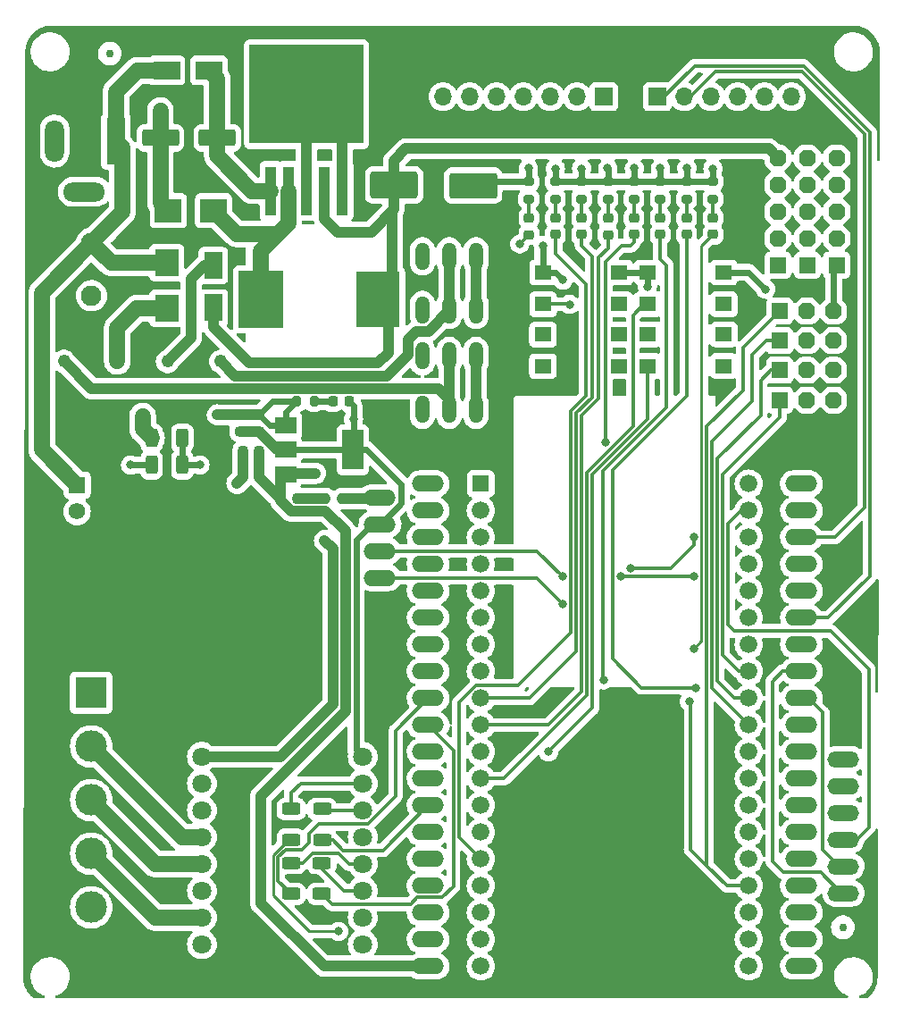
<source format=gbr>
%TF.GenerationSoftware,KiCad,Pcbnew,7.0.8*%
%TF.CreationDate,2023-12-31T21:54:59+05:30*%
%TF.ProjectId,sra_dev_board_2023,7372615f-6465-4765-9f62-6f6172645f32,rev?*%
%TF.SameCoordinates,Original*%
%TF.FileFunction,Copper,L1,Top*%
%TF.FilePolarity,Positive*%
%FSLAX46Y46*%
G04 Gerber Fmt 4.6, Leading zero omitted, Abs format (unit mm)*
G04 Created by KiCad (PCBNEW 7.0.8) date 2023-12-31 21:54:59*
%MOMM*%
%LPD*%
G01*
G04 APERTURE LIST*
G04 Aperture macros list*
%AMRoundRect*
0 Rectangle with rounded corners*
0 $1 Rounding radius*
0 $2 $3 $4 $5 $6 $7 $8 $9 X,Y pos of 4 corners*
0 Add a 4 corners polygon primitive as box body*
4,1,4,$2,$3,$4,$5,$6,$7,$8,$9,$2,$3,0*
0 Add four circle primitives for the rounded corners*
1,1,$1+$1,$2,$3*
1,1,$1+$1,$4,$5*
1,1,$1+$1,$6,$7*
1,1,$1+$1,$8,$9*
0 Add four rect primitives between the rounded corners*
20,1,$1+$1,$2,$3,$4,$5,0*
20,1,$1+$1,$4,$5,$6,$7,0*
20,1,$1+$1,$6,$7,$8,$9,0*
20,1,$1+$1,$8,$9,$2,$3,0*%
%AMOutline5P*
0 Free polygon, 5 corners , with rotation*
0 The origin of the aperture is its center*
0 number of corners: always 5*
0 $1 to $10 corner X, Y*
0 $11 Rotation angle, in degrees counterclockwise*
0 create outline with 5 corners*
4,1,5,$1,$2,$3,$4,$5,$6,$7,$8,$9,$10,$1,$2,$11*%
%AMOutline6P*
0 Free polygon, 6 corners , with rotation*
0 The origin of the aperture is its center*
0 number of corners: always 6*
0 $1 to $12 corner X, Y*
0 $13 Rotation angle, in degrees counterclockwise*
0 create outline with 6 corners*
4,1,6,$1,$2,$3,$4,$5,$6,$7,$8,$9,$10,$11,$12,$1,$2,$13*%
%AMOutline7P*
0 Free polygon, 7 corners , with rotation*
0 The origin of the aperture is its center*
0 number of corners: always 7*
0 $1 to $14 corner X, Y*
0 $15 Rotation angle, in degrees counterclockwise*
0 create outline with 7 corners*
4,1,7,$1,$2,$3,$4,$5,$6,$7,$8,$9,$10,$11,$12,$13,$14,$1,$2,$15*%
%AMOutline8P*
0 Free polygon, 8 corners , with rotation*
0 The origin of the aperture is its center*
0 number of corners: always 8*
0 $1 to $16 corner X, Y*
0 $17 Rotation angle, in degrees counterclockwise*
0 create outline with 8 corners*
4,1,8,$1,$2,$3,$4,$5,$6,$7,$8,$9,$10,$11,$12,$13,$14,$15,$16,$1,$2,$17*%
G04 Aperture macros list end*
%TA.AperFunction,SMDPad,CuDef*%
%ADD10RoundRect,0.200000X0.275000X-0.200000X0.275000X0.200000X-0.275000X0.200000X-0.275000X-0.200000X0*%
%TD*%
%TA.AperFunction,ComponentPad*%
%ADD11R,1.524000X1.524000*%
%TD*%
%TA.AperFunction,ComponentPad*%
%ADD12Outline8P,-0.762000X0.381000X-0.381000X0.762000X0.381000X0.762000X0.762000X0.381000X0.762000X-0.381000X0.381000X-0.762000X-0.381000X-0.762000X-0.762000X-0.381000X90.000000*%
%TD*%
%TA.AperFunction,ComponentPad*%
%ADD13C,1.950000*%
%TD*%
%TA.AperFunction,ComponentPad*%
%ADD14O,3.048000X1.524000*%
%TD*%
%TA.AperFunction,ComponentPad*%
%ADD15R,1.575000X1.575000*%
%TD*%
%TA.AperFunction,ComponentPad*%
%ADD16C,1.575000*%
%TD*%
%TA.AperFunction,ComponentPad*%
%ADD17R,3.000000X3.000000*%
%TD*%
%TA.AperFunction,ComponentPad*%
%ADD18C,3.000000*%
%TD*%
%TA.AperFunction,ComponentPad*%
%ADD19O,3.000000X1.500000*%
%TD*%
%TA.AperFunction,ComponentPad*%
%ADD20O,3.000000X1.540000*%
%TD*%
%TA.AperFunction,ComponentPad*%
%ADD21Outline8P,-0.762000X0.381000X-0.381000X0.762000X0.381000X0.762000X0.762000X0.381000X0.762000X-0.381000X0.381000X-0.762000X-0.381000X-0.762000X-0.762000X-0.381000X180.000000*%
%TD*%
%TA.AperFunction,SMDPad,CuDef*%
%ADD22RoundRect,0.225000X0.250000X-0.225000X0.250000X0.225000X-0.250000X0.225000X-0.250000X-0.225000X0*%
%TD*%
%TA.AperFunction,SMDPad,CuDef*%
%ADD23R,1.800000X2.500000*%
%TD*%
%TA.AperFunction,SMDPad,CuDef*%
%ADD24RoundRect,0.218750X-0.256250X0.218750X-0.256250X-0.218750X0.256250X-0.218750X0.256250X0.218750X0*%
%TD*%
%TA.AperFunction,ComponentPad*%
%ADD25R,1.700000X1.700000*%
%TD*%
%TA.AperFunction,ComponentPad*%
%ADD26O,1.700000X1.700000*%
%TD*%
%TA.AperFunction,ComponentPad*%
%ADD27C,1.800000*%
%TD*%
%TA.AperFunction,SMDPad,CuDef*%
%ADD28R,2.300000X2.500000*%
%TD*%
%TA.AperFunction,SMDPad,CuDef*%
%ADD29RoundRect,0.255000X-1.995000X-1.020000X1.995000X-1.020000X1.995000X1.020000X-1.995000X1.020000X0*%
%TD*%
%TA.AperFunction,SMDPad,CuDef*%
%ADD30RoundRect,0.245000X-2.005000X-0.980000X2.005000X-0.980000X2.005000X0.980000X-2.005000X0.980000X0*%
%TD*%
%TA.AperFunction,SMDPad,CuDef*%
%ADD31R,2.500000X2.300000*%
%TD*%
%TA.AperFunction,SMDPad,CuDef*%
%ADD32R,1.600000X1.400000*%
%TD*%
%TA.AperFunction,ComponentPad*%
%ADD33C,1.219000*%
%TD*%
%TA.AperFunction,ComponentPad*%
%ADD34O,1.320800X2.641600*%
%TD*%
%TA.AperFunction,SMDPad,CuDef*%
%ADD35RoundRect,0.218750X-0.218750X-0.256250X0.218750X-0.256250X0.218750X0.256250X-0.218750X0.256250X0*%
%TD*%
%TA.AperFunction,SMDPad,CuDef*%
%ADD36RoundRect,0.200000X0.200000X0.275000X-0.200000X0.275000X-0.200000X-0.275000X0.200000X-0.275000X0*%
%TD*%
%TA.AperFunction,SMDPad,CuDef*%
%ADD37RoundRect,0.250000X0.625000X-0.312500X0.625000X0.312500X-0.625000X0.312500X-0.625000X-0.312500X0*%
%TD*%
%TA.AperFunction,ComponentPad*%
%ADD38R,1.800000X4.400000*%
%TD*%
%TA.AperFunction,ComponentPad*%
%ADD39O,1.800000X4.000000*%
%TD*%
%TA.AperFunction,ComponentPad*%
%ADD40O,4.000000X1.800000*%
%TD*%
%TA.AperFunction,SMDPad,CuDef*%
%ADD41RoundRect,0.200000X-0.200000X-0.275000X0.200000X-0.275000X0.200000X0.275000X-0.200000X0.275000X0*%
%TD*%
%TA.AperFunction,SMDPad,CuDef*%
%ADD42RoundRect,0.250000X1.500000X0.550000X-1.500000X0.550000X-1.500000X-0.550000X1.500000X-0.550000X0*%
%TD*%
%TA.AperFunction,ComponentPad*%
%ADD43R,1.560000X1.560000*%
%TD*%
%TA.AperFunction,ComponentPad*%
%ADD44C,1.676400*%
%TD*%
%TA.AperFunction,SMDPad,CuDef*%
%ADD45R,2.500000X1.800000*%
%TD*%
%TA.AperFunction,SMDPad,CuDef*%
%ADD46R,4.194800X5.405100*%
%TD*%
%TA.AperFunction,SMDPad,CuDef*%
%ADD47R,4.094800X5.305100*%
%TD*%
%TA.AperFunction,SMDPad,CuDef*%
%ADD48RoundRect,0.225000X0.225000X0.250000X-0.225000X0.250000X-0.225000X-0.250000X0.225000X-0.250000X0*%
%TD*%
%TA.AperFunction,SMDPad,CuDef*%
%ADD49C,0.750000*%
%TD*%
%TA.AperFunction,SMDPad,CuDef*%
%ADD50R,2.000000X1.500000*%
%TD*%
%TA.AperFunction,SMDPad,CuDef*%
%ADD51R,2.000000X3.800000*%
%TD*%
%TA.AperFunction,SMDPad,CuDef*%
%ADD52R,1.100000X4.600000*%
%TD*%
%TA.AperFunction,SMDPad,CuDef*%
%ADD53R,10.800000X9.400000*%
%TD*%
%TA.AperFunction,SMDPad,CuDef*%
%ADD54RoundRect,0.218750X0.218750X0.256250X-0.218750X0.256250X-0.218750X-0.256250X0.218750X-0.256250X0*%
%TD*%
%TA.AperFunction,SMDPad,CuDef*%
%ADD55RoundRect,0.250000X-0.312500X-0.625000X0.312500X-0.625000X0.312500X0.625000X-0.312500X0.625000X0*%
%TD*%
%TA.AperFunction,ViaPad*%
%ADD56C,0.800000*%
%TD*%
%TA.AperFunction,Conductor*%
%ADD57C,1.000000*%
%TD*%
%TA.AperFunction,Conductor*%
%ADD58C,1.500000*%
%TD*%
%TA.AperFunction,Conductor*%
%ADD59C,0.600000*%
%TD*%
%TA.AperFunction,Conductor*%
%ADD60C,0.300000*%
%TD*%
%TA.AperFunction,Conductor*%
%ADD61C,0.250000*%
%TD*%
G04 APERTURE END LIST*
D10*
%TO.P,R7,1*%
%TO.N,Net-(D7-K)*%
X132680000Y-45896250D03*
%TO.P,R7,2*%
%TO.N,GND*%
X132680000Y-44246250D03*
%TD*%
D11*
%TO.P,J10,1,Pin_1*%
%TO.N,/15*%
X141520000Y-56510000D03*
D12*
%TO.P,J10,2,Pin_2*%
%TO.N,/5V*%
X144060000Y-56510000D03*
%TO.P,J10,3,Pin_3*%
%TO.N,GND*%
X146600000Y-56510000D03*
%TD*%
D13*
%TO.P,T3,1,Pin_1*%
%TO.N,GND*%
X76270000Y-55053723D03*
%TO.P,T3,2,Pin_2*%
%TO.N,/12V_U*%
X76270000Y-50053723D03*
%TD*%
D14*
%TO.P,J5,1,Pin_1*%
%TO.N,/CLK*%
X143569418Y-118588838D03*
%TO.P,J5,2,Pin_2*%
%TO.N,/SD0*%
X143569418Y-116048838D03*
%TO.P,J5,3,Pin_3*%
%TO.N,/SD1*%
X143569418Y-113508838D03*
%TO.P,J5,4,Pin_4*%
%TO.N,/15*%
X143569418Y-110968838D03*
%TO.P,J5,5,Pin_5*%
%TO.N,/2*%
X143569418Y-108428838D03*
%TO.P,J5,6,Pin_6*%
%TO.N,/0*%
X143569418Y-105888838D03*
%TO.P,J5,7,Pin_7*%
%TO.N,/4*%
X143569418Y-103348838D03*
%TO.P,J5,8,Pin_8*%
%TO.N,/16*%
X143569418Y-100808838D03*
%TO.P,J5,9,Pin_9*%
%TO.N,/17*%
X143569418Y-98268838D03*
%TO.P,J5,10,Pin_10*%
%TO.N,/5*%
X143569418Y-95728838D03*
%TO.P,J5,11,Pin_11*%
%TO.N,/18*%
X143569418Y-93188838D03*
%TO.P,J5,12,Pin_12*%
%TO.N,/19*%
X143569418Y-90648838D03*
%TO.P,J5,13,Pin_13*%
%TO.N,GND*%
X143569418Y-88108838D03*
%TO.P,J5,14,Pin_14*%
%TO.N,D+*%
X143569418Y-85568838D03*
%TO.P,J5,15,Pin_15*%
%TO.N,/RX*%
X143569418Y-83028838D03*
%TO.P,J5,16,Pin_16*%
%TO.N,/TX*%
X143569418Y-80488838D03*
%TO.P,J5,17,Pin_17*%
%TO.N,D-*%
X143569418Y-77948838D03*
%TO.P,J5,18,Pin_18*%
%TO.N,/23*%
X143569418Y-75408838D03*
%TO.P,J5,19,Pin_19*%
%TO.N,GND*%
X143569418Y-72868838D03*
%TD*%
D15*
%TO.P,J14,1,1*%
%TO.N,/12V_U*%
X74895000Y-73000000D03*
D16*
%TO.P,J14,2,2*%
%TO.N,GND*%
X74895000Y-75500000D03*
%TD*%
D17*
%TO.P,J16,1,Pin_1*%
%TO.N,GND*%
X76240000Y-92670000D03*
D18*
%TO.P,J16,2,Pin_2*%
%TO.N,/OUT1A*%
X76240000Y-97750000D03*
%TO.P,J16,3,Pin_3*%
%TO.N,/OUT2A*%
X76240000Y-102830000D03*
%TO.P,J16,4,Pin_4*%
%TO.N,/OUT3A*%
X76240000Y-107910000D03*
%TO.P,J16,5,Pin_5*%
%TO.N,/OUT4A*%
X76240000Y-112990000D03*
%TD*%
D19*
%TO.P,J17,1,Pin_1*%
%TO.N,/19*%
X147550000Y-111677727D03*
%TO.P,J17,2,Pin_2*%
%TO.N,/18*%
X147550000Y-109137727D03*
%TO.P,J17,3,Pin_3*%
%TO.N,/23*%
X147550000Y-106597727D03*
%TO.P,J17,4,Pin_4*%
%TO.N,/5*%
X147550000Y-104057727D03*
D20*
%TO.P,J17,5,Pin_5*%
%TO.N,/3V3*%
X147550000Y-101517727D03*
D19*
%TO.P,J17,6,Pin_6*%
%TO.N,GND*%
X147550000Y-98977727D03*
%TD*%
D10*
%TO.P,R1,1*%
%TO.N,Net-(D1-K)*%
X117720000Y-45912500D03*
%TO.P,R1,2*%
%TO.N,GND*%
X117720000Y-44262500D03*
%TD*%
D11*
%TO.P,J11,1,Pin_1*%
%TO.N,/5V*%
X141332544Y-52158000D03*
D21*
%TO.P,J11,2,Pin_2*%
X141332544Y-49618000D03*
%TO.P,J11,3,Pin_3*%
X141332544Y-47078000D03*
%TO.P,J11,4,Pin_4*%
X141332544Y-44538000D03*
%TO.P,J11,5,Pin_5*%
X141332544Y-41998000D03*
%TD*%
D22*
%TO.P,C5,1*%
%TO.N,/3V3*%
X92135000Y-67905000D03*
%TO.P,C5,2*%
%TO.N,GND*%
X92135000Y-66355000D03*
%TD*%
D23*
%TO.P,D13,1,K*%
%TO.N,Net-(D13-K)*%
X87800000Y-52200000D03*
%TO.P,D13,2,A*%
%TO.N,/5V*%
X87800000Y-56200000D03*
%TD*%
D24*
%TO.P,D2,1,K*%
%TO.N,Net-(D2-K)*%
X120250000Y-47683750D03*
%TO.P,D2,2,A*%
%TO.N,/13*%
X120250000Y-49258750D03*
%TD*%
D25*
%TO.P,J8,1,Pin_1*%
%TO.N,D+*%
X129920000Y-36195000D03*
D26*
%TO.P,J8,2,Pin_2*%
%TO.N,D-*%
X132460000Y-36195000D03*
%TO.P,J8,3,Pin_3*%
%TO.N,GND*%
X135000000Y-36195000D03*
%TO.P,J8,4,Pin_4*%
%TO.N,/23*%
X137540000Y-36195000D03*
%TO.P,J8,5,Pin_5*%
%TO.N,/3V3*%
X140080000Y-36195000D03*
%TO.P,J8,6,Pin_6*%
%TO.N,unconnected-(J8-Pin_6-Pad6)*%
X142620000Y-36195000D03*
%TD*%
D27*
%TO.P,U3,1,VM*%
%TO.N,/12V_P*%
X86740000Y-98727582D03*
%TO.P,U3,2,VCC*%
%TO.N,/3V3*%
X86740000Y-101267582D03*
%TO.P,U3,3,GND*%
%TO.N,GND*%
X86740000Y-103807582D03*
%TO.P,U3,4,A01*%
%TO.N,/OUT1A*%
X86740000Y-106347582D03*
%TO.P,U3,5,A02*%
%TO.N,/OUT2A*%
X86740000Y-108887582D03*
%TO.P,U3,6,B02*%
%TO.N,/OUT4A*%
X86740000Y-111427582D03*
%TO.P,U3,7,B01*%
%TO.N,/OUT3A*%
X86740000Y-113967582D03*
%TO.P,U3,8,GND*%
%TO.N,GND*%
X86740000Y-116507582D03*
%TO.P,U3,9,GND*%
X101980000Y-116507582D03*
%TO.P,U3,10,PWMB*%
%TO.N,/3V3*%
X101980000Y-113967582D03*
%TO.P,U3,11,BI2*%
%TO.N,Net-(U3-BI2)*%
X101980000Y-111427582D03*
%TO.P,U3,12,BI1*%
%TO.N,Net-(U3-BI1)*%
X101980000Y-108887582D03*
%TO.P,U3,13,STBY*%
%TO.N,/3V3*%
X101980000Y-106347582D03*
%TO.P,U3,14,AI1*%
%TO.N,Net-(U3-AI1)*%
X101980000Y-103807582D03*
%TO.P,U3,15,AI2*%
%TO.N,Net-(U3-AI2)*%
X101980000Y-101267582D03*
%TO.P,U3,16,PWMA*%
%TO.N,/3V3*%
X101980000Y-98727582D03*
%TD*%
D11*
%TO.P,J13,1,Pin_1*%
%TO.N,GND*%
X146900000Y-52160000D03*
D21*
%TO.P,J13,2,Pin_2*%
X146900000Y-49620000D03*
%TO.P,J13,3,Pin_3*%
X146900000Y-47080000D03*
%TO.P,J13,4,Pin_4*%
X146900000Y-44540000D03*
%TO.P,J13,5,Pin_5*%
X146900000Y-42000000D03*
%TD*%
D28*
%TO.P,D9,1,K*%
%TO.N,Net-(D9-K)*%
X83400000Y-56230000D03*
%TO.P,D9,2,A*%
%TO.N,/12V_U*%
X83400000Y-51930000D03*
%TD*%
D24*
%TO.P,D4,1,K*%
%TO.N,Net-(D4-K)*%
X125220000Y-47692500D03*
%TO.P,D4,2,A*%
%TO.N,/26*%
X125220000Y-49267500D03*
%TD*%
D29*
%TO.P,C2,1*%
%TO.N,/5V*%
X104952500Y-44575000D03*
D30*
%TO.P,C2,2*%
%TO.N,GND*%
X112452500Y-44625000D03*
%TD*%
D31*
%TO.P,D14,1,K*%
%TO.N,Net-(D14-K)*%
X87850000Y-47000000D03*
%TO.P,D14,2,A*%
%TO.N,GND*%
X83550000Y-47000000D03*
%TD*%
D10*
%TO.P,R6,1*%
%TO.N,Net-(D6-K)*%
X130180000Y-45896250D03*
%TO.P,R6,2*%
%TO.N,GND*%
X130180000Y-44246250D03*
%TD*%
D32*
%TO.P,SW2,1,1*%
%TO.N,GND*%
X126270000Y-58740000D03*
%TO.P,SW2,2,2*%
X119070000Y-58740000D03*
%TO.P,SW2,3,3*%
%TO.N,unconnected-(SW2-Pad3)*%
X126270000Y-61740000D03*
%TO.P,SW2,4,4*%
%TO.N,/2*%
X119070000Y-61740000D03*
%TD*%
D10*
%TO.P,R4,1*%
%TO.N,Net-(D4-K)*%
X125220000Y-45905000D03*
%TO.P,R4,2*%
%TO.N,GND*%
X125220000Y-44255000D03*
%TD*%
D33*
%TO.P,F2,1*%
%TO.N,Net-(D13-K)*%
X83485000Y-61280000D03*
%TO.P,F2,2*%
%TO.N,Net-(5V_SW1-B-Pad2)*%
X88535000Y-61280000D03*
%TD*%
D11*
%TO.P,J3,1,Pin_1*%
%TO.N,/19*%
X141520000Y-64934000D03*
D12*
%TO.P,J3,2,Pin_2*%
%TO.N,/5V*%
X144060000Y-64934000D03*
%TO.P,J3,3,Pin_3*%
%TO.N,GND*%
X146600000Y-64934000D03*
%TD*%
D24*
%TO.P,D6,1,K*%
%TO.N,Net-(D6-K)*%
X130180000Y-47683750D03*
%TO.P,D6,2,A*%
%TO.N,/5*%
X130180000Y-49258750D03*
%TD*%
%TO.P,D1,1,K*%
%TO.N,Net-(D1-K)*%
X117740000Y-47700000D03*
%TO.P,D1,2,A*%
%TO.N,/12*%
X117740000Y-49275000D03*
%TD*%
D34*
%TO.P,12V_SW1,1,A*%
%TO.N,unconnected-(12V_SW1-A-Pad1)*%
X107640000Y-60770000D03*
%TO.P,12V_SW1,2,B*%
%TO.N,Net-(12V_SW1-B-Pad2)*%
X110180000Y-60770000D03*
%TO.P,12V_SW1,3,C*%
%TO.N,/12V_P*%
X112720000Y-60770000D03*
%TO.P,12V_SW1,4,A*%
%TO.N,unconnected-(12V_SW1-A-Pad4)*%
X107640000Y-65850000D03*
%TO.P,12V_SW1,5,B*%
%TO.N,Net-(12V_SW1-B-Pad2)*%
X110180000Y-65850000D03*
%TO.P,12V_SW1,6,C*%
%TO.N,/12V_P*%
X112720000Y-65850000D03*
%TD*%
D10*
%TO.P,R2,1*%
%TO.N,Net-(D2-K)*%
X120250000Y-45896250D03*
%TO.P,R2,2*%
%TO.N,GND*%
X120250000Y-44246250D03*
%TD*%
D34*
%TO.P,5V_SW1,1,A*%
%TO.N,unconnected-(5V_SW1-A-Pad1)*%
X107640000Y-51310000D03*
%TO.P,5V_SW1,2,B*%
%TO.N,Net-(5V_SW1-B-Pad2)*%
X110180000Y-51310000D03*
%TO.P,5V_SW1,3,C*%
%TO.N,/5V_P*%
X112720000Y-51310000D03*
%TO.P,5V_SW1,4,A*%
%TO.N,unconnected-(5V_SW1-A-Pad4)*%
X107640000Y-56390000D03*
%TO.P,5V_SW1,5,B*%
%TO.N,Net-(5V_SW1-B-Pad2)*%
X110180000Y-56390000D03*
%TO.P,5V_SW1,6,C*%
%TO.N,/5V_P*%
X112720000Y-56390000D03*
%TD*%
D24*
%TO.P,D7,1,K*%
%TO.N,Net-(D7-K)*%
X132680000Y-47683750D03*
%TO.P,D7,2,A*%
%TO.N,/18*%
X132680000Y-49258750D03*
%TD*%
D35*
%TO.P,D11,1,K*%
%TO.N,Net-(D11-K)*%
X99155000Y-65060000D03*
%TO.P,D11,2,A*%
%TO.N,/3V3*%
X100730000Y-65060000D03*
%TD*%
D33*
%TO.P,F1,1*%
%TO.N,Net-(D9-K)*%
X78715000Y-61280000D03*
%TO.P,F1,2*%
%TO.N,Net-(12V_SW1-B-Pad2)*%
X73665000Y-61280000D03*
%TD*%
D10*
%TO.P,R3,1*%
%TO.N,Net-(D3-K)*%
X122730000Y-45896250D03*
%TO.P,R3,2*%
%TO.N,GND*%
X122730000Y-44246250D03*
%TD*%
D11*
%TO.P,J2,1,Pin_1*%
%TO.N,/5*%
X141520000Y-59310000D03*
D12*
%TO.P,J2,2,Pin_2*%
%TO.N,/5V*%
X144060000Y-59310000D03*
%TO.P,J2,3,Pin_3*%
%TO.N,GND*%
X146600000Y-59310000D03*
%TD*%
D10*
%TO.P,R8,1*%
%TO.N,Net-(D8-K)*%
X135190000Y-45896250D03*
%TO.P,R8,2*%
%TO.N,GND*%
X135190000Y-44246250D03*
%TD*%
D14*
%TO.P,J9,1,Pin_1*%
%TO.N,GND*%
X103620000Y-74160000D03*
%TO.P,J9,2,Pin_2*%
%TO.N,/3V3*%
X103620000Y-76700000D03*
%TO.P,J9,3,Pin_3*%
%TO.N,D+*%
X103620000Y-79240000D03*
%TO.P,J9,4,Pin_4*%
%TO.N,D-*%
X103620000Y-81780000D03*
%TD*%
D32*
%TO.P,SW4,1,1*%
%TO.N,GND*%
X136203500Y-52850000D03*
%TO.P,SW4,2,2*%
X129003500Y-52850000D03*
%TO.P,SW4,3,3*%
%TO.N,unconnected-(SW4-Pad3)*%
X136203500Y-55850000D03*
%TO.P,SW4,4,4*%
%TO.N,/14*%
X129003500Y-55850000D03*
%TD*%
D24*
%TO.P,D3,1,K*%
%TO.N,Net-(D3-K)*%
X122730000Y-47683750D03*
%TO.P,D3,2,A*%
%TO.N,/25*%
X122730000Y-49258750D03*
%TD*%
D36*
%TO.P,R10,1*%
%TO.N,Net-(D11-K)*%
X97365000Y-65060000D03*
%TO.P,R10,2*%
%TO.N,GND*%
X95715000Y-65060000D03*
%TD*%
D37*
%TO.P,R14,1*%
%TO.N,/26*%
X98110000Y-111732500D03*
%TO.P,R14,2*%
%TO.N,Net-(U3-BI2)*%
X98110000Y-108807500D03*
%TD*%
D24*
%TO.P,D8,1,K*%
%TO.N,Net-(D8-K)*%
X135190000Y-47683750D03*
%TO.P,D8,2,A*%
%TO.N,/19*%
X135190000Y-49258750D03*
%TD*%
D32*
%TO.P,SW1,1,1*%
%TO.N,GND*%
X126274490Y-52860000D03*
%TO.P,SW1,2,2*%
X119074490Y-52860000D03*
%TO.P,SW1,3,3*%
%TO.N,unconnected-(SW1-Pad3)*%
X126274490Y-55860000D03*
%TO.P,SW1,4,4*%
%TO.N,/4*%
X119074490Y-55860000D03*
%TD*%
D37*
%TO.P,R12,1*%
%TO.N,/13*%
X95200000Y-106622500D03*
%TO.P,R12,2*%
%TO.N,Net-(U3-AI2)*%
X95200000Y-103697500D03*
%TD*%
D22*
%TO.P,C4,1*%
%TO.N,/3V3*%
X90360000Y-67905000D03*
%TO.P,C4,2*%
%TO.N,GND*%
X90360000Y-66355000D03*
%TD*%
D38*
%TO.P,J6,1*%
%TO.N,/12V_U*%
X78580000Y-40400000D03*
D39*
%TO.P,J6,2*%
%TO.N,GND*%
X72780000Y-40400000D03*
D40*
%TO.P,J6,3*%
X75580000Y-45200000D03*
%TD*%
D41*
%TO.P,R9,1*%
%TO.N,Net-(D10-K)*%
X98405000Y-74260000D03*
%TO.P,R9,2*%
%TO.N,GND*%
X100055000Y-74260000D03*
%TD*%
D42*
%TO.P,C1,1*%
%TO.N,Net-(D12-K)*%
X88200000Y-40100000D03*
%TO.P,C1,2*%
%TO.N,GND*%
X82800000Y-40100000D03*
%TD*%
D43*
%TO.P,U1,1,3V3*%
%TO.N,/ESP_3V3*%
X113179418Y-72868838D03*
D44*
%TO.P,U1,2,EN*%
%TO.N,/EN*%
X113179418Y-75408838D03*
%TO.P,U1,3,SENSOR_VP*%
%TO.N,/36*%
X113179418Y-77948838D03*
%TO.P,U1,4,SENSOR_VN*%
%TO.N,/39*%
X113179418Y-80488838D03*
%TO.P,U1,5,IO34*%
%TO.N,/34*%
X113179418Y-83028838D03*
%TO.P,U1,6,IO35*%
%TO.N,/35*%
X113179418Y-85568838D03*
%TO.P,U1,7,IO32*%
%TO.N,/32*%
X113179418Y-88108838D03*
%TO.P,U1,8,IO33*%
%TO.N,/33*%
X113179418Y-90648838D03*
%TO.P,U1,9,IO25*%
%TO.N,/25*%
X113179418Y-93188838D03*
%TO.P,U1,10,IO26*%
%TO.N,/26*%
X113179418Y-95728838D03*
%TO.P,U1,11,IO27*%
%TO.N,/27*%
X113179418Y-98268838D03*
%TO.P,U1,12,IO14*%
%TO.N,/14*%
X113179418Y-100808838D03*
%TO.P,U1,13,IO12*%
%TO.N,/12*%
X113179418Y-103348838D03*
%TO.P,U1,14,GND1*%
%TO.N,GND*%
X113179418Y-105888838D03*
%TO.P,U1,15,IO13*%
%TO.N,/13*%
X113179418Y-108428838D03*
%TO.P,U1,16,SD2*%
%TO.N,/SD2*%
X113179418Y-110968838D03*
%TO.P,U1,17,SD3*%
%TO.N,/SD3*%
X113179418Y-113508838D03*
%TO.P,U1,18,CMD*%
%TO.N,/11*%
X113179418Y-116048838D03*
%TO.P,U1,19,EXT_5V*%
%TO.N,/5V_P*%
X113179418Y-118588838D03*
%TO.P,U1,20,GND3*%
%TO.N,GND*%
X138579418Y-72868838D03*
%TO.P,U1,21,IO23*%
%TO.N,/23*%
X138579418Y-75408838D03*
%TO.P,U1,22,IO22*%
%TO.N,D-*%
X138579418Y-77948838D03*
%TO.P,U1,23,TXD0*%
%TO.N,/TX*%
X138579418Y-80488838D03*
%TO.P,U1,24,RXD0*%
%TO.N,/RX*%
X138579418Y-83028838D03*
%TO.P,U1,25,IO21*%
%TO.N,D+*%
X138579418Y-85568838D03*
%TO.P,U1,26,GND2*%
%TO.N,GND*%
X138579418Y-88108838D03*
%TO.P,U1,27,IO19*%
%TO.N,/19*%
X138579418Y-90648838D03*
%TO.P,U1,28,IO18*%
%TO.N,/18*%
X138579418Y-93188838D03*
%TO.P,U1,29,IO5*%
%TO.N,/5*%
X138579418Y-95728838D03*
%TO.P,U1,30,IO17*%
%TO.N,/17*%
X138579418Y-98268838D03*
%TO.P,U1,31,IO16*%
%TO.N,/16*%
X138579418Y-100808838D03*
%TO.P,U1,32,IO4*%
%TO.N,/4*%
X138579418Y-103348838D03*
%TO.P,U1,33,IO0*%
%TO.N,/0*%
X138579418Y-105888838D03*
%TO.P,U1,34,IO2*%
%TO.N,/2*%
X138579418Y-108428838D03*
%TO.P,U1,35,IO15*%
%TO.N,/15*%
X138579418Y-110968838D03*
%TO.P,U1,36,SD1*%
%TO.N,/SD1*%
X138579418Y-113508838D03*
%TO.P,U1,37,SD0*%
%TO.N,/SD0*%
X138579418Y-116048838D03*
%TO.P,U1,38,CLK*%
%TO.N,/CLK*%
X138579418Y-118588838D03*
%TD*%
D25*
%TO.P,J7,1,Pin_1*%
%TO.N,/32*%
X124825000Y-36195000D03*
D26*
%TO.P,J7,2,Pin_2*%
%TO.N,/35*%
X122285000Y-36195000D03*
%TO.P,J7,3,Pin_3*%
%TO.N,/34*%
X119745000Y-36195000D03*
%TO.P,J7,4,Pin_4*%
%TO.N,/39*%
X117205000Y-36195000D03*
%TO.P,J7,5,Pin_5*%
%TO.N,/36*%
X114665000Y-36195000D03*
%TO.P,J7,6,Pin_6*%
%TO.N,GND*%
X112125000Y-36195000D03*
%TO.P,J7,7,Pin_7*%
%TO.N,/3V3*%
X109585000Y-36195000D03*
%TD*%
D37*
%TO.P,R11,1*%
%TO.N,/12*%
X98120000Y-106622500D03*
%TO.P,R11,2*%
%TO.N,Net-(U3-AI1)*%
X98120000Y-103697500D03*
%TD*%
D45*
%TO.P,D12,1,K*%
%TO.N,Net-(D12-K)*%
X87400000Y-33700000D03*
%TO.P,D12,2,A*%
%TO.N,/12V_U*%
X83400000Y-33700000D03*
%TD*%
D32*
%TO.P,SW3,1,1*%
%TO.N,GND*%
X136200000Y-58720000D03*
%TO.P,SW3,2,2*%
X129000000Y-58720000D03*
%TO.P,SW3,3,3*%
%TO.N,unconnected-(SW3-Pad3)*%
X136200000Y-61720000D03*
%TO.P,SW3,4,4*%
%TO.N,/27*%
X129000000Y-61720000D03*
%TD*%
D24*
%TO.P,D5,1,K*%
%TO.N,Net-(D5-K)*%
X127700000Y-47683750D03*
%TO.P,D5,2,A*%
%TO.N,/15*%
X127700000Y-49258750D03*
%TD*%
D46*
%TO.P,L1,1,1*%
%TO.N,Net-(D14-K)*%
X92288135Y-55382550D03*
D47*
%TO.P,L1,2,2*%
%TO.N,/5V*%
X103443335Y-55432550D03*
%TD*%
D48*
%TO.P,C6,1*%
%TO.N,/5V_P*%
X92160000Y-69830000D03*
%TO.P,C6,2*%
%TO.N,GND*%
X90610000Y-69830000D03*
%TD*%
%TO.P,C3,1*%
%TO.N,/5V_P*%
X92160000Y-71530000D03*
%TO.P,C3,2*%
%TO.N,GND*%
X90610000Y-71530000D03*
%TD*%
D49*
%TO.P,REF\u002A\u002A,*%
%TO.N,*%
X147500000Y-114890000D03*
%TD*%
D50*
%TO.P,U2,1,GND*%
%TO.N,GND*%
X94730000Y-67350000D03*
%TO.P,U2,2,VO*%
%TO.N,/3V3*%
X94730000Y-69650000D03*
D51*
X101030000Y-69650000D03*
D50*
%TO.P,U2,3,VI*%
%TO.N,/5V_P*%
X94730000Y-71950000D03*
%TD*%
D37*
%TO.P,R13,1*%
%TO.N,/25*%
X95190000Y-111732500D03*
%TO.P,R13,2*%
%TO.N,Net-(U3-BI1)*%
X95190000Y-108807500D03*
%TD*%
D52*
%TO.P,U5,1,VIN*%
%TO.N,Net-(D12-K)*%
X93260000Y-45115000D03*
%TO.P,U5,2,OUT*%
%TO.N,Net-(D14-K)*%
X94960000Y-45115000D03*
%TO.P,U5,3,GND*%
%TO.N,GND*%
X96660000Y-45115000D03*
D53*
X96660000Y-35965000D03*
D52*
%TO.P,U5,4,FB*%
%TO.N,/5V*%
X98360000Y-45115000D03*
%TO.P,U5,5,~{ON}/OFF*%
%TO.N,GND*%
X100060000Y-45115000D03*
%TD*%
D11*
%TO.P,J12,1,Pin_1*%
%TO.N,/3V3*%
X144122544Y-52166000D03*
D21*
%TO.P,J12,2,Pin_2*%
X144122544Y-49626000D03*
%TO.P,J12,3,Pin_3*%
X144122544Y-47086000D03*
%TO.P,J12,4,Pin_4*%
X144122544Y-44546000D03*
%TO.P,J12,5,Pin_5*%
X144122544Y-42006000D03*
%TD*%
D10*
%TO.P,R5,1*%
%TO.N,Net-(D5-K)*%
X127700000Y-45896250D03*
%TO.P,R5,2*%
%TO.N,GND*%
X127700000Y-44246250D03*
%TD*%
D49*
%TO.P,REF\u002A\u002A,*%
%TO.N,*%
X78000000Y-32100000D03*
%TD*%
D54*
%TO.P,D10,1,K*%
%TO.N,Net-(D10-K)*%
X95767500Y-74260000D03*
%TO.P,D10,2,A*%
%TO.N,/5V_P*%
X94192500Y-74260000D03*
%TD*%
D14*
%TO.P,J1,1,Pin_1*%
%TO.N,/ESP_3V3*%
X108179418Y-72868838D03*
%TO.P,J1,2,Pin_2*%
%TO.N,/EN*%
X108179418Y-75408838D03*
%TO.P,J1,3,Pin_3*%
%TO.N,/36*%
X108179418Y-77948838D03*
%TO.P,J1,4,Pin_4*%
%TO.N,/39*%
X108179418Y-80488838D03*
%TO.P,J1,5,Pin_5*%
%TO.N,/34*%
X108179418Y-83028838D03*
%TO.P,J1,6,Pin_6*%
%TO.N,/35*%
X108179418Y-85568838D03*
%TO.P,J1,7,Pin_7*%
%TO.N,/32*%
X108179418Y-88108838D03*
%TO.P,J1,8,Pin_8*%
%TO.N,/33*%
X108179418Y-90648838D03*
%TO.P,J1,9,Pin_9*%
%TO.N,/25*%
X108179418Y-93188838D03*
%TO.P,J1,10,Pin_10*%
%TO.N,/26*%
X108179418Y-95728838D03*
%TO.P,J1,11,Pin_11*%
%TO.N,/27*%
X108179418Y-98268838D03*
%TO.P,J1,12,Pin_12*%
%TO.N,/14*%
X108179418Y-100808838D03*
%TO.P,J1,13,Pin_13*%
%TO.N,/12*%
X108179418Y-103348838D03*
%TO.P,J1,14,Pin_14*%
%TO.N,GND*%
X108179418Y-105888838D03*
%TO.P,J1,15,Pin_15*%
%TO.N,/13*%
X108179418Y-108428838D03*
%TO.P,J1,16,Pin_16*%
%TO.N,/SD2*%
X108179418Y-110968838D03*
%TO.P,J1,17,Pin_17*%
%TO.N,/SD3*%
X108179418Y-113508838D03*
%TO.P,J1,18,Pin_18*%
%TO.N,/11*%
X108179418Y-116048838D03*
%TO.P,J1,19,Pin_19*%
%TO.N,/5V_P*%
X108179418Y-118588838D03*
%TD*%
D55*
%TO.P,R17,1*%
%TO.N,GND*%
X81965000Y-71100000D03*
%TO.P,R17,2*%
%TO.N,/33*%
X84890000Y-71100000D03*
%TD*%
%TO.P,R16,1*%
%TO.N,/12V_U*%
X81965000Y-68530000D03*
%TO.P,R16,2*%
%TO.N,/33*%
X84890000Y-68530000D03*
%TD*%
D11*
%TO.P,J4,1,Pin_1*%
%TO.N,/18*%
X141510000Y-62120000D03*
D12*
%TO.P,J4,2,Pin_2*%
%TO.N,/5V*%
X144050000Y-62120000D03*
%TO.P,J4,3,Pin_3*%
%TO.N,GND*%
X146590000Y-62120000D03*
%TD*%
D56*
%TO.N,/5V_P*%
X97500000Y-71880000D03*
%TO.N,/12V_P*%
X98370000Y-78260000D03*
%TO.N,/33*%
X86550000Y-71100000D03*
%TO.N,/27*%
X119580000Y-98280000D03*
%TO.N,/12*%
X116867500Y-50147500D03*
%TO.N,/13*%
X99690000Y-115280000D03*
%TO.N,/12V_U*%
X81120000Y-66450000D03*
%TO.N,/3V3*%
X101110000Y-66770000D03*
X101110000Y-69590000D03*
%TO.N,GND*%
X96660000Y-45115000D03*
X136203500Y-58716500D03*
X130200000Y-42980000D03*
X94200000Y-35700000D03*
X96740000Y-33160000D03*
X82800000Y-43400000D03*
X112990000Y-44570000D03*
X119070000Y-58710000D03*
X82800000Y-37500000D03*
X135180000Y-43020000D03*
X90060000Y-72830000D03*
X94200000Y-33160000D03*
X128970000Y-54170000D03*
X129000000Y-52900000D03*
X126300000Y-52900000D03*
X120970000Y-53570000D03*
X88210000Y-66340000D03*
X117680000Y-42970000D03*
X99280000Y-38240000D03*
X119080000Y-50290000D03*
X122730000Y-43000000D03*
X94730000Y-67350000D03*
X83505000Y-46955000D03*
X96740000Y-38240000D03*
X82800000Y-40100000D03*
X110880000Y-44580000D03*
X99280000Y-35700000D03*
X140170000Y-54430000D03*
X127730000Y-42990000D03*
X129020000Y-58710000D03*
X94200000Y-38240000D03*
X132710000Y-42970000D03*
X99280000Y-33160000D03*
X120250000Y-43010000D03*
X96740000Y-35700000D03*
X100060000Y-45115000D03*
X126300000Y-58710000D03*
X136220000Y-52820000D03*
X79980000Y-71100000D03*
X125210000Y-42980000D03*
%TO.N,/5*%
X124820000Y-91450000D03*
%TO.N,/19*%
X133370000Y-88460000D03*
%TO.N,/18*%
X133580000Y-92190000D03*
%TO.N,/15*%
X124980000Y-68970000D03*
X132950000Y-93480000D03*
%TO.N,/2*%
X119050000Y-61750000D03*
%TO.N,/4*%
X121599070Y-55870000D03*
%TO.N,D+*%
X120950000Y-81670000D03*
X126409500Y-81670000D03*
X133370000Y-81670000D03*
%TO.N,D-*%
X120940000Y-84230000D03*
X133375500Y-77948838D03*
X127380000Y-80880000D03*
%TD*%
D57*
%TO.N,/5V*%
X98360000Y-45115000D02*
X98360000Y-47814000D01*
X98360000Y-47814000D02*
X99568000Y-49022000D01*
X99568000Y-49022000D02*
X102778000Y-49022000D01*
X102778000Y-49022000D02*
X104952500Y-46847500D01*
%TO.N,Net-(12V_SW1-B-Pad2)*%
X73665000Y-61280000D02*
X76235000Y-63850000D01*
X76235000Y-63850000D02*
X107055704Y-63850000D01*
X107076504Y-63829200D02*
X109159200Y-63829200D01*
X109159200Y-63829200D02*
X110180000Y-64850000D01*
X107055704Y-63850000D02*
X107076504Y-63829200D01*
X110180000Y-64850000D02*
X110180000Y-65850000D01*
X110180000Y-60770000D02*
X110180000Y-65850000D01*
%TO.N,/12V_P*%
X112720000Y-60770000D02*
X112720000Y-65850000D01*
%TO.N,Net-(5V_SW1-B-Pad2)*%
X108203496Y-58410800D02*
X110180000Y-56434296D01*
X107076504Y-58410800D02*
X108203496Y-58410800D01*
X106279600Y-59207704D02*
X107076504Y-58410800D01*
X106279600Y-60617456D02*
X106279600Y-59207704D01*
X104247056Y-62650000D02*
X106279600Y-60617456D01*
X89905000Y-62650000D02*
X104247056Y-62650000D01*
X88535000Y-61280000D02*
X89905000Y-62650000D01*
%TO.N,/5V_P*%
X97500000Y-71880000D02*
X94800000Y-71880000D01*
%TO.N,Net-(5V_SW1-B-Pad2)*%
X110180000Y-51310000D02*
X110180000Y-56390000D01*
%TO.N,/5V_P*%
X92160000Y-72227500D02*
X94192500Y-74260000D01*
X95193191Y-75460000D02*
X98450000Y-75460000D01*
X98298838Y-118588838D02*
X108179418Y-118588838D01*
X94192500Y-74260000D02*
X94192500Y-72487500D01*
X94192500Y-74459309D02*
X95193191Y-75460000D01*
X98450000Y-75460000D02*
X100350000Y-77360000D01*
X94192500Y-74260000D02*
X94192500Y-74459309D01*
X92160000Y-71530000D02*
X92160000Y-72227500D01*
X92330000Y-102480000D02*
X92330000Y-112620000D01*
X100350000Y-77360000D02*
X100350000Y-94460000D01*
X94192500Y-72487500D02*
X94730000Y-71950000D01*
X100350000Y-94460000D02*
X92330000Y-102480000D01*
X112720000Y-51310000D02*
X112720000Y-56390000D01*
X92160000Y-69830000D02*
X92160000Y-71530000D01*
X92330000Y-112620000D02*
X98298838Y-118588838D01*
%TO.N,/12V_P*%
X99150000Y-79040000D02*
X99150000Y-93780000D01*
X98370000Y-78260000D02*
X99150000Y-79040000D01*
X94202418Y-98727582D02*
X86740000Y-98727582D01*
X99150000Y-93780000D02*
X94202418Y-98727582D01*
D58*
%TO.N,Net-(D12-K)*%
X88200000Y-40100000D02*
X88200000Y-41800000D01*
X91515000Y-45115000D02*
X93260000Y-45115000D01*
X88200000Y-34500000D02*
X87400000Y-33700000D01*
X88200000Y-40100000D02*
X88200000Y-34500000D01*
X88200000Y-41800000D02*
X91515000Y-45115000D01*
D59*
%TO.N,/33*%
X84890000Y-68530000D02*
X84890000Y-71100000D01*
X84890000Y-71100000D02*
X86550000Y-71100000D01*
D60*
%TO.N,Net-(D1-K)*%
X117720000Y-45912500D02*
X117720000Y-47680000D01*
%TO.N,/25*%
X96195000Y-107535000D02*
X96895000Y-106835000D01*
X123720000Y-64687106D02*
X123720000Y-51300000D01*
X113179418Y-93188838D02*
X117821162Y-93188838D01*
X122730000Y-50310000D02*
X122730000Y-49258750D01*
X97858890Y-105097582D02*
X102472418Y-105097582D01*
X96895000Y-106061472D02*
X97858890Y-105097582D01*
X93965000Y-108235000D02*
X94665000Y-107535000D01*
X122230000Y-88780000D02*
X122230000Y-66177106D01*
X102472418Y-105097582D02*
X105100000Y-102470000D01*
X95190000Y-111732500D02*
X93965000Y-110507500D01*
X117821162Y-93188838D02*
X122230000Y-88780000D01*
X94665000Y-107535000D02*
X96195000Y-107535000D01*
X105100000Y-96268256D02*
X108179418Y-93188838D01*
X122230000Y-66177106D02*
X123720000Y-64687106D01*
X123720000Y-51300000D02*
X122730000Y-50310000D01*
X105100000Y-102470000D02*
X105100000Y-96268256D01*
X96895000Y-106835000D02*
X96895000Y-106061472D01*
X93965000Y-110507500D02*
X93965000Y-108235000D01*
%TO.N,Net-(D2-K)*%
X120250000Y-45896250D02*
X120250000Y-47683750D01*
%TO.N,/26*%
X110570000Y-111040000D02*
X110570000Y-98119420D01*
X122730000Y-66384212D02*
X124360000Y-64754212D01*
X122730000Y-92598682D02*
X122730000Y-66384212D01*
X124360000Y-51430000D02*
X125220000Y-50570000D01*
X106523256Y-112717582D02*
X107160000Y-112080838D01*
X125220000Y-50570000D02*
X125220000Y-49267500D01*
X109529162Y-112080838D02*
X110570000Y-111040000D01*
X98110000Y-111732500D02*
X99095082Y-112717582D01*
X124360000Y-64754212D02*
X124360000Y-51430000D01*
X113179418Y-95728838D02*
X119599844Y-95728838D01*
X110570000Y-98119420D02*
X108179418Y-95728838D01*
X119599844Y-95728838D02*
X122730000Y-92598682D01*
X99095082Y-112717582D02*
X106523256Y-112717582D01*
X107160000Y-112080838D02*
X109529162Y-112080838D01*
%TO.N,Net-(D3-K)*%
X122730000Y-45896250D02*
X122730000Y-47683750D01*
%TO.N,/27*%
X123729500Y-94130500D02*
X119580000Y-98280000D01*
X123729500Y-72013394D02*
X123729500Y-94130500D01*
X129000000Y-66742894D02*
X123729500Y-72013394D01*
X129000000Y-66742894D02*
X129000000Y-61720000D01*
%TO.N,Net-(D4-K)*%
X125220000Y-45905000D02*
X125220000Y-47692500D01*
%TO.N,/14*%
X123229500Y-92940500D02*
X115361162Y-100808838D01*
X127600000Y-64980000D02*
X127600000Y-56910000D01*
X123229500Y-71781161D02*
X123229500Y-92940500D01*
X115361162Y-100808838D02*
X113179418Y-100808838D01*
X127600000Y-56910000D02*
X128660000Y-55850000D01*
X127620000Y-67390661D02*
X123229500Y-71781161D01*
X127620000Y-65000000D02*
X127600000Y-64980000D01*
X127620000Y-65000000D02*
X127620000Y-67390661D01*
%TO.N,Net-(D5-K)*%
X127700000Y-45896250D02*
X127700000Y-47683750D01*
%TO.N,/12*%
X98120000Y-106622500D02*
X99162500Y-106622500D01*
X103918256Y-107610000D02*
X108179418Y-103348838D01*
X116867500Y-50147500D02*
X117740000Y-49275000D01*
X99162500Y-106622500D02*
X100150000Y-107610000D01*
X100150000Y-107610000D02*
X103918256Y-107610000D01*
%TO.N,Net-(D6-K)*%
X130180000Y-45896250D02*
X130180000Y-47683750D01*
%TO.N,/13*%
X111110000Y-93577887D02*
X111110000Y-106359420D01*
D61*
X94905748Y-106622500D02*
X93490000Y-108038248D01*
X99687418Y-115282582D02*
X99690000Y-115280000D01*
D60*
X120250000Y-49258750D02*
X120250000Y-51050000D01*
X123130000Y-53930000D02*
X123130000Y-64570000D01*
X123130000Y-64570000D02*
X121730000Y-65970000D01*
X116729362Y-92000638D02*
X112687249Y-92000638D01*
X120250000Y-51050000D02*
X123130000Y-53930000D01*
D61*
X93490000Y-108038248D02*
X93490000Y-111850000D01*
D60*
X121730000Y-65970000D02*
X121730000Y-87000000D01*
X111110000Y-106359420D02*
X113179418Y-108428838D01*
D61*
X93490000Y-111850000D02*
X96922582Y-115282582D01*
D60*
X121730000Y-87000000D02*
X116729362Y-92000638D01*
X112687249Y-92000638D02*
X111110000Y-93577887D01*
D61*
X96922582Y-115282582D02*
X99687418Y-115282582D01*
D60*
%TO.N,Net-(D7-K)*%
X132680000Y-45896250D02*
X132680000Y-47683750D01*
D58*
%TO.N,/12V_U*%
X76270000Y-50053723D02*
X79200000Y-47123723D01*
X80600000Y-33700000D02*
X83400000Y-33700000D01*
X78580000Y-35720000D02*
X80600000Y-33700000D01*
X79200000Y-41020000D02*
X78580000Y-40400000D01*
X78146277Y-51930000D02*
X76270000Y-50053723D01*
X78580000Y-35720000D02*
X78580000Y-40400000D01*
X83400000Y-51930000D02*
X78146277Y-51930000D01*
X79200000Y-47123723D02*
X79200000Y-41020000D01*
X81120000Y-67685000D02*
X81965000Y-68530000D01*
X74895000Y-73000000D02*
X71550000Y-69655000D01*
X81120000Y-66450000D02*
X81120000Y-67685000D01*
X71550000Y-69655000D02*
X71550000Y-54773723D01*
X71550000Y-54773723D02*
X76270000Y-50053723D01*
D60*
%TO.N,Net-(D8-K)*%
X135190000Y-45896250D02*
X135190000Y-47683750D01*
D58*
%TO.N,Net-(D9-K)*%
X78715000Y-61280000D02*
X78715000Y-58085000D01*
X80570000Y-56230000D02*
X83400000Y-56230000D01*
X78715000Y-58085000D02*
X80570000Y-56230000D01*
D57*
%TO.N,/3V3*%
X92135000Y-67905000D02*
X93880000Y-69650000D01*
D59*
X94730000Y-69650000D02*
X101030000Y-69650000D01*
X101350000Y-78208000D02*
X102858000Y-76700000D01*
X101130000Y-65460000D02*
X100730000Y-65060000D01*
X101130000Y-69550000D02*
X101130000Y-65460000D01*
D57*
X93880000Y-69650000D02*
X94730000Y-69650000D01*
D59*
X101980000Y-98727582D02*
X101350000Y-98097582D01*
D57*
X90360000Y-67905000D02*
X92135000Y-67905000D01*
D59*
X103626738Y-76700000D02*
X105644000Y-74682738D01*
X102300000Y-69590000D02*
X101110000Y-69590000D01*
X105644000Y-72934000D02*
X102300000Y-69590000D01*
X105644000Y-74682738D02*
X105644000Y-72934000D01*
X101350000Y-98097582D02*
X101350000Y-78208000D01*
D57*
%TO.N,Net-(D10-K)*%
X95767500Y-74260000D02*
X98405000Y-74260000D01*
D59*
%TO.N,Net-(D11-K)*%
X99155000Y-65060000D02*
X97365000Y-65060000D01*
D57*
%TO.N,/5V*%
X104952500Y-46847500D02*
X104952500Y-44575000D01*
X104952500Y-42247500D02*
X104952500Y-44575000D01*
X103390000Y-61450000D02*
X104400000Y-60440000D01*
X141332544Y-41998000D02*
X140464544Y-41130000D01*
X104400000Y-60440000D02*
X104400000Y-56936265D01*
X104800000Y-54075885D02*
X104800000Y-47000000D01*
X106070000Y-41130000D02*
X104952500Y-42247500D01*
X140464544Y-41130000D02*
X106070000Y-41130000D01*
X91250000Y-61450000D02*
X103390000Y-61450000D01*
X87800000Y-56200000D02*
X87800000Y-58000000D01*
X87800000Y-58000000D02*
X91250000Y-61450000D01*
X104800000Y-47000000D02*
X104952500Y-46847500D01*
%TO.N,Net-(D13-K)*%
X85700000Y-59065000D02*
X83485000Y-61280000D01*
X87800000Y-52200000D02*
X86970000Y-52200000D01*
X85700000Y-53470000D02*
X85700000Y-59065000D01*
X86970000Y-52200000D02*
X85700000Y-53470000D01*
D59*
%TO.N,GND*%
X119074490Y-52860000D02*
X119074490Y-50295510D01*
X94730000Y-66045000D02*
X95715000Y-65060000D01*
X132680000Y-44246250D02*
X135190000Y-44246250D01*
X94730000Y-67350000D02*
X94730000Y-66045000D01*
X125220000Y-44255000D02*
X125220000Y-42990000D01*
X119074490Y-52860000D02*
X120260000Y-52860000D01*
X122730000Y-44246250D02*
X125211250Y-44246250D01*
X117720000Y-44262500D02*
X117720000Y-43010000D01*
X117720000Y-43010000D02*
X117680000Y-42970000D01*
X120250000Y-44246250D02*
X120250000Y-43010000D01*
D57*
X90610000Y-71530000D02*
X90610000Y-69830000D01*
D59*
X135190000Y-44246250D02*
X135190000Y-43030000D01*
X146600000Y-56510000D02*
X146600000Y-52460000D01*
X127700000Y-43020000D02*
X127730000Y-42990000D01*
X127700000Y-44246250D02*
X130180000Y-44246250D01*
X120250000Y-44246250D02*
X122730000Y-44246250D01*
X122730000Y-44246250D02*
X122730000Y-43000000D01*
X132680000Y-44246250D02*
X132680000Y-43000000D01*
X95715000Y-65060000D02*
X93430000Y-65060000D01*
D58*
X82800000Y-43400000D02*
X82800000Y-46250000D01*
D59*
X135190000Y-43030000D02*
X135180000Y-43020000D01*
X132680000Y-43000000D02*
X132710000Y-42970000D01*
D57*
X90610000Y-71530000D02*
X90610000Y-72280000D01*
X90610000Y-72280000D02*
X90060000Y-72830000D01*
D59*
X93430000Y-65060000D02*
X92135000Y-66355000D01*
D57*
X90360000Y-66355000D02*
X88225000Y-66355000D01*
D58*
X82800000Y-40100000D02*
X82800000Y-37500000D01*
D59*
X125220000Y-44255000D02*
X127691250Y-44255000D01*
X129003500Y-52850000D02*
X129003500Y-54136500D01*
X130180000Y-44246250D02*
X132680000Y-44246250D01*
X136203500Y-52850000D02*
X138590000Y-52850000D01*
D58*
X82800000Y-40100000D02*
X82800000Y-43400000D01*
D59*
X127700000Y-44246250D02*
X127700000Y-43020000D01*
D57*
X96660000Y-45115000D02*
X96660000Y-35965000D01*
D59*
X117720000Y-44262500D02*
X112815000Y-44262500D01*
X138590000Y-52850000D02*
X140170000Y-54430000D01*
X120260000Y-52860000D02*
X120970000Y-53570000D01*
X81965000Y-71100000D02*
X79980000Y-71100000D01*
D57*
X100055000Y-74260000D02*
X103520000Y-74260000D01*
D59*
X125220000Y-42990000D02*
X125210000Y-42980000D01*
X126274490Y-52860000D02*
X128993500Y-52860000D01*
X130180000Y-44246250D02*
X130180000Y-43000000D01*
X129003500Y-54136500D02*
X128970000Y-54170000D01*
X93130000Y-67350000D02*
X92135000Y-66355000D01*
X94730000Y-67350000D02*
X93130000Y-67350000D01*
D58*
X82800000Y-46250000D02*
X83505000Y-46955000D01*
D59*
X130180000Y-43000000D02*
X130200000Y-42980000D01*
D57*
X88225000Y-66355000D02*
X88210000Y-66340000D01*
X100060000Y-45115000D02*
X100060000Y-39365000D01*
D59*
X119074490Y-50295510D02*
X119080000Y-50290000D01*
D57*
X90360000Y-66355000D02*
X92135000Y-66355000D01*
D60*
%TO.N,/5*%
X124780000Y-91202894D02*
X124780000Y-91410000D01*
X138920000Y-65050000D02*
X135090000Y-68880000D01*
X124780000Y-91202894D02*
X124780000Y-71670000D01*
X124780000Y-91410000D02*
X124820000Y-91450000D01*
X130800000Y-65650000D02*
X130800000Y-52200000D01*
X135090000Y-68880000D02*
X135090000Y-92239420D01*
X124780000Y-71670000D02*
X130800000Y-65650000D01*
X130800000Y-52200000D02*
X130180000Y-51580000D01*
X141520000Y-59310000D02*
X140240000Y-59310000D01*
X138920000Y-60630000D02*
X138920000Y-65050000D01*
X140240000Y-59310000D02*
X138920000Y-60630000D01*
X130180000Y-51580000D02*
X130180000Y-49258750D01*
X135090000Y-92239420D02*
X138579418Y-95728838D01*
D61*
%TO.N,/19*%
X134100000Y-87730000D02*
X134100000Y-50348750D01*
D60*
X145370000Y-109680000D02*
X147367727Y-111677727D01*
X137648838Y-90648838D02*
X136090000Y-89090000D01*
X141520000Y-66580000D02*
X141520000Y-64934000D01*
X140800000Y-91600000D02*
X140800000Y-108640000D01*
D61*
X134100000Y-50348750D02*
X135190000Y-49258750D01*
D60*
X141840000Y-109680000D02*
X145370000Y-109680000D01*
X143569418Y-90648838D02*
X141751162Y-90648838D01*
X136090000Y-89090000D02*
X136090000Y-72010000D01*
X141751162Y-90648838D02*
X140800000Y-91600000D01*
D61*
X133370000Y-88460000D02*
X134100000Y-87730000D01*
D60*
X138579418Y-90648838D02*
X137648838Y-90648838D01*
X136090000Y-72010000D02*
X141520000Y-66580000D01*
X140800000Y-108640000D02*
X141840000Y-109680000D01*
%TO.N,/18*%
X140650000Y-62120000D02*
X139700000Y-63070000D01*
X137188838Y-93188838D02*
X138579418Y-93188838D01*
X145570000Y-94540000D02*
X145570000Y-107540000D01*
X128390000Y-92190000D02*
X125650000Y-89450000D01*
X132680000Y-64520000D02*
X132680000Y-49258750D01*
X144218838Y-93188838D02*
X145570000Y-94540000D01*
X139700000Y-63070000D02*
X139700000Y-66370000D01*
X135590000Y-91590000D02*
X137188838Y-93188838D01*
X133580000Y-92190000D02*
X128390000Y-92190000D01*
X125650000Y-81990161D02*
X125659500Y-81980661D01*
X125650000Y-89450000D02*
X125650000Y-81990161D01*
X135590000Y-70480000D02*
X135590000Y-91590000D01*
X139700000Y-66370000D02*
X135590000Y-70480000D01*
X125659500Y-81980661D02*
X125659500Y-71540500D01*
X141510000Y-62120000D02*
X140650000Y-62120000D01*
X145570000Y-107540000D02*
X147167727Y-109137727D01*
X125659500Y-71540500D02*
X132680000Y-64520000D01*
%TO.N,/15*%
X138579418Y-110968838D02*
X136518838Y-110968838D01*
X134590000Y-67450000D02*
X138030000Y-64010000D01*
X133070000Y-93600000D02*
X133070000Y-107520000D01*
X134590000Y-109040000D02*
X134590000Y-67450000D01*
X125000000Y-51800000D02*
X125000000Y-68950000D01*
X127700000Y-50000000D02*
X127700000Y-49258750D01*
X138030000Y-60000000D02*
X141520000Y-56510000D01*
X133070000Y-107520000D02*
X134590000Y-109040000D01*
X125000000Y-51800000D02*
X126500000Y-50300000D01*
X138030000Y-64010000D02*
X138030000Y-60000000D01*
X126500000Y-50300000D02*
X127400000Y-50300000D01*
X127400000Y-50300000D02*
X127700000Y-50000000D01*
X136518838Y-110968838D02*
X134590000Y-109040000D01*
X132950000Y-93480000D02*
X133070000Y-93600000D01*
X125000000Y-68950000D02*
X124980000Y-68970000D01*
%TO.N,/4*%
X121589070Y-55860000D02*
X121599070Y-55870000D01*
X119074490Y-55860000D02*
X121589070Y-55860000D01*
%TO.N,D+*%
X120950000Y-81670000D02*
X118520000Y-79240000D01*
X150065000Y-81615000D02*
X146111162Y-85568838D01*
X129920000Y-36790000D02*
X133435000Y-33275000D01*
X150065000Y-39585000D02*
X150065000Y-81615000D01*
X146111162Y-85568838D02*
X143569418Y-85568838D01*
X126409500Y-81670000D02*
X133370000Y-81670000D01*
X118520000Y-79240000D02*
X103620000Y-79240000D01*
X133435000Y-33275000D02*
X143755000Y-33275000D01*
X143755000Y-33275000D02*
X150065000Y-39585000D01*
%TO.N,D-*%
X149515000Y-75163000D02*
X149515000Y-39741416D01*
X133375500Y-77948838D02*
X133375500Y-78644500D01*
X131140000Y-80880000D02*
X127380000Y-80880000D01*
X149515000Y-75163000D02*
X146729162Y-77948838D01*
X118490000Y-81780000D02*
X103620000Y-81780000D01*
X120940000Y-84230000D02*
X118490000Y-81780000D01*
X149515000Y-39741416D02*
X143598584Y-33825000D01*
X133375500Y-78644500D02*
X131140000Y-80880000D01*
X146729162Y-77948838D02*
X143569418Y-77948838D01*
X135425000Y-33825000D02*
X132460000Y-36790000D01*
X143598584Y-33825000D02*
X135425000Y-33825000D01*
%TO.N,/23*%
X138579418Y-75408838D02*
X137841162Y-75408838D01*
X149940000Y-105410000D02*
X148752273Y-106597727D01*
X146310000Y-86830000D02*
X149940000Y-90460000D01*
X137170000Y-86830000D02*
X146310000Y-86830000D01*
X136590000Y-86250000D02*
X137170000Y-86830000D01*
X137841162Y-75408838D02*
X136590000Y-76660000D01*
X149940000Y-90460000D02*
X149940000Y-105410000D01*
X136590000Y-76660000D02*
X136590000Y-86250000D01*
D58*
%TO.N,Net-(D14-K)*%
X93924022Y-49200000D02*
X90050000Y-49200000D01*
X94960000Y-45115000D02*
X94960000Y-48164022D01*
X90050000Y-49200000D02*
X87850000Y-47000000D01*
X92288135Y-50835887D02*
X92288135Y-55382550D01*
X93924022Y-49200000D02*
X92288135Y-50835887D01*
X94960000Y-48164022D02*
X93924022Y-49200000D01*
%TO.N,/OUT1A*%
X76240000Y-97750000D02*
X84837582Y-106347582D01*
X84837582Y-106347582D02*
X86740000Y-106347582D01*
%TO.N,/OUT2A*%
X76240000Y-102830000D02*
X82297582Y-108887582D01*
X82297582Y-108887582D02*
X86740000Y-108887582D01*
%TO.N,/OUT3A*%
X76240000Y-107910000D02*
X82297582Y-113967582D01*
X82297582Y-113967582D02*
X86740000Y-113967582D01*
D60*
%TO.N,Net-(U3-AI1)*%
X98230082Y-103807582D02*
X101980000Y-103807582D01*
%TO.N,Net-(U3-AI2)*%
X96092418Y-101267582D02*
X95200000Y-102160000D01*
X101980000Y-101267582D02*
X96092418Y-101267582D01*
X95200000Y-102160000D02*
X95200000Y-103697500D01*
%TO.N,Net-(U3-BI1)*%
X97236472Y-107895000D02*
X99675000Y-107895000D01*
X95190000Y-108807500D02*
X96323972Y-108807500D01*
X99675000Y-107895000D02*
X100667582Y-108887582D01*
X100667582Y-108887582D02*
X101980000Y-108887582D01*
X96323972Y-108807500D02*
X97236472Y-107895000D01*
%TO.N,Net-(U3-BI2)*%
X98110000Y-109310000D02*
X100227582Y-111427582D01*
X98110000Y-108807500D02*
X98110000Y-109310000D01*
X100227582Y-111427582D02*
X101980000Y-111427582D01*
%TD*%
%TA.AperFunction,NonConductor*%
G36*
X134149171Y-33953502D02*
G01*
X134195664Y-34007158D01*
X134205768Y-34077432D01*
X134176274Y-34142012D01*
X134170150Y-34148590D01*
X134020578Y-34298162D01*
X133310521Y-35008217D01*
X133248209Y-35042242D01*
X133177393Y-35037177D01*
X133161457Y-35029935D01*
X133100768Y-34997092D01*
X133007574Y-34946658D01*
X132965496Y-34932212D01*
X132907563Y-34891176D01*
X132881011Y-34825331D01*
X132894273Y-34755584D01*
X132917315Y-34723944D01*
X133240014Y-34401246D01*
X133670856Y-33970404D01*
X133733168Y-33936379D01*
X133759951Y-33933500D01*
X134081050Y-33933500D01*
X134149171Y-33953502D01*
G37*
%TD.AperFunction*%
%TA.AperFunction,NonConductor*%
G36*
X98993621Y-41193502D02*
G01*
X99040114Y-41247158D01*
X99051500Y-41299500D01*
X99051500Y-42180500D01*
X99031498Y-42248621D01*
X98977842Y-42295114D01*
X98925500Y-42306500D01*
X97794500Y-42306500D01*
X97726379Y-42286498D01*
X97679886Y-42232842D01*
X97668500Y-42180500D01*
X97668500Y-41299500D01*
X97688502Y-41231379D01*
X97742158Y-41184886D01*
X97794500Y-41173500D01*
X98925500Y-41173500D01*
X98993621Y-41193502D01*
G37*
%TD.AperFunction*%
%TA.AperFunction,NonConductor*%
G36*
X134536319Y-42158502D02*
G01*
X134582812Y-42212158D01*
X134592916Y-42282432D01*
X134563422Y-42347012D01*
X134561835Y-42348810D01*
X134440961Y-42483054D01*
X134440958Y-42483058D01*
X134345476Y-42648438D01*
X134345473Y-42648444D01*
X134345247Y-42649139D01*
X134286457Y-42830072D01*
X134266496Y-43020000D01*
X134286457Y-43209927D01*
X134294442Y-43234500D01*
X134305976Y-43269999D01*
X134306891Y-43272813D01*
X134308919Y-43343781D01*
X134272257Y-43404579D01*
X134208545Y-43435904D01*
X134187058Y-43437750D01*
X133686696Y-43437750D01*
X133618575Y-43417748D01*
X133572082Y-43364092D01*
X133561978Y-43293818D01*
X133566863Y-43272813D01*
X133571101Y-43259771D01*
X133603542Y-43159928D01*
X133623504Y-42970000D01*
X133603542Y-42780072D01*
X133544527Y-42598444D01*
X133449040Y-42433056D01*
X133408512Y-42388045D01*
X133373185Y-42348810D01*
X133342468Y-42284802D01*
X133351233Y-42214349D01*
X133396696Y-42159818D01*
X133464424Y-42138523D01*
X133466822Y-42138500D01*
X134468198Y-42138500D01*
X134536319Y-42158502D01*
G37*
%TD.AperFunction*%
%TA.AperFunction,NonConductor*%
G36*
X132021299Y-42158502D02*
G01*
X132067792Y-42212158D01*
X132077896Y-42282432D01*
X132048402Y-42347012D01*
X132046815Y-42348810D01*
X131970961Y-42433054D01*
X131970958Y-42433058D01*
X131880809Y-42589201D01*
X131875473Y-42598444D01*
X131870794Y-42612844D01*
X131816457Y-42780072D01*
X131796496Y-42970000D01*
X131816457Y-43159927D01*
X131853137Y-43272813D01*
X131855165Y-43343781D01*
X131818502Y-43404579D01*
X131754790Y-43435904D01*
X131733304Y-43437750D01*
X131179945Y-43437750D01*
X131111824Y-43417748D01*
X131065331Y-43364092D01*
X131055227Y-43293818D01*
X131060112Y-43272813D01*
X131061027Y-43269999D01*
X131093542Y-43169928D01*
X131113504Y-42980000D01*
X131093542Y-42790072D01*
X131034527Y-42608444D01*
X130939040Y-42443056D01*
X130889508Y-42388045D01*
X130854181Y-42348810D01*
X130823464Y-42284802D01*
X130832229Y-42214349D01*
X130877692Y-42159818D01*
X130945420Y-42138523D01*
X130947818Y-42138500D01*
X131953178Y-42138500D01*
X132021299Y-42158502D01*
G37*
%TD.AperFunction*%
%TA.AperFunction,NonConductor*%
G36*
X129520303Y-42158502D02*
G01*
X129566796Y-42212158D01*
X129576900Y-42282432D01*
X129547406Y-42347012D01*
X129545819Y-42348810D01*
X129460961Y-42443054D01*
X129460958Y-42443058D01*
X129365476Y-42608438D01*
X129365473Y-42608444D01*
X129352250Y-42649139D01*
X129306457Y-42790072D01*
X129286496Y-42980000D01*
X129306457Y-43169927D01*
X129319455Y-43209928D01*
X129338973Y-43269999D01*
X129339888Y-43272813D01*
X129341916Y-43343781D01*
X129305254Y-43404579D01*
X129241542Y-43435904D01*
X129220055Y-43437750D01*
X128713194Y-43437750D01*
X128645073Y-43417748D01*
X128598580Y-43364092D01*
X128588476Y-43293818D01*
X128593361Y-43272814D01*
X128623542Y-43179928D01*
X128643504Y-42990000D01*
X128623542Y-42800072D01*
X128564527Y-42618444D01*
X128469040Y-42453056D01*
X128410504Y-42388045D01*
X128375177Y-42348810D01*
X128344460Y-42284802D01*
X128353225Y-42214349D01*
X128398688Y-42159818D01*
X128466416Y-42138523D01*
X128468814Y-42138500D01*
X129452182Y-42138500D01*
X129520303Y-42158502D01*
G37*
%TD.AperFunction*%
%TA.AperFunction,NonConductor*%
G36*
X124530303Y-42158502D02*
G01*
X124576796Y-42212158D01*
X124586900Y-42282432D01*
X124557406Y-42347012D01*
X124555819Y-42348810D01*
X124470961Y-42443054D01*
X124470958Y-42443058D01*
X124375476Y-42608438D01*
X124375473Y-42608444D01*
X124362250Y-42649139D01*
X124316457Y-42790072D01*
X124296496Y-42980000D01*
X124316457Y-43169927D01*
X124329455Y-43209928D01*
X124348973Y-43269999D01*
X124349888Y-43272813D01*
X124351916Y-43343781D01*
X124315254Y-43404579D01*
X124251542Y-43435904D01*
X124230055Y-43437750D01*
X123716444Y-43437750D01*
X123648323Y-43417748D01*
X123601830Y-43364092D01*
X123591726Y-43293818D01*
X123596611Y-43272814D01*
X123623542Y-43189928D01*
X123624954Y-43176493D01*
X123643504Y-43000000D01*
X123623542Y-42810072D01*
X123564527Y-42628444D01*
X123469040Y-42463056D01*
X123430835Y-42420625D01*
X123366173Y-42348810D01*
X123335456Y-42284802D01*
X123344221Y-42214349D01*
X123389684Y-42159818D01*
X123457412Y-42138523D01*
X123459810Y-42138500D01*
X124462182Y-42138500D01*
X124530303Y-42158502D01*
G37*
%TD.AperFunction*%
%TA.AperFunction,NonConductor*%
G36*
X122068311Y-42158502D02*
G01*
X122114804Y-42212158D01*
X122124908Y-42282432D01*
X122095414Y-42347012D01*
X122093827Y-42348810D01*
X121990961Y-42463054D01*
X121990958Y-42463058D01*
X121895476Y-42628438D01*
X121895473Y-42628444D01*
X121888748Y-42649141D01*
X121836457Y-42810072D01*
X121816496Y-43000000D01*
X121836457Y-43189928D01*
X121863389Y-43272814D01*
X121865417Y-43343781D01*
X121828754Y-43404579D01*
X121765042Y-43435905D01*
X121743556Y-43437750D01*
X121239693Y-43437750D01*
X121171572Y-43417748D01*
X121125079Y-43364092D01*
X121114975Y-43293818D01*
X121119860Y-43272813D01*
X121124098Y-43259771D01*
X121143542Y-43199928D01*
X121163504Y-43010000D01*
X121143542Y-42820072D01*
X121084527Y-42638444D01*
X120989040Y-42473056D01*
X120943630Y-42422623D01*
X120877169Y-42348810D01*
X120846452Y-42284802D01*
X120855217Y-42214349D01*
X120900680Y-42159818D01*
X120968408Y-42138523D01*
X120970806Y-42138500D01*
X122000190Y-42138500D01*
X122068311Y-42158502D01*
G37*
%TD.AperFunction*%
%TA.AperFunction,NonConductor*%
G36*
X127059307Y-42158502D02*
G01*
X127105800Y-42212158D01*
X127115904Y-42282432D01*
X127086410Y-42347012D01*
X127084823Y-42348810D01*
X126990961Y-42453054D01*
X126990958Y-42453058D01*
X126898706Y-42612844D01*
X126895473Y-42618444D01*
X126886010Y-42647568D01*
X126836457Y-42800072D01*
X126816496Y-42990000D01*
X126836457Y-43179927D01*
X126856730Y-43242319D01*
X126869048Y-43280229D01*
X126869482Y-43281563D01*
X126871510Y-43352531D01*
X126834848Y-43413329D01*
X126771136Y-43444654D01*
X126749649Y-43446500D01*
X126187102Y-43446500D01*
X126118981Y-43426498D01*
X126072488Y-43372842D01*
X126062384Y-43302568D01*
X126067269Y-43281563D01*
X126103542Y-43169928D01*
X126123504Y-42980000D01*
X126103542Y-42790072D01*
X126044527Y-42608444D01*
X125949040Y-42443056D01*
X125899508Y-42388045D01*
X125864181Y-42348810D01*
X125833464Y-42284802D01*
X125842229Y-42214349D01*
X125887692Y-42159818D01*
X125955420Y-42138523D01*
X125957818Y-42138500D01*
X126991186Y-42138500D01*
X127059307Y-42158502D01*
G37*
%TD.AperFunction*%
%TA.AperFunction,NonConductor*%
G36*
X145605383Y-42411187D02*
G01*
X145636025Y-42475231D01*
X145636665Y-42479683D01*
X145640227Y-42508043D01*
X145640228Y-42508046D01*
X145640228Y-42508048D01*
X145640229Y-42508049D01*
X145696186Y-42643140D01*
X145696187Y-42643141D01*
X145747503Y-42709201D01*
X145749003Y-42711131D01*
X146188874Y-43151002D01*
X146213967Y-43170494D01*
X146255493Y-43228080D01*
X146259294Y-43298974D01*
X146224164Y-43360670D01*
X146213970Y-43369503D01*
X146188879Y-43388994D01*
X146188871Y-43389001D01*
X145748998Y-43828873D01*
X145748990Y-43828883D01*
X145696184Y-43896860D01*
X145640229Y-44031950D01*
X145635913Y-44066315D01*
X145607576Y-44131411D01*
X145548545Y-44170855D01*
X145477559Y-44172121D01*
X145417158Y-44134809D01*
X145386517Y-44070765D01*
X145385881Y-44066341D01*
X145382315Y-44037951D01*
X145326358Y-43902860D01*
X145273541Y-43834869D01*
X144833670Y-43394998D01*
X144829239Y-43391556D01*
X144808576Y-43375504D01*
X144767050Y-43317919D01*
X144763249Y-43247024D01*
X144798380Y-43185329D01*
X144808569Y-43176499D01*
X144833675Y-43156997D01*
X145273546Y-42717126D01*
X145326358Y-42649140D01*
X145326357Y-42649140D01*
X145326359Y-42649139D01*
X145347359Y-42598438D01*
X145382315Y-42514048D01*
X145386631Y-42479685D01*
X145414964Y-42414590D01*
X145473995Y-42375145D01*
X145544980Y-42373877D01*
X145605383Y-42411187D01*
G37*
%TD.AperFunction*%
%TA.AperFunction,NonConductor*%
G36*
X142820777Y-42360253D02*
G01*
X142851418Y-42424297D01*
X142852056Y-42428733D01*
X142862773Y-42514049D01*
X142918730Y-42649140D01*
X142918731Y-42649141D01*
X142966883Y-42711128D01*
X142971547Y-42717131D01*
X143411418Y-43157002D01*
X143436511Y-43176494D01*
X143478037Y-43234080D01*
X143481838Y-43304974D01*
X143446708Y-43366670D01*
X143436514Y-43375503D01*
X143411423Y-43394994D01*
X143411415Y-43395001D01*
X142971542Y-43834873D01*
X142971534Y-43834883D01*
X142918728Y-43902860D01*
X142862773Y-44037951D01*
X142853064Y-44115249D01*
X142824728Y-44180346D01*
X142765696Y-44219789D01*
X142694711Y-44221056D01*
X142634309Y-44183744D01*
X142603668Y-44119700D01*
X142603036Y-44115305D01*
X142592315Y-44029951D01*
X142536358Y-43894860D01*
X142494429Y-43840886D01*
X142483545Y-43826874D01*
X142483544Y-43826873D01*
X142483541Y-43826869D01*
X142043670Y-43386998D01*
X142043660Y-43386990D01*
X142018576Y-43367504D01*
X141977050Y-43309919D01*
X141973249Y-43239024D01*
X142008380Y-43177329D01*
X142018569Y-43168499D01*
X142041099Y-43150998D01*
X142043665Y-43149005D01*
X142043666Y-43149003D01*
X142043675Y-43148997D01*
X142483546Y-42709126D01*
X142530534Y-42648638D01*
X142536359Y-42641139D01*
X142566324Y-42568796D01*
X142592315Y-42506048D01*
X142602024Y-42428747D01*
X142630358Y-42363654D01*
X142689390Y-42324210D01*
X142760375Y-42322942D01*
X142820777Y-42360253D01*
G37*
%TD.AperFunction*%
%TA.AperFunction,NonConductor*%
G36*
X145605383Y-44951187D02*
G01*
X145636025Y-45015231D01*
X145636665Y-45019683D01*
X145640227Y-45048043D01*
X145640228Y-45048046D01*
X145640228Y-45048048D01*
X145640229Y-45048049D01*
X145696186Y-45183140D01*
X145696187Y-45183141D01*
X145747792Y-45249573D01*
X145749003Y-45251131D01*
X146188874Y-45691002D01*
X146213967Y-45710494D01*
X146255493Y-45768080D01*
X146259294Y-45838974D01*
X146224164Y-45900670D01*
X146213970Y-45909503D01*
X146188879Y-45928994D01*
X146188871Y-45929001D01*
X145748998Y-46368873D01*
X145748990Y-46368883D01*
X145696184Y-46436860D01*
X145640229Y-46571950D01*
X145635913Y-46606315D01*
X145607576Y-46671411D01*
X145548545Y-46710855D01*
X145477559Y-46712121D01*
X145417158Y-46674809D01*
X145386517Y-46610765D01*
X145385881Y-46606341D01*
X145382315Y-46577951D01*
X145326358Y-46442860D01*
X145273541Y-46374869D01*
X144833670Y-45934998D01*
X144825950Y-45929001D01*
X144808576Y-45915504D01*
X144767050Y-45857919D01*
X144763249Y-45787024D01*
X144798380Y-45725329D01*
X144808569Y-45716499D01*
X144833675Y-45696997D01*
X145273546Y-45257126D01*
X145320252Y-45197000D01*
X145326359Y-45189139D01*
X145349018Y-45134434D01*
X145382315Y-45054048D01*
X145386631Y-45019685D01*
X145414964Y-44954590D01*
X145473995Y-44915145D01*
X145544980Y-44913877D01*
X145605383Y-44951187D01*
G37*
%TD.AperFunction*%
%TA.AperFunction,NonConductor*%
G36*
X142820777Y-44900253D02*
G01*
X142851418Y-44964297D01*
X142852056Y-44968733D01*
X142862773Y-45054049D01*
X142918730Y-45189140D01*
X142928132Y-45201243D01*
X142970737Y-45256089D01*
X142971547Y-45257131D01*
X143411418Y-45697002D01*
X143436511Y-45716494D01*
X143478037Y-45774080D01*
X143481838Y-45844974D01*
X143446708Y-45906670D01*
X143436514Y-45915503D01*
X143411423Y-45934994D01*
X143411415Y-45935001D01*
X142971542Y-46374873D01*
X142971534Y-46374883D01*
X142918728Y-46442860D01*
X142862773Y-46577951D01*
X142853064Y-46655249D01*
X142824728Y-46720346D01*
X142765696Y-46759789D01*
X142694711Y-46761056D01*
X142634309Y-46723744D01*
X142603668Y-46659700D01*
X142603036Y-46655305D01*
X142592315Y-46569951D01*
X142536358Y-46434860D01*
X142489897Y-46375051D01*
X142483545Y-46366874D01*
X142483544Y-46366873D01*
X142483541Y-46366869D01*
X142043670Y-45926998D01*
X142043660Y-45926990D01*
X142018576Y-45907504D01*
X141977050Y-45849919D01*
X141973249Y-45779024D01*
X142008380Y-45717329D01*
X142018569Y-45708499D01*
X142041099Y-45690998D01*
X142043665Y-45689005D01*
X142043666Y-45689003D01*
X142043675Y-45688997D01*
X142483546Y-45249126D01*
X142534804Y-45183141D01*
X142536359Y-45181139D01*
X142573694Y-45091002D01*
X142592315Y-45046048D01*
X142602024Y-44968747D01*
X142630358Y-44903654D01*
X142689390Y-44864210D01*
X142760375Y-44862942D01*
X142820777Y-44900253D01*
G37*
%TD.AperFunction*%
%TA.AperFunction,NonConductor*%
G36*
X97314009Y-47943502D02*
G01*
X97360502Y-47997158D01*
X97366462Y-48012924D01*
X97404229Y-48137424D01*
X97404863Y-48208418D01*
X97367014Y-48268484D01*
X97302699Y-48298552D01*
X97283655Y-48300000D01*
X96345073Y-48300000D01*
X96276952Y-48279998D01*
X96230459Y-48226342D01*
X96219105Y-48176827D01*
X96218500Y-48149885D01*
X96218500Y-48049500D01*
X96238502Y-47981379D01*
X96292158Y-47934886D01*
X96344500Y-47923500D01*
X97245888Y-47923500D01*
X97314009Y-47943502D01*
G37*
%TD.AperFunction*%
%TA.AperFunction,NonConductor*%
G36*
X145605383Y-47491187D02*
G01*
X145636025Y-47555231D01*
X145636665Y-47559683D01*
X145640227Y-47588043D01*
X145640228Y-47588046D01*
X145640228Y-47588048D01*
X145640229Y-47588049D01*
X145696186Y-47723140D01*
X145696187Y-47723141D01*
X145747444Y-47789125D01*
X145749003Y-47791131D01*
X146188874Y-48231002D01*
X146213967Y-48250494D01*
X146255493Y-48308080D01*
X146259294Y-48378974D01*
X146224164Y-48440670D01*
X146213970Y-48449503D01*
X146188879Y-48468994D01*
X146188871Y-48469001D01*
X145748998Y-48908873D01*
X145748990Y-48908883D01*
X145696184Y-48976860D01*
X145640229Y-49111950D01*
X145635913Y-49146315D01*
X145607576Y-49211411D01*
X145548545Y-49250855D01*
X145477559Y-49252121D01*
X145417158Y-49214809D01*
X145386517Y-49150765D01*
X145385881Y-49146341D01*
X145382315Y-49117951D01*
X145326358Y-48982860D01*
X145273541Y-48914869D01*
X144833670Y-48474998D01*
X144833660Y-48474990D01*
X144808576Y-48455504D01*
X144767050Y-48397919D01*
X144763249Y-48327024D01*
X144798380Y-48265329D01*
X144808569Y-48256499D01*
X144833675Y-48236997D01*
X145273546Y-47797126D01*
X145326358Y-47729140D01*
X145326357Y-47729140D01*
X145326359Y-47729139D01*
X145359130Y-47650021D01*
X145382315Y-47594048D01*
X145386631Y-47559685D01*
X145414964Y-47494590D01*
X145473995Y-47455145D01*
X145544980Y-47453877D01*
X145605383Y-47491187D01*
G37*
%TD.AperFunction*%
%TA.AperFunction,NonConductor*%
G36*
X142820777Y-47440253D02*
G01*
X142851418Y-47504297D01*
X142852056Y-47508733D01*
X142862773Y-47594049D01*
X142918730Y-47729140D01*
X142918731Y-47729141D01*
X142966883Y-47791128D01*
X142971547Y-47797131D01*
X143411418Y-48237002D01*
X143436511Y-48256494D01*
X143478037Y-48314080D01*
X143481838Y-48384974D01*
X143446708Y-48446670D01*
X143436514Y-48455503D01*
X143411423Y-48474994D01*
X143411415Y-48475001D01*
X142971542Y-48914873D01*
X142971534Y-48914883D01*
X142918728Y-48982860D01*
X142862773Y-49117951D01*
X142853064Y-49195249D01*
X142824728Y-49260346D01*
X142765696Y-49299789D01*
X142694711Y-49301056D01*
X142634309Y-49263744D01*
X142603668Y-49199700D01*
X142603036Y-49195305D01*
X142592315Y-49109951D01*
X142536358Y-48974860D01*
X142494429Y-48920886D01*
X142483545Y-48906874D01*
X142483544Y-48906873D01*
X142483541Y-48906869D01*
X142043670Y-48466998D01*
X142043660Y-48466990D01*
X142018576Y-48447504D01*
X141977050Y-48389919D01*
X141973249Y-48319024D01*
X142008380Y-48257329D01*
X142018569Y-48248499D01*
X142041099Y-48230998D01*
X142043665Y-48229005D01*
X142043666Y-48229003D01*
X142043675Y-48228997D01*
X142483546Y-47789126D01*
X142534804Y-47723141D01*
X142536359Y-47721139D01*
X142567364Y-47646285D01*
X142592315Y-47586048D01*
X142602024Y-47508747D01*
X142630358Y-47443654D01*
X142689390Y-47404210D01*
X142760375Y-47402942D01*
X142820777Y-47440253D01*
G37*
%TD.AperFunction*%
%TA.AperFunction,NonConductor*%
G36*
X119597315Y-42158502D02*
G01*
X119643808Y-42212158D01*
X119653912Y-42282432D01*
X119624418Y-42347012D01*
X119622831Y-42348810D01*
X119510961Y-42473054D01*
X119510958Y-42473058D01*
X119415476Y-42638438D01*
X119415473Y-42638444D01*
X119406768Y-42665234D01*
X119356457Y-42820072D01*
X119336496Y-43010000D01*
X119356457Y-43199927D01*
X119415472Y-43381554D01*
X119415473Y-43381556D01*
X119421247Y-43391556D01*
X119424619Y-43397397D01*
X119441500Y-43460397D01*
X119441500Y-43526472D01*
X119421498Y-43594593D01*
X119414690Y-43604172D01*
X119413186Y-43606091D01*
X119324172Y-43753338D01*
X119324170Y-43753343D01*
X119272986Y-43917603D01*
X119266500Y-43988987D01*
X119266500Y-44503511D01*
X119272986Y-44574896D01*
X119272986Y-44574897D01*
X119324170Y-44739156D01*
X119324172Y-44739161D01*
X119324173Y-44739163D01*
X119399000Y-44862942D01*
X119413184Y-44886405D01*
X119413188Y-44886410D01*
X119508933Y-44982155D01*
X119542959Y-45044467D01*
X119537894Y-45115282D01*
X119508933Y-45160345D01*
X119413188Y-45256089D01*
X119413184Y-45256094D01*
X119324172Y-45403338D01*
X119324170Y-45403343D01*
X119272986Y-45567603D01*
X119266500Y-45638987D01*
X119266500Y-46153511D01*
X119272986Y-46224896D01*
X119272986Y-46224897D01*
X119324170Y-46389156D01*
X119324172Y-46389161D01*
X119324173Y-46389163D01*
X119376438Y-46475620D01*
X119413184Y-46536405D01*
X119413188Y-46536410D01*
X119534838Y-46658060D01*
X119534842Y-46658063D01*
X119534845Y-46658066D01*
X119534847Y-46658067D01*
X119540847Y-46662768D01*
X119539204Y-46664864D01*
X119578618Y-46707879D01*
X119591500Y-46763379D01*
X119591500Y-46788621D01*
X119571498Y-46856742D01*
X119543660Y-46887449D01*
X119539619Y-46890644D01*
X119419401Y-47010861D01*
X119419400Y-47010862D01*
X119330151Y-47155557D01*
X119324766Y-47171808D01*
X119287170Y-47285269D01*
X119276675Y-47316940D01*
X119266500Y-47416530D01*
X119266500Y-47950960D01*
X119275294Y-48037037D01*
X119276676Y-48050564D01*
X119318515Y-48176827D01*
X119330151Y-48211942D01*
X119419400Y-48356637D01*
X119419405Y-48356643D01*
X119444917Y-48382155D01*
X119478943Y-48444467D01*
X119473878Y-48515282D01*
X119444917Y-48560345D01*
X119419405Y-48585856D01*
X119419400Y-48585862D01*
X119330151Y-48730557D01*
X119276675Y-48891940D01*
X119266500Y-48991530D01*
X119266500Y-49255500D01*
X119246498Y-49323621D01*
X119192842Y-49370114D01*
X119140500Y-49381500D01*
X118984511Y-49381500D01*
X118875695Y-49404629D01*
X118804904Y-49399226D01*
X118748272Y-49356409D01*
X118723779Y-49289772D01*
X118723499Y-49281382D01*
X118723499Y-49007789D01*
X118714007Y-48914871D01*
X118713324Y-48908186D01*
X118659849Y-48746808D01*
X118570600Y-48602113D01*
X118545081Y-48576594D01*
X118511057Y-48514285D01*
X118516121Y-48443469D01*
X118545081Y-48398405D01*
X118570600Y-48372887D01*
X118659849Y-48228192D01*
X118713324Y-48066814D01*
X118723500Y-47967211D01*
X118723499Y-47432790D01*
X118723465Y-47432462D01*
X118718660Y-47385424D01*
X118713324Y-47333186D01*
X118659849Y-47171808D01*
X118570600Y-47027113D01*
X118570599Y-47027112D01*
X118570594Y-47027106D01*
X118450393Y-46906905D01*
X118450385Y-46906898D01*
X118438350Y-46899475D01*
X118390873Y-46846688D01*
X118378500Y-46792236D01*
X118378500Y-46779629D01*
X118398502Y-46711508D01*
X118430343Y-46680537D01*
X118429153Y-46679018D01*
X118435147Y-46674320D01*
X118435155Y-46674316D01*
X118556816Y-46552655D01*
X118645827Y-46405413D01*
X118697013Y-46241149D01*
X118703500Y-46169765D01*
X118703499Y-45655236D01*
X118697013Y-45583851D01*
X118645827Y-45419587D01*
X118556816Y-45272345D01*
X118556815Y-45272344D01*
X118556811Y-45272339D01*
X118461067Y-45176595D01*
X118427041Y-45114283D01*
X118432106Y-45043468D01*
X118461067Y-44998405D01*
X118556811Y-44902660D01*
X118556816Y-44902655D01*
X118645827Y-44755413D01*
X118697013Y-44591149D01*
X118703500Y-44519765D01*
X118703499Y-44005236D01*
X118697013Y-43933851D01*
X118657405Y-43806742D01*
X118645829Y-43769593D01*
X118645827Y-43769588D01*
X118645827Y-43769587D01*
X118556816Y-43622345D01*
X118556814Y-43622343D01*
X118556813Y-43622341D01*
X118555310Y-43620422D01*
X118554647Y-43618758D01*
X118552873Y-43615823D01*
X118553361Y-43615527D01*
X118529048Y-43554462D01*
X118528500Y-43542722D01*
X118528500Y-43318508D01*
X118534667Y-43279571D01*
X118535828Y-43275999D01*
X118573542Y-43159928D01*
X118593504Y-42970000D01*
X118573542Y-42780072D01*
X118514527Y-42598444D01*
X118419040Y-42433056D01*
X118378512Y-42388045D01*
X118343185Y-42348810D01*
X118312468Y-42284802D01*
X118321233Y-42214349D01*
X118366696Y-42159818D01*
X118434424Y-42138523D01*
X118436822Y-42138500D01*
X119529194Y-42138500D01*
X119597315Y-42158502D01*
G37*
%TD.AperFunction*%
%TA.AperFunction,NonConductor*%
G36*
X126824330Y-45083502D02*
G01*
X126870823Y-45137158D01*
X126880927Y-45207432D01*
X126864037Y-45254685D01*
X126863185Y-45256093D01*
X126863184Y-45256095D01*
X126811555Y-45341500D01*
X126774172Y-45403338D01*
X126774170Y-45403343D01*
X126722986Y-45567603D01*
X126716500Y-45638987D01*
X126716500Y-46153511D01*
X126722986Y-46224896D01*
X126722986Y-46224897D01*
X126774170Y-46389156D01*
X126774172Y-46389161D01*
X126774173Y-46389163D01*
X126826438Y-46475620D01*
X126863184Y-46536405D01*
X126863188Y-46536410D01*
X126984838Y-46658060D01*
X126984842Y-46658063D01*
X126984845Y-46658066D01*
X126984847Y-46658067D01*
X126990847Y-46662768D01*
X126989204Y-46664864D01*
X127028618Y-46707879D01*
X127041500Y-46763379D01*
X127041500Y-46788621D01*
X127021498Y-46856742D01*
X126993660Y-46887449D01*
X126989619Y-46890644D01*
X126869401Y-47010861D01*
X126869400Y-47010862D01*
X126780151Y-47155557D01*
X126774766Y-47171808D01*
X126737170Y-47285269D01*
X126726675Y-47316940D01*
X126716500Y-47416530D01*
X126716500Y-47950960D01*
X126725294Y-48037037D01*
X126726676Y-48050564D01*
X126768515Y-48176827D01*
X126780151Y-48211942D01*
X126869400Y-48356637D01*
X126869405Y-48356643D01*
X126894917Y-48382155D01*
X126928943Y-48444467D01*
X126923878Y-48515282D01*
X126894917Y-48560345D01*
X126869405Y-48585856D01*
X126869400Y-48585862D01*
X126780151Y-48730557D01*
X126726675Y-48891940D01*
X126716500Y-48991530D01*
X126716500Y-48991538D01*
X126716500Y-48991539D01*
X126716500Y-49255500D01*
X126716501Y-49515500D01*
X126696499Y-49583621D01*
X126642844Y-49630114D01*
X126590501Y-49641500D01*
X126586611Y-49641500D01*
X126570379Y-49639708D01*
X126570356Y-49639958D01*
X126562463Y-49639211D01*
X126491877Y-49641430D01*
X126489658Y-49641500D01*
X126458568Y-49641500D01*
X126451222Y-49642427D01*
X126445309Y-49642893D01*
X126396172Y-49644437D01*
X126396170Y-49644437D01*
X126396169Y-49644438D01*
X126375571Y-49650421D01*
X126356213Y-49654429D01*
X126345286Y-49655809D01*
X126275196Y-49644500D01*
X126222347Y-49597093D01*
X126203499Y-49530805D01*
X126203499Y-49000290D01*
X126193324Y-48900686D01*
X126139849Y-48739308D01*
X126050600Y-48594613D01*
X126025081Y-48569094D01*
X125991057Y-48506785D01*
X125996121Y-48435969D01*
X126025081Y-48390905D01*
X126050600Y-48365387D01*
X126139849Y-48220692D01*
X126193324Y-48059314D01*
X126203500Y-47959711D01*
X126203499Y-47425290D01*
X126193324Y-47325686D01*
X126139849Y-47164308D01*
X126050600Y-47019613D01*
X125930387Y-46899400D01*
X125930384Y-46899398D01*
X125930380Y-46899394D01*
X125926340Y-46896199D01*
X125885317Y-46838254D01*
X125878500Y-46797371D01*
X125878500Y-46772129D01*
X125898502Y-46704008D01*
X125930343Y-46673037D01*
X125929153Y-46671518D01*
X125935147Y-46666820D01*
X125935155Y-46666816D01*
X126056816Y-46545155D01*
X126145827Y-46397913D01*
X126197013Y-46233649D01*
X126203500Y-46162265D01*
X126203499Y-45647736D01*
X126197013Y-45576351D01*
X126145827Y-45412087D01*
X126056816Y-45264845D01*
X126056815Y-45264844D01*
X126052873Y-45258323D01*
X126054689Y-45257224D01*
X126032399Y-45201243D01*
X126045966Y-45131555D01*
X126095054Y-45080264D01*
X126157851Y-45063500D01*
X126756209Y-45063500D01*
X126824330Y-45083502D01*
G37*
%TD.AperFunction*%
%TA.AperFunction,NonConductor*%
G36*
X134320270Y-45074752D02*
G01*
X134366763Y-45128408D01*
X134376867Y-45198682D01*
X134355539Y-45248613D01*
X134357127Y-45249573D01*
X134353184Y-45256094D01*
X134353184Y-45256095D01*
X134347884Y-45264863D01*
X134264172Y-45403338D01*
X134264170Y-45403343D01*
X134212986Y-45567603D01*
X134206500Y-45638987D01*
X134206500Y-46153511D01*
X134212986Y-46224896D01*
X134212986Y-46224897D01*
X134264170Y-46389156D01*
X134264172Y-46389161D01*
X134264173Y-46389163D01*
X134316438Y-46475620D01*
X134353184Y-46536405D01*
X134353188Y-46536410D01*
X134474838Y-46658060D01*
X134474842Y-46658063D01*
X134474845Y-46658066D01*
X134474847Y-46658067D01*
X134480847Y-46662768D01*
X134479204Y-46664864D01*
X134518618Y-46707879D01*
X134531500Y-46763379D01*
X134531500Y-46788621D01*
X134511498Y-46856742D01*
X134483660Y-46887449D01*
X134479619Y-46890644D01*
X134359401Y-47010861D01*
X134359400Y-47010862D01*
X134270151Y-47155557D01*
X134264766Y-47171808D01*
X134227170Y-47285269D01*
X134216675Y-47316940D01*
X134206500Y-47416530D01*
X134206500Y-47950960D01*
X134215294Y-48037037D01*
X134216676Y-48050564D01*
X134258515Y-48176827D01*
X134270151Y-48211942D01*
X134359400Y-48356637D01*
X134359405Y-48356643D01*
X134384917Y-48382155D01*
X134418943Y-48444467D01*
X134413878Y-48515282D01*
X134384917Y-48560345D01*
X134359405Y-48585856D01*
X134359400Y-48585862D01*
X134270151Y-48730557D01*
X134216675Y-48891940D01*
X134206500Y-48991530D01*
X134206500Y-49294153D01*
X134186498Y-49362274D01*
X134169595Y-49383249D01*
X133872589Y-49680254D01*
X133810277Y-49714279D01*
X133739461Y-49709214D01*
X133682626Y-49666667D01*
X133657815Y-49600147D01*
X133658146Y-49578357D01*
X133663500Y-49525961D01*
X133663499Y-48991540D01*
X133653324Y-48891936D01*
X133599849Y-48730558D01*
X133510600Y-48585863D01*
X133485081Y-48560344D01*
X133451057Y-48498035D01*
X133456121Y-48427219D01*
X133485081Y-48382155D01*
X133510600Y-48356637D01*
X133599849Y-48211942D01*
X133653324Y-48050564D01*
X133663500Y-47950961D01*
X133663499Y-47416540D01*
X133653324Y-47316936D01*
X133599849Y-47155558D01*
X133510600Y-47010863D01*
X133390387Y-46890650D01*
X133390384Y-46890648D01*
X133390380Y-46890644D01*
X133386340Y-46887449D01*
X133345317Y-46829504D01*
X133338500Y-46788621D01*
X133338500Y-46763379D01*
X133358502Y-46695258D01*
X133390343Y-46664287D01*
X133389153Y-46662768D01*
X133395147Y-46658070D01*
X133395155Y-46658066D01*
X133516816Y-46536405D01*
X133605827Y-46389163D01*
X133657013Y-46224899D01*
X133663500Y-46153515D01*
X133663499Y-45638986D01*
X133657013Y-45567601D01*
X133610891Y-45419587D01*
X133605829Y-45403343D01*
X133605827Y-45403338D01*
X133605827Y-45403337D01*
X133516816Y-45256095D01*
X133516815Y-45256094D01*
X133512873Y-45249573D01*
X133514689Y-45248474D01*
X133492399Y-45192493D01*
X133505966Y-45122805D01*
X133555054Y-45071514D01*
X133617851Y-45054750D01*
X134252149Y-45054750D01*
X134320270Y-45074752D01*
G37*
%TD.AperFunction*%
%TA.AperFunction,NonConductor*%
G36*
X124357209Y-45074752D02*
G01*
X124403702Y-45128408D01*
X124413806Y-45198682D01*
X124386740Y-45257944D01*
X124387887Y-45258842D01*
X124383184Y-45264844D01*
X124294172Y-45412088D01*
X124294170Y-45412093D01*
X124242986Y-45576353D01*
X124236500Y-45647737D01*
X124236500Y-46162261D01*
X124242986Y-46233646D01*
X124242986Y-46233647D01*
X124294170Y-46397906D01*
X124294172Y-46397911D01*
X124294173Y-46397913D01*
X124348696Y-46488105D01*
X124383184Y-46545155D01*
X124383188Y-46545160D01*
X124504838Y-46666810D01*
X124504842Y-46666813D01*
X124504845Y-46666816D01*
X124504847Y-46666817D01*
X124510847Y-46671518D01*
X124509204Y-46673614D01*
X124548618Y-46716629D01*
X124561500Y-46772129D01*
X124561500Y-46797371D01*
X124541498Y-46865492D01*
X124513660Y-46896199D01*
X124509619Y-46899394D01*
X124389401Y-47019611D01*
X124389400Y-47019612D01*
X124300151Y-47164307D01*
X124285434Y-47208720D01*
X124249576Y-47316936D01*
X124246675Y-47325690D01*
X124236500Y-47425280D01*
X124236500Y-47959710D01*
X124245782Y-48050564D01*
X124246676Y-48059314D01*
X124272559Y-48137424D01*
X124300151Y-48220692D01*
X124389400Y-48365387D01*
X124389405Y-48365393D01*
X124414917Y-48390905D01*
X124448943Y-48453217D01*
X124443878Y-48524032D01*
X124414917Y-48569095D01*
X124389405Y-48594606D01*
X124389400Y-48594612D01*
X124300151Y-48739307D01*
X124277545Y-48807529D01*
X124249576Y-48891936D01*
X124246675Y-48900690D01*
X124236500Y-49000280D01*
X124236500Y-49534710D01*
X124246675Y-49634309D01*
X124246676Y-49634314D01*
X124293605Y-49775938D01*
X124300151Y-49795692D01*
X124389400Y-49940387D01*
X124389405Y-49940393D01*
X124509606Y-50060594D01*
X124509610Y-50060597D01*
X124509613Y-50060600D01*
X124509615Y-50060601D01*
X124513648Y-50063790D01*
X124554678Y-50121730D01*
X124561500Y-50162628D01*
X124561500Y-50245048D01*
X124541498Y-50313169D01*
X124524595Y-50334144D01*
X124194093Y-50664645D01*
X124131781Y-50698670D01*
X124060965Y-50693605D01*
X124015903Y-50664644D01*
X123510843Y-50159584D01*
X123476817Y-50097272D01*
X123481882Y-50026457D01*
X123510841Y-49981395D01*
X123560600Y-49931637D01*
X123649849Y-49786942D01*
X123703324Y-49625564D01*
X123713500Y-49525961D01*
X123713499Y-48991540D01*
X123703324Y-48891936D01*
X123649849Y-48730558D01*
X123560600Y-48585863D01*
X123535081Y-48560344D01*
X123501057Y-48498035D01*
X123506121Y-48427219D01*
X123535081Y-48382155D01*
X123560600Y-48356637D01*
X123649849Y-48211942D01*
X123703324Y-48050564D01*
X123713500Y-47950961D01*
X123713499Y-47416540D01*
X123703324Y-47316936D01*
X123649849Y-47155558D01*
X123560600Y-47010863D01*
X123440387Y-46890650D01*
X123440384Y-46890648D01*
X123440380Y-46890644D01*
X123436340Y-46887449D01*
X123395317Y-46829504D01*
X123388500Y-46788621D01*
X123388500Y-46763379D01*
X123408502Y-46695258D01*
X123440343Y-46664287D01*
X123439153Y-46662768D01*
X123445147Y-46658070D01*
X123445155Y-46658066D01*
X123566816Y-46536405D01*
X123655827Y-46389163D01*
X123707013Y-46224899D01*
X123713500Y-46153515D01*
X123713499Y-45638986D01*
X123707013Y-45567601D01*
X123660891Y-45419587D01*
X123655829Y-45403343D01*
X123655827Y-45403338D01*
X123655827Y-45403337D01*
X123566816Y-45256095D01*
X123566815Y-45256094D01*
X123562873Y-45249573D01*
X123564689Y-45248474D01*
X123542399Y-45192493D01*
X123555966Y-45122805D01*
X123605054Y-45071514D01*
X123667851Y-45054750D01*
X124289088Y-45054750D01*
X124357209Y-45074752D01*
G37*
%TD.AperFunction*%
%TA.AperFunction,NonConductor*%
G36*
X145605383Y-50031187D02*
G01*
X145636025Y-50095231D01*
X145636665Y-50099683D01*
X145640227Y-50128043D01*
X145640228Y-50128046D01*
X145640228Y-50128048D01*
X145640229Y-50128049D01*
X145696186Y-50263140D01*
X145696187Y-50263141D01*
X145748903Y-50331003D01*
X145749003Y-50331131D01*
X145929287Y-50511415D01*
X146099986Y-50682114D01*
X146134011Y-50744426D01*
X146128946Y-50815242D01*
X146086399Y-50872077D01*
X146035939Y-50891936D01*
X146036474Y-50894197D01*
X146028795Y-50896011D01*
X145891797Y-50947110D01*
X145891792Y-50947112D01*
X145774738Y-51034738D01*
X145687112Y-51151792D01*
X145687110Y-51151797D01*
X145636011Y-51288795D01*
X145634197Y-51296474D01*
X145632409Y-51296051D01*
X145609048Y-51352443D01*
X145550729Y-51392932D01*
X145479777Y-51395464D01*
X145418721Y-51359235D01*
X145388320Y-51302360D01*
X145386532Y-51294795D01*
X145335433Y-51157797D01*
X145335431Y-51157792D01*
X145247805Y-51040738D01*
X145130751Y-50953112D01*
X145130746Y-50953110D01*
X144993748Y-50902011D01*
X144986070Y-50900197D01*
X144986656Y-50897716D01*
X144932575Y-50875305D01*
X144892093Y-50816980D01*
X144889571Y-50746028D01*
X144922554Y-50688117D01*
X145273546Y-50337126D01*
X145326358Y-50269140D01*
X145326357Y-50269140D01*
X145326359Y-50269139D01*
X145347028Y-50219236D01*
X145382315Y-50134048D01*
X145386631Y-50099685D01*
X145414964Y-50034590D01*
X145473995Y-49995145D01*
X145544980Y-49993877D01*
X145605383Y-50031187D01*
G37*
%TD.AperFunction*%
%TA.AperFunction,NonConductor*%
G36*
X142820777Y-49980253D02*
G01*
X142851418Y-50044297D01*
X142852056Y-50048733D01*
X142862773Y-50134049D01*
X142918730Y-50269140D01*
X142918731Y-50269141D01*
X142969226Y-50334144D01*
X142971547Y-50337131D01*
X143150887Y-50516471D01*
X143322530Y-50688114D01*
X143356555Y-50750426D01*
X143351490Y-50821242D01*
X143308943Y-50878077D01*
X143258483Y-50897936D01*
X143259018Y-50900197D01*
X143251339Y-50902011D01*
X143114341Y-50953110D01*
X143114336Y-50953112D01*
X142997282Y-51040738D01*
X142909656Y-51157792D01*
X142909654Y-51157797D01*
X142858555Y-51294795D01*
X142858553Y-51294803D01*
X142853252Y-51344121D01*
X142826083Y-51409714D01*
X142767765Y-51450205D01*
X142696814Y-51452739D01*
X142635756Y-51416512D01*
X142603976Y-51353025D01*
X142602696Y-51344121D01*
X142596534Y-51286803D01*
X142596532Y-51286795D01*
X142545433Y-51149797D01*
X142545431Y-51149792D01*
X142457805Y-51032738D01*
X142340751Y-50945112D01*
X142340746Y-50945110D01*
X142203748Y-50894011D01*
X142196070Y-50892197D01*
X142196656Y-50889716D01*
X142142575Y-50867305D01*
X142102093Y-50808980D01*
X142099571Y-50738028D01*
X142132554Y-50680117D01*
X142483546Y-50329126D01*
X142530470Y-50268720D01*
X142536359Y-50261139D01*
X142561538Y-50200351D01*
X142592315Y-50126048D01*
X142602024Y-50048747D01*
X142630358Y-49983654D01*
X142689390Y-49944210D01*
X142760375Y-49942942D01*
X142820777Y-49980253D01*
G37*
%TD.AperFunction*%
%TA.AperFunction,NonConductor*%
G36*
X129310270Y-45074752D02*
G01*
X129356763Y-45128408D01*
X129366867Y-45198682D01*
X129345539Y-45248613D01*
X129347127Y-45249573D01*
X129343184Y-45256094D01*
X129343184Y-45256095D01*
X129337884Y-45264863D01*
X129254172Y-45403338D01*
X129254170Y-45403343D01*
X129202986Y-45567603D01*
X129196500Y-45638987D01*
X129196500Y-46153511D01*
X129202986Y-46224896D01*
X129202986Y-46224897D01*
X129254170Y-46389156D01*
X129254172Y-46389161D01*
X129254173Y-46389163D01*
X129306438Y-46475620D01*
X129343184Y-46536405D01*
X129343188Y-46536410D01*
X129464838Y-46658060D01*
X129464842Y-46658063D01*
X129464845Y-46658066D01*
X129464847Y-46658067D01*
X129470847Y-46662768D01*
X129469204Y-46664864D01*
X129508618Y-46707879D01*
X129521500Y-46763379D01*
X129521500Y-46788621D01*
X129501498Y-46856742D01*
X129473660Y-46887449D01*
X129469619Y-46890644D01*
X129349401Y-47010861D01*
X129349400Y-47010862D01*
X129260151Y-47155557D01*
X129254766Y-47171808D01*
X129217170Y-47285269D01*
X129206675Y-47316940D01*
X129196500Y-47416530D01*
X129196500Y-47950960D01*
X129205294Y-48037037D01*
X129206676Y-48050564D01*
X129248515Y-48176827D01*
X129260151Y-48211942D01*
X129349400Y-48356637D01*
X129349405Y-48356643D01*
X129374917Y-48382155D01*
X129408943Y-48444467D01*
X129403878Y-48515282D01*
X129374917Y-48560345D01*
X129349405Y-48585856D01*
X129349400Y-48585862D01*
X129260151Y-48730557D01*
X129206675Y-48891940D01*
X129196500Y-48991530D01*
X129196500Y-49525960D01*
X129205143Y-49610558D01*
X129206676Y-49625564D01*
X129235584Y-49712802D01*
X129260151Y-49786942D01*
X129349400Y-49931637D01*
X129349405Y-49931643D01*
X129469606Y-50051844D01*
X129469609Y-50051846D01*
X129469613Y-50051850D01*
X129469615Y-50051851D01*
X129473648Y-50055040D01*
X129514678Y-50112980D01*
X129521500Y-50153878D01*
X129521500Y-51493389D01*
X129519708Y-51509620D01*
X129519958Y-51509644D01*
X129518466Y-51525428D01*
X129515485Y-51525146D01*
X129501184Y-51580236D01*
X129449025Y-51628402D01*
X129393086Y-51641500D01*
X128154850Y-51641500D01*
X128094303Y-51648009D01*
X128094295Y-51648011D01*
X127957297Y-51699110D01*
X127957292Y-51699112D01*
X127840238Y-51786738D01*
X127752612Y-51903792D01*
X127748295Y-51911701D01*
X127745744Y-51910308D01*
X127712032Y-51955331D01*
X127645509Y-51980133D01*
X127576137Y-51965033D01*
X127531546Y-51920436D01*
X127530780Y-51921010D01*
X127526787Y-51915676D01*
X127525948Y-51914837D01*
X127525379Y-51913795D01*
X127437751Y-51796738D01*
X127320697Y-51709112D01*
X127320692Y-51709110D01*
X127183694Y-51658011D01*
X127183686Y-51658009D01*
X127123139Y-51651500D01*
X127123128Y-51651500D01*
X126383951Y-51651500D01*
X126315830Y-51631498D01*
X126269337Y-51577842D01*
X126259233Y-51507568D01*
X126288727Y-51442988D01*
X126294855Y-51436405D01*
X126735854Y-50995405D01*
X126798167Y-50961380D01*
X126824950Y-50958500D01*
X127313389Y-50958500D01*
X127329620Y-50960291D01*
X127329644Y-50960042D01*
X127337536Y-50960788D01*
X127337536Y-50960787D01*
X127337537Y-50960788D01*
X127410342Y-50958500D01*
X127441432Y-50958500D01*
X127448779Y-50957571D01*
X127454682Y-50957106D01*
X127503831Y-50955562D01*
X127524421Y-50949579D01*
X127543776Y-50945571D01*
X127565064Y-50942882D01*
X127610796Y-50924775D01*
X127616380Y-50922863D01*
X127663600Y-50909145D01*
X127676780Y-50901350D01*
X127682052Y-50898232D01*
X127699813Y-50889530D01*
X127719756Y-50881635D01*
X127759537Y-50852730D01*
X127764487Y-50849480D01*
X127779166Y-50840799D01*
X127806807Y-50824453D01*
X127821977Y-50809281D01*
X127837005Y-50796447D01*
X127854357Y-50783841D01*
X127885702Y-50745950D01*
X127889670Y-50741588D01*
X128104386Y-50526872D01*
X128117129Y-50516665D01*
X128116969Y-50516471D01*
X128123074Y-50511419D01*
X128123080Y-50511416D01*
X128172945Y-50458314D01*
X128194927Y-50436333D01*
X128199470Y-50430475D01*
X128203308Y-50425980D01*
X128236972Y-50390133D01*
X128247310Y-50371327D01*
X128258152Y-50354823D01*
X128271304Y-50337868D01*
X128290832Y-50292737D01*
X128293441Y-50287414D01*
X128317124Y-50244337D01*
X128322457Y-50223562D01*
X128328856Y-50204869D01*
X128337380Y-50185176D01*
X128343825Y-50144477D01*
X128374235Y-50080324D01*
X128402131Y-50056942D01*
X128410387Y-50051850D01*
X128530600Y-49931637D01*
X128619849Y-49786942D01*
X128673324Y-49625564D01*
X128683500Y-49525961D01*
X128683499Y-48991540D01*
X128673324Y-48891936D01*
X128619849Y-48730558D01*
X128530600Y-48585863D01*
X128505081Y-48560344D01*
X128471057Y-48498035D01*
X128476121Y-48427219D01*
X128505081Y-48382155D01*
X128530600Y-48356637D01*
X128619849Y-48211942D01*
X128673324Y-48050564D01*
X128683500Y-47950961D01*
X128683499Y-47416540D01*
X128673324Y-47316936D01*
X128619849Y-47155558D01*
X128530600Y-47010863D01*
X128410387Y-46890650D01*
X128410384Y-46890648D01*
X128410380Y-46890644D01*
X128406340Y-46887449D01*
X128365317Y-46829504D01*
X128358500Y-46788621D01*
X128358500Y-46763379D01*
X128378502Y-46695258D01*
X128410343Y-46664287D01*
X128409153Y-46662768D01*
X128415147Y-46658070D01*
X128415155Y-46658066D01*
X128536816Y-46536405D01*
X128625827Y-46389163D01*
X128677013Y-46224899D01*
X128683500Y-46153515D01*
X128683499Y-45638986D01*
X128677013Y-45567601D01*
X128630891Y-45419587D01*
X128625829Y-45403343D01*
X128625827Y-45403338D01*
X128625827Y-45403337D01*
X128536816Y-45256095D01*
X128536815Y-45256094D01*
X128532873Y-45249573D01*
X128534689Y-45248474D01*
X128512399Y-45192493D01*
X128525966Y-45122805D01*
X128575054Y-45071514D01*
X128637851Y-45054750D01*
X129242149Y-45054750D01*
X129310270Y-45074752D01*
G37*
%TD.AperFunction*%
%TA.AperFunction,NonConductor*%
G36*
X121860270Y-45074752D02*
G01*
X121906763Y-45128408D01*
X121916867Y-45198682D01*
X121895539Y-45248613D01*
X121897127Y-45249573D01*
X121893184Y-45256094D01*
X121893184Y-45256095D01*
X121887884Y-45264863D01*
X121804172Y-45403338D01*
X121804170Y-45403343D01*
X121752986Y-45567603D01*
X121746500Y-45638987D01*
X121746500Y-46153511D01*
X121752986Y-46224896D01*
X121752986Y-46224897D01*
X121804170Y-46389156D01*
X121804172Y-46389161D01*
X121804173Y-46389163D01*
X121856438Y-46475620D01*
X121893184Y-46536405D01*
X121893188Y-46536410D01*
X122014838Y-46658060D01*
X122014842Y-46658063D01*
X122014845Y-46658066D01*
X122014847Y-46658067D01*
X122020847Y-46662768D01*
X122019204Y-46664864D01*
X122058618Y-46707879D01*
X122071500Y-46763379D01*
X122071500Y-46788621D01*
X122051498Y-46856742D01*
X122023660Y-46887449D01*
X122019619Y-46890644D01*
X121899401Y-47010861D01*
X121899400Y-47010862D01*
X121810151Y-47155557D01*
X121804766Y-47171808D01*
X121767170Y-47285269D01*
X121756675Y-47316940D01*
X121746500Y-47416530D01*
X121746500Y-47950960D01*
X121755294Y-48037037D01*
X121756676Y-48050564D01*
X121798515Y-48176827D01*
X121810151Y-48211942D01*
X121899400Y-48356637D01*
X121899405Y-48356643D01*
X121924917Y-48382155D01*
X121958943Y-48444467D01*
X121953878Y-48515282D01*
X121924917Y-48560345D01*
X121899405Y-48585856D01*
X121899400Y-48585862D01*
X121810151Y-48730557D01*
X121756675Y-48891940D01*
X121746500Y-48991530D01*
X121746500Y-49525960D01*
X121755143Y-49610558D01*
X121756676Y-49625564D01*
X121785584Y-49712802D01*
X121810151Y-49786942D01*
X121899400Y-49931637D01*
X121899405Y-49931643D01*
X122019606Y-50051844D01*
X122019609Y-50051846D01*
X122019613Y-50051850D01*
X122019615Y-50051851D01*
X122023648Y-50055040D01*
X122064678Y-50112980D01*
X122071500Y-50153878D01*
X122071500Y-50223389D01*
X122069708Y-50239620D01*
X122069958Y-50239644D01*
X122069211Y-50247536D01*
X122071500Y-50320341D01*
X122071500Y-50351430D01*
X122072427Y-50358776D01*
X122072893Y-50364690D01*
X122074437Y-50413829D01*
X122074438Y-50413832D01*
X122080421Y-50434429D01*
X122084428Y-50453780D01*
X122087117Y-50475060D01*
X122087117Y-50475062D01*
X122105216Y-50520778D01*
X122107139Y-50526394D01*
X122120853Y-50573597D01*
X122120853Y-50573598D01*
X122131771Y-50592058D01*
X122140468Y-50609811D01*
X122148364Y-50629755D01*
X122148367Y-50629760D01*
X122153027Y-50636173D01*
X122177265Y-50669532D01*
X122180521Y-50674490D01*
X122191825Y-50693605D01*
X122205547Y-50716807D01*
X122220714Y-50731974D01*
X122233551Y-50747004D01*
X122246159Y-50764357D01*
X122261438Y-50776997D01*
X122284034Y-50795690D01*
X122288427Y-50799687D01*
X123024595Y-51535854D01*
X123058620Y-51598167D01*
X123061500Y-51624950D01*
X123061500Y-52626050D01*
X123041498Y-52694171D01*
X122987842Y-52740664D01*
X122917568Y-52750768D01*
X122852988Y-52721274D01*
X122846405Y-52715145D01*
X120945405Y-50814145D01*
X120911379Y-50751833D01*
X120908500Y-50725050D01*
X120908500Y-50153878D01*
X120928502Y-50085757D01*
X120956352Y-50055040D01*
X120960379Y-50051854D01*
X120960387Y-50051850D01*
X121080600Y-49931637D01*
X121169849Y-49786942D01*
X121223324Y-49625564D01*
X121233500Y-49525961D01*
X121233499Y-48991540D01*
X121223324Y-48891936D01*
X121169849Y-48730558D01*
X121080600Y-48585863D01*
X121055081Y-48560344D01*
X121021057Y-48498035D01*
X121026121Y-48427219D01*
X121055081Y-48382155D01*
X121080600Y-48356637D01*
X121169849Y-48211942D01*
X121223324Y-48050564D01*
X121233500Y-47950961D01*
X121233499Y-47416540D01*
X121223324Y-47316936D01*
X121169849Y-47155558D01*
X121080600Y-47010863D01*
X120960387Y-46890650D01*
X120960384Y-46890648D01*
X120960380Y-46890644D01*
X120956340Y-46887449D01*
X120915317Y-46829504D01*
X120908500Y-46788621D01*
X120908500Y-46763379D01*
X120928502Y-46695258D01*
X120960343Y-46664287D01*
X120959153Y-46662768D01*
X120965147Y-46658070D01*
X120965155Y-46658066D01*
X121086816Y-46536405D01*
X121175827Y-46389163D01*
X121227013Y-46224899D01*
X121233500Y-46153515D01*
X121233499Y-45638986D01*
X121227013Y-45567601D01*
X121180891Y-45419587D01*
X121175829Y-45403343D01*
X121175827Y-45403338D01*
X121175827Y-45403337D01*
X121086816Y-45256095D01*
X121086815Y-45256094D01*
X121082873Y-45249573D01*
X121084689Y-45248474D01*
X121062399Y-45192493D01*
X121075966Y-45122805D01*
X121125054Y-45071514D01*
X121187851Y-45054750D01*
X121792149Y-45054750D01*
X121860270Y-45074752D01*
G37*
%TD.AperFunction*%
%TA.AperFunction,NonConductor*%
G36*
X140004164Y-42158502D02*
G01*
X140050657Y-42212158D01*
X140062043Y-42264500D01*
X140062043Y-42420625D01*
X140072773Y-42506049D01*
X140128730Y-42641140D01*
X140147447Y-42665234D01*
X140178962Y-42705804D01*
X140181547Y-42709131D01*
X140621418Y-43149002D01*
X140646511Y-43168494D01*
X140688037Y-43226080D01*
X140691838Y-43296974D01*
X140656708Y-43358670D01*
X140646514Y-43367503D01*
X140621423Y-43386994D01*
X140621415Y-43387001D01*
X140181542Y-43826873D01*
X140181534Y-43826883D01*
X140128728Y-43894860D01*
X140073239Y-44028827D01*
X140072773Y-44029952D01*
X140062060Y-44115249D01*
X140062044Y-44115373D01*
X140062043Y-44115376D01*
X140062043Y-44562405D01*
X140062043Y-44960625D01*
X140072773Y-45046049D01*
X140128730Y-45181140D01*
X140155422Y-45215500D01*
X140181144Y-45248613D01*
X140181547Y-45249131D01*
X140621418Y-45689002D01*
X140646511Y-45708494D01*
X140688037Y-45766080D01*
X140691838Y-45836974D01*
X140656708Y-45898670D01*
X140646514Y-45907503D01*
X140621423Y-45926994D01*
X140621415Y-45927001D01*
X140181542Y-46366873D01*
X140181534Y-46366883D01*
X140128728Y-46434860D01*
X140072773Y-46569951D01*
X140072773Y-46569952D01*
X140062060Y-46655249D01*
X140062044Y-46655373D01*
X140062043Y-46655376D01*
X140062043Y-47109586D01*
X140062043Y-47500625D01*
X140072773Y-47586049D01*
X140128730Y-47721140D01*
X140143374Y-47739991D01*
X140179605Y-47786632D01*
X140181547Y-47789131D01*
X140621418Y-48229002D01*
X140646511Y-48248494D01*
X140688037Y-48306080D01*
X140691838Y-48376974D01*
X140656708Y-48438670D01*
X140646514Y-48447503D01*
X140621423Y-48466994D01*
X140621415Y-48467001D01*
X140181542Y-48906873D01*
X140181534Y-48906883D01*
X140128728Y-48974860D01*
X140072773Y-49109951D01*
X140072773Y-49109952D01*
X140062060Y-49195249D01*
X140062044Y-49195373D01*
X140062043Y-49195376D01*
X140062043Y-49625559D01*
X140062043Y-50040625D01*
X140072773Y-50126049D01*
X140128730Y-50261140D01*
X140149133Y-50287405D01*
X140181206Y-50328693D01*
X140181547Y-50329131D01*
X140358432Y-50506016D01*
X140532530Y-50680114D01*
X140566555Y-50742426D01*
X140561490Y-50813242D01*
X140518943Y-50870077D01*
X140468483Y-50889936D01*
X140469018Y-50892197D01*
X140461339Y-50894011D01*
X140324341Y-50945110D01*
X140324336Y-50945112D01*
X140207282Y-51032738D01*
X140119656Y-51149792D01*
X140119654Y-51149797D01*
X140068555Y-51286795D01*
X140068553Y-51286803D01*
X140062044Y-51347350D01*
X140062044Y-52874462D01*
X140042042Y-52942583D01*
X139988386Y-52989076D01*
X139918112Y-52999180D01*
X139853532Y-52969686D01*
X139846949Y-52963557D01*
X139509442Y-52626050D01*
X139129589Y-52246197D01*
X139097281Y-52213889D01*
X139077574Y-52201506D01*
X139061591Y-52191463D01*
X139055825Y-52187372D01*
X139022870Y-52161091D01*
X139022869Y-52161090D01*
X139022867Y-52161089D01*
X138984890Y-52142800D01*
X138978702Y-52139380D01*
X138943015Y-52116957D01*
X138926991Y-52111350D01*
X138903226Y-52103034D01*
X138896698Y-52100330D01*
X138858724Y-52082042D01*
X138858717Y-52082040D01*
X138817620Y-52072659D01*
X138810830Y-52070702D01*
X138771052Y-52056784D01*
X138771046Y-52056782D01*
X138729156Y-52052062D01*
X138722187Y-52050878D01*
X138681099Y-52041500D01*
X138681097Y-52041500D01*
X138635406Y-52041500D01*
X137593233Y-52041500D01*
X137525112Y-52021498D01*
X137478619Y-51967842D01*
X137475187Y-51959558D01*
X137454389Y-51903796D01*
X137454386Y-51903792D01*
X137454386Y-51903791D01*
X137366761Y-51786738D01*
X137249707Y-51699112D01*
X137249702Y-51699110D01*
X137112704Y-51648011D01*
X137112696Y-51648009D01*
X137052149Y-51641500D01*
X137052138Y-51641500D01*
X135354862Y-51641500D01*
X135354850Y-51641500D01*
X135294303Y-51648009D01*
X135294295Y-51648011D01*
X135157297Y-51699110D01*
X135157292Y-51699112D01*
X135040238Y-51786738D01*
X134960368Y-51893433D01*
X134903532Y-51935980D01*
X134832716Y-51941044D01*
X134770404Y-51907019D01*
X134736379Y-51844707D01*
X134733500Y-51817924D01*
X134733500Y-50663344D01*
X134753502Y-50595223D01*
X134770405Y-50574249D01*
X135103000Y-50241654D01*
X135165312Y-50207628D01*
X135192095Y-50204749D01*
X135494710Y-50204749D01*
X135594314Y-50194574D01*
X135755692Y-50141099D01*
X135900387Y-50051850D01*
X136020600Y-49931637D01*
X136109849Y-49786942D01*
X136163324Y-49625564D01*
X136173500Y-49525961D01*
X136173499Y-48991540D01*
X136163324Y-48891936D01*
X136109849Y-48730558D01*
X136020600Y-48585863D01*
X135995081Y-48560344D01*
X135961057Y-48498035D01*
X135966121Y-48427219D01*
X135995081Y-48382155D01*
X136020600Y-48356637D01*
X136109849Y-48211942D01*
X136163324Y-48050564D01*
X136173500Y-47950961D01*
X136173499Y-47416540D01*
X136163324Y-47316936D01*
X136109849Y-47155558D01*
X136020600Y-47010863D01*
X135900387Y-46890650D01*
X135900384Y-46890648D01*
X135900380Y-46890644D01*
X135896340Y-46887449D01*
X135855317Y-46829504D01*
X135848500Y-46788621D01*
X135848500Y-46763379D01*
X135868502Y-46695258D01*
X135900343Y-46664287D01*
X135899153Y-46662768D01*
X135905147Y-46658070D01*
X135905155Y-46658066D01*
X136026816Y-46536405D01*
X136115827Y-46389163D01*
X136167013Y-46224899D01*
X136173500Y-46153515D01*
X136173499Y-45638986D01*
X136167013Y-45567601D01*
X136120891Y-45419587D01*
X136115829Y-45403343D01*
X136115827Y-45403338D01*
X136115827Y-45403337D01*
X136026816Y-45256095D01*
X136026815Y-45256094D01*
X136026811Y-45256089D01*
X135931067Y-45160345D01*
X135897041Y-45098033D01*
X135902106Y-45027218D01*
X135931067Y-44982155D01*
X136026811Y-44886410D01*
X136026816Y-44886405D01*
X136115827Y-44739163D01*
X136167013Y-44574899D01*
X136173500Y-44503515D01*
X136173499Y-43988986D01*
X136167013Y-43917601D01*
X136115827Y-43753337D01*
X136026816Y-43606095D01*
X136026814Y-43606093D01*
X136026813Y-43606091D01*
X136025310Y-43604172D01*
X136024647Y-43602508D01*
X136022873Y-43599573D01*
X136023361Y-43599277D01*
X135999048Y-43538212D01*
X135998500Y-43526472D01*
X135998500Y-43453076D01*
X136013206Y-43398194D01*
X136011841Y-43397587D01*
X136014523Y-43391562D01*
X136014527Y-43391556D01*
X136073542Y-43209928D01*
X136093504Y-43020000D01*
X136073542Y-42830072D01*
X136014527Y-42648444D01*
X135919040Y-42483056D01*
X135864626Y-42422623D01*
X135798165Y-42348810D01*
X135767448Y-42284802D01*
X135776213Y-42214349D01*
X135821676Y-42159818D01*
X135889404Y-42138523D01*
X135891802Y-42138500D01*
X139936043Y-42138500D01*
X140004164Y-42158502D01*
G37*
%TD.AperFunction*%
%TA.AperFunction,NonConductor*%
G36*
X130104599Y-54059033D02*
G01*
X130138622Y-54121347D01*
X130141500Y-54148125D01*
X130141500Y-54551874D01*
X130121498Y-54619995D01*
X130067842Y-54666488D01*
X129997568Y-54676592D01*
X129971468Y-54669930D01*
X129905317Y-54645257D01*
X129905818Y-54643913D01*
X129851541Y-54612997D01*
X129818640Y-54550083D01*
X129822388Y-54486583D01*
X129863542Y-54359928D01*
X129883504Y-54170000D01*
X129882876Y-54164028D01*
X129895644Y-54094191D01*
X129944143Y-54042342D01*
X129964145Y-54032801D01*
X129971476Y-54030066D01*
X130042288Y-54025006D01*
X130104599Y-54059033D01*
G37*
%TD.AperFunction*%
%TA.AperFunction,NonConductor*%
G36*
X127701810Y-53744943D02*
G01*
X127746449Y-53789559D01*
X127747210Y-53788990D01*
X127751162Y-53794270D01*
X127752025Y-53795132D01*
X127752039Y-53795158D01*
X127752609Y-53796203D01*
X127840238Y-53913261D01*
X127957292Y-54000887D01*
X127957294Y-54000888D01*
X127957296Y-54000889D01*
X127968513Y-54005072D01*
X127978374Y-54008751D01*
X128035210Y-54051298D01*
X128060020Y-54117818D01*
X128059651Y-54139974D01*
X128056496Y-54169998D01*
X128076457Y-54359927D01*
X128124570Y-54508000D01*
X128126598Y-54578968D01*
X128089935Y-54639766D01*
X128048770Y-54664992D01*
X127957297Y-54699110D01*
X127957292Y-54699112D01*
X127840238Y-54786738D01*
X127752612Y-54903792D01*
X127748295Y-54911701D01*
X127745744Y-54910308D01*
X127712032Y-54955331D01*
X127645509Y-54980133D01*
X127576137Y-54965033D01*
X127531546Y-54920436D01*
X127530780Y-54921010D01*
X127526787Y-54915676D01*
X127525948Y-54914837D01*
X127525379Y-54913795D01*
X127437751Y-54796738D01*
X127320697Y-54709112D01*
X127320692Y-54709110D01*
X127183694Y-54658011D01*
X127183686Y-54658009D01*
X127123139Y-54651500D01*
X127123128Y-54651500D01*
X125784500Y-54651500D01*
X125716379Y-54631498D01*
X125669886Y-54577842D01*
X125658500Y-54525500D01*
X125658500Y-54194500D01*
X125678502Y-54126379D01*
X125732158Y-54079886D01*
X125784500Y-54068500D01*
X127123122Y-54068500D01*
X127123128Y-54068500D01*
X127123135Y-54068499D01*
X127123139Y-54068499D01*
X127183686Y-54061990D01*
X127183689Y-54061989D01*
X127183691Y-54061989D01*
X127193196Y-54058444D01*
X127213649Y-54050815D01*
X127320694Y-54010889D01*
X127334053Y-54000889D01*
X127437751Y-53923261D01*
X127525377Y-53806207D01*
X127529695Y-53798299D01*
X127532251Y-53799694D01*
X127565918Y-53754697D01*
X127632432Y-53729869D01*
X127701810Y-53744943D01*
G37*
%TD.AperFunction*%
%TA.AperFunction,NonConductor*%
G36*
X111501377Y-52123496D02*
G01*
X111555422Y-52169536D01*
X111571189Y-52204062D01*
X111583178Y-52246197D01*
X111621553Y-52381075D01*
X111625363Y-52394464D01*
X111694743Y-52533797D01*
X111698291Y-52540922D01*
X111711500Y-52597085D01*
X111711500Y-55102913D01*
X111698291Y-55159075D01*
X111625365Y-55305532D01*
X111625360Y-55305544D01*
X111571190Y-55495935D01*
X111533310Y-55555982D01*
X111468979Y-55586016D01*
X111398623Y-55576503D01*
X111344578Y-55530463D01*
X111328810Y-55495935D01*
X111297172Y-55384738D01*
X111274637Y-55305536D01*
X111223853Y-55203547D01*
X111201709Y-55159075D01*
X111188500Y-55102913D01*
X111188500Y-52597085D01*
X111201709Y-52540922D01*
X111205257Y-52533797D01*
X111274637Y-52394464D01*
X111328810Y-52204063D01*
X111366690Y-52144017D01*
X111431021Y-52113983D01*
X111501377Y-52123496D01*
G37*
%TD.AperFunction*%
%TA.AperFunction,NonConductor*%
G36*
X142819330Y-52907485D02*
G01*
X142851110Y-52970971D01*
X142852391Y-52979876D01*
X142858554Y-53037197D01*
X142858555Y-53037204D01*
X142909654Y-53174202D01*
X142909656Y-53174207D01*
X142997282Y-53291261D01*
X143114336Y-53378887D01*
X143114338Y-53378888D01*
X143114340Y-53378889D01*
X143173419Y-53400924D01*
X143251339Y-53429988D01*
X143251347Y-53429990D01*
X143311894Y-53436499D01*
X143311899Y-53436499D01*
X143311906Y-53436500D01*
X143311912Y-53436500D01*
X144933176Y-53436500D01*
X144933182Y-53436500D01*
X144933189Y-53436499D01*
X144933193Y-53436499D01*
X144993740Y-53429990D01*
X144993743Y-53429989D01*
X144993745Y-53429989D01*
X145009832Y-53423989D01*
X145015196Y-53421988D01*
X145130748Y-53378889D01*
X145141438Y-53370887D01*
X145247805Y-53291261D01*
X145335431Y-53174207D01*
X145335431Y-53174206D01*
X145335433Y-53174204D01*
X145386533Y-53037201D01*
X145386533Y-53037198D01*
X145388347Y-53029526D01*
X145390138Y-53029949D01*
X145413480Y-52973574D01*
X145471792Y-52933074D01*
X145542743Y-52930529D01*
X145603806Y-52966747D01*
X145634222Y-53023634D01*
X145636011Y-53031202D01*
X145687110Y-53168202D01*
X145687112Y-53168207D01*
X145766368Y-53274079D01*
X145791179Y-53340599D01*
X145791500Y-53349588D01*
X145791500Y-55404181D01*
X145771498Y-55472302D01*
X145754595Y-55493276D01*
X145449006Y-55798864D01*
X145448994Y-55798878D01*
X145429503Y-55823969D01*
X145371917Y-55865494D01*
X145301022Y-55869294D01*
X145239327Y-55834162D01*
X145230494Y-55823967D01*
X145211007Y-55798881D01*
X145211001Y-55798874D01*
X145210997Y-55798869D01*
X144771126Y-55358998D01*
X144771116Y-55358990D01*
X144703139Y-55306184D01*
X144568048Y-55250229D01*
X144482630Y-55239500D01*
X144482625Y-55239499D01*
X144482623Y-55239499D01*
X143637379Y-55239499D01*
X143637378Y-55239499D01*
X143637375Y-55239499D01*
X143551951Y-55250229D01*
X143418430Y-55305536D01*
X143416858Y-55306187D01*
X143348874Y-55358998D01*
X143348871Y-55359001D01*
X142997885Y-55709986D01*
X142935573Y-55744011D01*
X142864757Y-55738946D01*
X142807922Y-55696399D01*
X142788069Y-55645938D01*
X142785803Y-55646474D01*
X142783988Y-55638795D01*
X142743581Y-55530463D01*
X142732889Y-55501796D01*
X142732888Y-55501794D01*
X142732887Y-55501792D01*
X142645261Y-55384738D01*
X142528207Y-55297112D01*
X142528202Y-55297110D01*
X142391204Y-55246011D01*
X142391196Y-55246009D01*
X142330649Y-55239500D01*
X142330638Y-55239500D01*
X140946630Y-55239500D01*
X140878509Y-55219498D01*
X140832016Y-55165842D01*
X140821912Y-55095568D01*
X140851406Y-55030988D01*
X140852994Y-55029189D01*
X140909040Y-54966944D01*
X141004527Y-54801556D01*
X141063542Y-54619928D01*
X141083504Y-54430000D01*
X141063542Y-54240072D01*
X141004527Y-54058444D01*
X140909040Y-53893056D01*
X140909038Y-53893054D01*
X140909034Y-53893048D01*
X140781255Y-53751135D01*
X140650913Y-53656436D01*
X140607559Y-53600214D01*
X140601484Y-53529477D01*
X140634616Y-53466686D01*
X140696436Y-53431774D01*
X140724974Y-53428500D01*
X142143176Y-53428500D01*
X142143182Y-53428500D01*
X142143189Y-53428499D01*
X142143193Y-53428499D01*
X142203740Y-53421990D01*
X142203743Y-53421989D01*
X142203745Y-53421989D01*
X142340748Y-53370889D01*
X142457805Y-53283261D01*
X142527078Y-53190723D01*
X142545431Y-53166207D01*
X142545431Y-53166206D01*
X142545433Y-53166204D01*
X142596533Y-53029201D01*
X142597132Y-53023634D01*
X142601835Y-52979880D01*
X142629002Y-52914287D01*
X142687319Y-52873795D01*
X142758271Y-52871259D01*
X142819330Y-52907485D01*
G37*
%TD.AperFunction*%
%TA.AperFunction,NonConductor*%
G36*
X126883621Y-57088502D02*
G01*
X126930114Y-57142158D01*
X126941500Y-57194500D01*
X126941500Y-57405500D01*
X126921498Y-57473621D01*
X126867842Y-57520114D01*
X126815500Y-57531500D01*
X125784500Y-57531500D01*
X125716379Y-57511498D01*
X125669886Y-57457842D01*
X125658500Y-57405500D01*
X125658500Y-57194500D01*
X125678502Y-57126379D01*
X125732158Y-57079886D01*
X125784500Y-57068500D01*
X126815500Y-57068500D01*
X126883621Y-57088502D01*
G37*
%TD.AperFunction*%
%TA.AperFunction,NonConductor*%
G36*
X130104594Y-57059028D02*
G01*
X130138620Y-57121340D01*
X130141500Y-57148125D01*
X130141500Y-57423179D01*
X130121498Y-57491300D01*
X130067842Y-57537793D01*
X129997568Y-57547897D01*
X129971468Y-57541235D01*
X129909200Y-57518010D01*
X129909196Y-57518009D01*
X129848649Y-57511500D01*
X129848638Y-57511500D01*
X128384500Y-57511500D01*
X128316379Y-57491498D01*
X128269886Y-57437842D01*
X128258500Y-57385500D01*
X128258500Y-57234950D01*
X128278502Y-57166829D01*
X128295405Y-57145854D01*
X128345856Y-57095404D01*
X128408169Y-57061379D01*
X128434951Y-57058500D01*
X129852132Y-57058500D01*
X129852138Y-57058500D01*
X129852145Y-57058499D01*
X129852149Y-57058499D01*
X129912696Y-57051990D01*
X129912701Y-57051989D01*
X129912704Y-57051988D01*
X129971467Y-57030069D01*
X130042282Y-57025004D01*
X130104594Y-57059028D01*
G37*
%TD.AperFunction*%
%TA.AperFunction,NonConductor*%
G36*
X138271039Y-53678502D02*
G01*
X138292013Y-53695405D01*
X139283907Y-54687298D01*
X139314644Y-54737454D01*
X139335472Y-54801554D01*
X139335475Y-54801561D01*
X139430958Y-54966941D01*
X139430965Y-54966951D01*
X139558744Y-55108864D01*
X139608854Y-55145271D01*
X139713248Y-55221118D01*
X139887712Y-55298794D01*
X140074513Y-55338500D01*
X140186543Y-55338500D01*
X140254664Y-55358502D01*
X140301157Y-55412158D01*
X140311261Y-55482432D01*
X140304598Y-55508533D01*
X140256011Y-55638795D01*
X140256009Y-55638803D01*
X140249500Y-55699350D01*
X140249500Y-56797049D01*
X140229498Y-56865170D01*
X140212595Y-56886144D01*
X137723595Y-59375144D01*
X137661283Y-59409170D01*
X137590468Y-59404105D01*
X137533632Y-59361558D01*
X137508821Y-59295038D01*
X137508500Y-59286049D01*
X137508500Y-57971367D01*
X137508499Y-57971350D01*
X137501990Y-57910803D01*
X137501988Y-57910795D01*
X137458349Y-57793797D01*
X137450889Y-57773796D01*
X137450888Y-57773794D01*
X137450887Y-57773792D01*
X137363261Y-57656738D01*
X137246207Y-57569112D01*
X137246202Y-57569110D01*
X137109204Y-57518011D01*
X137109196Y-57518009D01*
X137048649Y-57511500D01*
X137048638Y-57511500D01*
X135351362Y-57511500D01*
X135351350Y-57511500D01*
X135290803Y-57518009D01*
X135290795Y-57518011D01*
X135153797Y-57569110D01*
X135153792Y-57569112D01*
X135036740Y-57656737D01*
X134960368Y-57758758D01*
X134903532Y-57801304D01*
X134832716Y-57806368D01*
X134770404Y-57772343D01*
X134736379Y-57710031D01*
X134733500Y-57683248D01*
X134733500Y-56882075D01*
X134753502Y-56813954D01*
X134807158Y-56767461D01*
X134877432Y-56757357D01*
X134942012Y-56786851D01*
X134960368Y-56806566D01*
X135040238Y-56913261D01*
X135157292Y-57000887D01*
X135157294Y-57000888D01*
X135157296Y-57000889D01*
X135184107Y-57010889D01*
X135294295Y-57051988D01*
X135294303Y-57051990D01*
X135354850Y-57058499D01*
X135354855Y-57058499D01*
X135354862Y-57058500D01*
X135354868Y-57058500D01*
X137052132Y-57058500D01*
X137052138Y-57058500D01*
X137052145Y-57058499D01*
X137052149Y-57058499D01*
X137112696Y-57051990D01*
X137112699Y-57051989D01*
X137112701Y-57051989D01*
X137249704Y-57000889D01*
X137330249Y-56940594D01*
X137366761Y-56913261D01*
X137454387Y-56796207D01*
X137454387Y-56796206D01*
X137454389Y-56796204D01*
X137505489Y-56659201D01*
X137508518Y-56631032D01*
X137511999Y-56598649D01*
X137512000Y-56598632D01*
X137512000Y-55101367D01*
X137511999Y-55101350D01*
X137505490Y-55040803D01*
X137505488Y-55040795D01*
X137466393Y-54935980D01*
X137454389Y-54903796D01*
X137454388Y-54903794D01*
X137454387Y-54903792D01*
X137366761Y-54786738D01*
X137249707Y-54699112D01*
X137249702Y-54699110D01*
X137112704Y-54648011D01*
X137112696Y-54648009D01*
X137052149Y-54641500D01*
X137052138Y-54641500D01*
X135354862Y-54641500D01*
X135354850Y-54641500D01*
X135294303Y-54648009D01*
X135294295Y-54648011D01*
X135157297Y-54699110D01*
X135157292Y-54699112D01*
X135040238Y-54786738D01*
X134960368Y-54893433D01*
X134903532Y-54935980D01*
X134832716Y-54941044D01*
X134770404Y-54907019D01*
X134736379Y-54844707D01*
X134733500Y-54817924D01*
X134733500Y-53882075D01*
X134753502Y-53813954D01*
X134807158Y-53767461D01*
X134877432Y-53757357D01*
X134942012Y-53786851D01*
X134960368Y-53806566D01*
X135040238Y-53913261D01*
X135157292Y-54000887D01*
X135157294Y-54000888D01*
X135157296Y-54000889D01*
X135184107Y-54010889D01*
X135294295Y-54051988D01*
X135294303Y-54051990D01*
X135354850Y-54058499D01*
X135354855Y-54058499D01*
X135354862Y-54058500D01*
X135354868Y-54058500D01*
X137052132Y-54058500D01*
X137052138Y-54058500D01*
X137052145Y-54058499D01*
X137052149Y-54058499D01*
X137112696Y-54051990D01*
X137112699Y-54051989D01*
X137112701Y-54051989D01*
X137249704Y-54000889D01*
X137328964Y-53941556D01*
X137366761Y-53913261D01*
X137454386Y-53796208D01*
X137454385Y-53796208D01*
X137454389Y-53796204D01*
X137475179Y-53740464D01*
X137517724Y-53683632D01*
X137584244Y-53658821D01*
X137593233Y-53658500D01*
X138202918Y-53658500D01*
X138271039Y-53678502D01*
G37*
%TD.AperFunction*%
%TA.AperFunction,NonConductor*%
G36*
X90136134Y-58592958D02*
G01*
X90138774Y-58593242D01*
X90142086Y-58593599D01*
X90142089Y-58593599D01*
X90142097Y-58593600D01*
X90774000Y-58593600D01*
X90842121Y-58613602D01*
X90888614Y-58667258D01*
X90900000Y-58719600D01*
X90900000Y-59369576D01*
X90879998Y-59437697D01*
X90826342Y-59484190D01*
X90756068Y-59494294D01*
X90691488Y-59464800D01*
X90684905Y-59458671D01*
X90033565Y-58807331D01*
X89999539Y-58745019D01*
X90004604Y-58674204D01*
X90047151Y-58617368D01*
X90113671Y-58592557D01*
X90136134Y-58592958D01*
G37*
%TD.AperFunction*%
%TA.AperFunction,NonConductor*%
G36*
X126883621Y-59968502D02*
G01*
X126930114Y-60022158D01*
X126941500Y-60074500D01*
X126941500Y-60405500D01*
X126921498Y-60473621D01*
X126867842Y-60520114D01*
X126815500Y-60531500D01*
X125784500Y-60531500D01*
X125716379Y-60511498D01*
X125669886Y-60457842D01*
X125658500Y-60405500D01*
X125658500Y-60074500D01*
X125678502Y-60006379D01*
X125732158Y-59959886D01*
X125784500Y-59948500D01*
X126815500Y-59948500D01*
X126883621Y-59968502D01*
G37*
%TD.AperFunction*%
%TA.AperFunction,NonConductor*%
G36*
X130104595Y-59927724D02*
G01*
X130138620Y-59990036D01*
X130141500Y-60016820D01*
X130141500Y-60423179D01*
X130121498Y-60491300D01*
X130067842Y-60537793D01*
X129997568Y-60547897D01*
X129971468Y-60541235D01*
X129909200Y-60518010D01*
X129909196Y-60518009D01*
X129848649Y-60511500D01*
X129848638Y-60511500D01*
X128384500Y-60511500D01*
X128316379Y-60491498D01*
X128269886Y-60437842D01*
X128258500Y-60385500D01*
X128258500Y-60054500D01*
X128278502Y-59986379D01*
X128332158Y-59939886D01*
X128384500Y-59928500D01*
X129848632Y-59928500D01*
X129848638Y-59928500D01*
X129848645Y-59928499D01*
X129848649Y-59928499D01*
X129909196Y-59921990D01*
X129909199Y-59921989D01*
X129909201Y-59921989D01*
X129923081Y-59916812D01*
X129971467Y-59898765D01*
X130042282Y-59893699D01*
X130104595Y-59927724D01*
G37*
%TD.AperFunction*%
%TA.AperFunction,NonConductor*%
G36*
X134942012Y-59661527D02*
G01*
X134960368Y-59681242D01*
X135036738Y-59783261D01*
X135153792Y-59870887D01*
X135153794Y-59870888D01*
X135153796Y-59870889D01*
X135201396Y-59888643D01*
X135290795Y-59921988D01*
X135290803Y-59921990D01*
X135351350Y-59928499D01*
X135351355Y-59928499D01*
X135351362Y-59928500D01*
X135351368Y-59928500D01*
X137048632Y-59928500D01*
X137048638Y-59928500D01*
X137048645Y-59928499D01*
X137048649Y-59928499D01*
X137109196Y-59921990D01*
X137109201Y-59921989D01*
X137109204Y-59921988D01*
X137198604Y-59888642D01*
X137269418Y-59883577D01*
X137331730Y-59917601D01*
X137365756Y-59979913D01*
X137368077Y-59994840D01*
X137371220Y-60028095D01*
X137371500Y-60034027D01*
X137371500Y-60434369D01*
X137351498Y-60502490D01*
X137297842Y-60548983D01*
X137227568Y-60559087D01*
X137201468Y-60552425D01*
X137109201Y-60518011D01*
X137109199Y-60518010D01*
X137109197Y-60518010D01*
X137109196Y-60518009D01*
X137048649Y-60511500D01*
X137048638Y-60511500D01*
X135351362Y-60511500D01*
X135351350Y-60511500D01*
X135290803Y-60518009D01*
X135290795Y-60518011D01*
X135153797Y-60569110D01*
X135153792Y-60569112D01*
X135036740Y-60656737D01*
X134960368Y-60758758D01*
X134903532Y-60801304D01*
X134832716Y-60806368D01*
X134770404Y-60772343D01*
X134736379Y-60710031D01*
X134733500Y-60683248D01*
X134733500Y-59756751D01*
X134753502Y-59688630D01*
X134807158Y-59642137D01*
X134877432Y-59632033D01*
X134942012Y-59661527D01*
G37*
%TD.AperFunction*%
%TA.AperFunction,NonConductor*%
G36*
X108961377Y-61583496D02*
G01*
X109015422Y-61629536D01*
X109031189Y-61664062D01*
X109037316Y-61685596D01*
X109077904Y-61828250D01*
X109085363Y-61854464D01*
X109122026Y-61928093D01*
X109158291Y-62000922D01*
X109171500Y-62057085D01*
X109171500Y-62694700D01*
X109151498Y-62762821D01*
X109097842Y-62809314D01*
X109045500Y-62820700D01*
X107923686Y-62820700D01*
X107855565Y-62800698D01*
X107809072Y-62747042D01*
X107798968Y-62676768D01*
X107828462Y-62612188D01*
X107888188Y-62573804D01*
X107900522Y-62570847D01*
X107961255Y-62559495D01*
X108163256Y-62481239D01*
X108347438Y-62367199D01*
X108507528Y-62221257D01*
X108638077Y-62048383D01*
X108734637Y-61854464D01*
X108788810Y-61664063D01*
X108826690Y-61604017D01*
X108891021Y-61573983D01*
X108961377Y-61583496D01*
G37*
%TD.AperFunction*%
%TA.AperFunction,NonConductor*%
G36*
X106529219Y-61898236D02*
G01*
X106586055Y-61940783D01*
X106597977Y-61960127D01*
X106641923Y-62048383D01*
X106661347Y-62074104D01*
X106772470Y-62221256D01*
X106932559Y-62367197D01*
X106932561Y-62367198D01*
X106932562Y-62367199D01*
X107116744Y-62481239D01*
X107318745Y-62559495D01*
X107379467Y-62570845D01*
X107442752Y-62603024D01*
X107478594Y-62664309D01*
X107475613Y-62735243D01*
X107434756Y-62793305D01*
X107368993Y-62820060D01*
X107356314Y-62820700D01*
X107129148Y-62820700D01*
X107122969Y-62820396D01*
X107076507Y-62815820D01*
X107076500Y-62815820D01*
X106878812Y-62835289D01*
X106878800Y-62835291D01*
X106876222Y-62836074D01*
X106839646Y-62841500D01*
X105785980Y-62841500D01*
X105717859Y-62821498D01*
X105671366Y-62767842D01*
X105661262Y-62697568D01*
X105690756Y-62632988D01*
X105696873Y-62626416D01*
X106396093Y-61927195D01*
X106458404Y-61893172D01*
X106529219Y-61898236D01*
G37*
%TD.AperFunction*%
%TA.AperFunction,NonConductor*%
G36*
X76314032Y-51893645D02*
G01*
X76359095Y-51922606D01*
X77203906Y-52767417D01*
X77208608Y-52772679D01*
X77232958Y-52803213D01*
X77232961Y-52803215D01*
X77232963Y-52803218D01*
X77263901Y-52830248D01*
X77284752Y-52848465D01*
X77287850Y-52851361D01*
X77296346Y-52859858D01*
X77296349Y-52859861D01*
X77328906Y-52887041D01*
X77392479Y-52942583D01*
X77403559Y-52952263D01*
X77407254Y-52954470D01*
X77423372Y-52965907D01*
X77426683Y-52968671D01*
X77480452Y-52999180D01*
X77512904Y-53017594D01*
X77598015Y-53068447D01*
X77598020Y-53068449D01*
X77598027Y-53068453D01*
X77602072Y-53069971D01*
X77619964Y-53078341D01*
X77623710Y-53080467D01*
X77717267Y-53113204D01*
X77810112Y-53148050D01*
X77810114Y-53148050D01*
X77810116Y-53148051D01*
X77814349Y-53148819D01*
X77833461Y-53153862D01*
X77837531Y-53155287D01*
X77837534Y-53155287D01*
X77837536Y-53155288D01*
X77935442Y-53170794D01*
X78033010Y-53188500D01*
X78037318Y-53188500D01*
X78057027Y-53190050D01*
X78061277Y-53190724D01*
X78061279Y-53190723D01*
X78061280Y-53190724D01*
X78160389Y-53188500D01*
X81624519Y-53188500D01*
X81692640Y-53208502D01*
X81739133Y-53262158D01*
X81747141Y-53285522D01*
X81748010Y-53289200D01*
X81799110Y-53426202D01*
X81799112Y-53426207D01*
X81886738Y-53543261D01*
X82003792Y-53630887D01*
X82003794Y-53630888D01*
X82003796Y-53630889D01*
X82025226Y-53638882D01*
X82140795Y-53681988D01*
X82140803Y-53681990D01*
X82201350Y-53688499D01*
X82201355Y-53688499D01*
X82201362Y-53688500D01*
X82201368Y-53688500D01*
X84565500Y-53688500D01*
X84633621Y-53708502D01*
X84680114Y-53762158D01*
X84691500Y-53814500D01*
X84691500Y-54345500D01*
X84671498Y-54413621D01*
X84617842Y-54460114D01*
X84565500Y-54471500D01*
X82201350Y-54471500D01*
X82140803Y-54478009D01*
X82140795Y-54478011D01*
X82003797Y-54529110D01*
X82003792Y-54529112D01*
X81886738Y-54616738D01*
X81799112Y-54733792D01*
X81799110Y-54733797D01*
X81748010Y-54870799D01*
X81747141Y-54874478D01*
X81745683Y-54877036D01*
X81745256Y-54878184D01*
X81745070Y-54878114D01*
X81712009Y-54936173D01*
X81649099Y-54969079D01*
X81624519Y-54971500D01*
X80644221Y-54971500D01*
X80637163Y-54971104D01*
X80598352Y-54966731D01*
X80529731Y-54971357D01*
X80525493Y-54971500D01*
X80513471Y-54971500D01*
X80471244Y-54975300D01*
X80372336Y-54981969D01*
X80372324Y-54981971D01*
X80368148Y-54983023D01*
X80348682Y-54986331D01*
X80344378Y-54986718D01*
X80288941Y-55002018D01*
X80248805Y-55013095D01*
X80207662Y-55023462D01*
X80152663Y-55037320D01*
X80152655Y-55037323D01*
X80148721Y-55039110D01*
X80130168Y-55045837D01*
X80126002Y-55046987D01*
X80036698Y-55089994D01*
X79946405Y-55131007D01*
X79946403Y-55131009D01*
X79942850Y-55133470D01*
X79925794Y-55143402D01*
X79921912Y-55145271D01*
X79921901Y-55145278D01*
X79877641Y-55177436D01*
X79841702Y-55203547D01*
X79816342Y-55221117D01*
X79760192Y-55260017D01*
X79757139Y-55263071D01*
X79742136Y-55275885D01*
X79738642Y-55278424D01*
X79738639Y-55278426D01*
X79670119Y-55350092D01*
X77877585Y-57142626D01*
X77872314Y-57147337D01*
X77841779Y-57171687D01*
X77796540Y-57223468D01*
X77793649Y-57226561D01*
X77785141Y-57235069D01*
X77757959Y-57267629D01*
X77692736Y-57342282D01*
X77692734Y-57342285D01*
X77690526Y-57345981D01*
X77679098Y-57362087D01*
X77676330Y-57365405D01*
X77676329Y-57365406D01*
X77627396Y-57451642D01*
X77576551Y-57536742D01*
X77576546Y-57536752D01*
X77575029Y-57540794D01*
X77566665Y-57558671D01*
X77564536Y-57562424D01*
X77564532Y-57562432D01*
X77531789Y-57656007D01*
X77496950Y-57748832D01*
X77496948Y-57748841D01*
X77496179Y-57753080D01*
X77491138Y-57772180D01*
X77489714Y-57776248D01*
X77489712Y-57776256D01*
X77474201Y-57874182D01*
X77456500Y-57971729D01*
X77456500Y-57976034D01*
X77454949Y-57995743D01*
X77454275Y-57999995D01*
X77454275Y-58000002D01*
X77456500Y-58099136D01*
X77456500Y-61336518D01*
X77471718Y-61505623D01*
X77531984Y-61723990D01*
X77630271Y-61928086D01*
X77630275Y-61928093D01*
X77763429Y-62111363D01*
X77763430Y-62111364D01*
X77927166Y-62267912D01*
X78077576Y-62367197D01*
X78116226Y-62392709D01*
X78324530Y-62481743D01*
X78545385Y-62532151D01*
X78771691Y-62542315D01*
X78996175Y-62511906D01*
X79211621Y-62441903D01*
X79411106Y-62334556D01*
X79588218Y-62193314D01*
X79737263Y-62022718D01*
X79853453Y-61828250D01*
X79933051Y-61616161D01*
X79956615Y-61486312D01*
X79973500Y-61393270D01*
X79973500Y-58658478D01*
X79993502Y-58590357D01*
X80010405Y-58569383D01*
X81054383Y-57525405D01*
X81116695Y-57491379D01*
X81143478Y-57488500D01*
X81624519Y-57488500D01*
X81692640Y-57508502D01*
X81739133Y-57562158D01*
X81747141Y-57585522D01*
X81748010Y-57589200D01*
X81799110Y-57726202D01*
X81799112Y-57726207D01*
X81886738Y-57843261D01*
X82003792Y-57930887D01*
X82003794Y-57930888D01*
X82003796Y-57930889D01*
X82060367Y-57951989D01*
X82140795Y-57981988D01*
X82140803Y-57981990D01*
X82201350Y-57988499D01*
X82201355Y-57988499D01*
X82201362Y-57988500D01*
X82201368Y-57988500D01*
X84565500Y-57988500D01*
X84633621Y-58008502D01*
X84680114Y-58062158D01*
X84691500Y-58114500D01*
X84691500Y-58595075D01*
X84671498Y-58663196D01*
X84654595Y-58684170D01*
X83132799Y-60205965D01*
X83089221Y-60234361D01*
X82984534Y-60274917D01*
X82984519Y-60274924D01*
X82808369Y-60383992D01*
X82808368Y-60383993D01*
X82655246Y-60523581D01*
X82530386Y-60688924D01*
X82438030Y-60874401D01*
X82438027Y-60874409D01*
X82381327Y-61073689D01*
X82362210Y-61279995D01*
X82362210Y-61280004D01*
X82381327Y-61486310D01*
X82434740Y-61674039D01*
X82438030Y-61685599D01*
X82509062Y-61828250D01*
X82530386Y-61871075D01*
X82655246Y-62036418D01*
X82808368Y-62176006D01*
X82808369Y-62176007D01*
X82984517Y-62285073D01*
X82984520Y-62285074D01*
X82984529Y-62285080D01*
X83177734Y-62359928D01*
X83381402Y-62398000D01*
X83381404Y-62398000D01*
X83588596Y-62398000D01*
X83588598Y-62398000D01*
X83792266Y-62359928D01*
X83985471Y-62285080D01*
X84161632Y-62176006D01*
X84314752Y-62036419D01*
X84325099Y-62022718D01*
X84375445Y-61956048D01*
X84439615Y-61871073D01*
X84531970Y-61685599D01*
X84533486Y-61680270D01*
X84565580Y-61625652D01*
X86375907Y-59815325D01*
X86380445Y-59811211D01*
X86416568Y-59781568D01*
X86542595Y-59628004D01*
X86636241Y-59452804D01*
X86646647Y-59418500D01*
X86693909Y-59262701D01*
X86693910Y-59262692D01*
X86713380Y-59065004D01*
X86713380Y-59064996D01*
X86708804Y-59018534D01*
X86708500Y-59012355D01*
X86708500Y-58600355D01*
X86728502Y-58532234D01*
X86782158Y-58485741D01*
X86852432Y-58475637D01*
X86917012Y-58505131D01*
X86945622Y-58540960D01*
X86957403Y-58563002D01*
X87068217Y-58698029D01*
X87083432Y-58716568D01*
X87119531Y-58746194D01*
X87124100Y-58750334D01*
X87743342Y-59369576D01*
X88350303Y-59976537D01*
X88384329Y-60038849D01*
X88379264Y-60109664D01*
X88336717Y-60166500D01*
X88284362Y-60189486D01*
X88227734Y-60200072D01*
X88227729Y-60200073D01*
X88034533Y-60274918D01*
X88034517Y-60274926D01*
X87858369Y-60383992D01*
X87858368Y-60383993D01*
X87705246Y-60523581D01*
X87580386Y-60688924D01*
X87488030Y-60874401D01*
X87488027Y-60874409D01*
X87431327Y-61073689D01*
X87412210Y-61279995D01*
X87412210Y-61280004D01*
X87431327Y-61486310D01*
X87484740Y-61674039D01*
X87488030Y-61685599D01*
X87559062Y-61828250D01*
X87580386Y-61871075D01*
X87705246Y-62036418D01*
X87858368Y-62176006D01*
X87858369Y-62176007D01*
X88034517Y-62285073D01*
X88034520Y-62285074D01*
X88034529Y-62285080D01*
X88139223Y-62325639D01*
X88182798Y-62354033D01*
X88455170Y-62626405D01*
X88489196Y-62688717D01*
X88484131Y-62759532D01*
X88441584Y-62816368D01*
X88375064Y-62841179D01*
X88366075Y-62841500D01*
X76704924Y-62841500D01*
X76636803Y-62821498D01*
X76615829Y-62804595D01*
X74745582Y-60934348D01*
X74713487Y-60879734D01*
X74711970Y-60874401D01*
X74619615Y-60688927D01*
X74619613Y-60688924D01*
X74494753Y-60523581D01*
X74341631Y-60383993D01*
X74341630Y-60383992D01*
X74165482Y-60274926D01*
X74165475Y-60274922D01*
X74165471Y-60274920D01*
X73972266Y-60200072D01*
X73768598Y-60162000D01*
X73561402Y-60162000D01*
X73357734Y-60200072D01*
X73357732Y-60200072D01*
X73357730Y-60200073D01*
X73164533Y-60274918D01*
X73164517Y-60274926D01*
X73000830Y-60376277D01*
X72932383Y-60395132D01*
X72864608Y-60373989D01*
X72819023Y-60319559D01*
X72808500Y-60269150D01*
X72808500Y-55347201D01*
X72828502Y-55279080D01*
X72845405Y-55258106D01*
X73049788Y-55053723D01*
X74781416Y-55053723D01*
X74801718Y-55298740D01*
X74801719Y-55298746D01*
X74856204Y-55513895D01*
X74862072Y-55537065D01*
X74960829Y-55762211D01*
X75095298Y-55968030D01*
X75261809Y-56148910D01*
X75380841Y-56241556D01*
X75455821Y-56299915D01*
X75455822Y-56299916D01*
X75672043Y-56416929D01*
X75672045Y-56416930D01*
X75794131Y-56458841D01*
X75904574Y-56496757D01*
X76147074Y-56537223D01*
X76147078Y-56537223D01*
X76392922Y-56537223D01*
X76392926Y-56537223D01*
X76635426Y-56496757D01*
X76867957Y-56416929D01*
X77084178Y-56299916D01*
X77278191Y-56148910D01*
X77444702Y-55968030D01*
X77579171Y-55762211D01*
X77677928Y-55537065D01*
X77723021Y-55359001D01*
X77738280Y-55298746D01*
X77738281Y-55298740D01*
X77738281Y-55298739D01*
X77738282Y-55298736D01*
X77758584Y-55053723D01*
X77738282Y-54808710D01*
X77738281Y-54808705D01*
X77738280Y-54808699D01*
X77685557Y-54600506D01*
X77677928Y-54570381D01*
X77579171Y-54345235D01*
X77444702Y-54139416D01*
X77346551Y-54032795D01*
X77278193Y-53958538D01*
X77278192Y-53958537D01*
X77278191Y-53958536D01*
X77084178Y-53807530D01*
X77084177Y-53807529D01*
X76867956Y-53690516D01*
X76867954Y-53690515D01*
X76635430Y-53610690D01*
X76635423Y-53610688D01*
X76531638Y-53593370D01*
X76392926Y-53570223D01*
X76147074Y-53570223D01*
X76025716Y-53590474D01*
X75904576Y-53610688D01*
X75904569Y-53610690D01*
X75672045Y-53690515D01*
X75672043Y-53690516D01*
X75455822Y-53807529D01*
X75455821Y-53807530D01*
X75261806Y-53958538D01*
X75095297Y-54139416D01*
X74960829Y-54345235D01*
X74862071Y-54570382D01*
X74801719Y-54808699D01*
X74801718Y-54808705D01*
X74781416Y-55053723D01*
X73049788Y-55053723D01*
X76180905Y-51922606D01*
X76243217Y-51888580D01*
X76314032Y-51893645D01*
G37*
%TD.AperFunction*%
%TA.AperFunction,NonConductor*%
G36*
X126883621Y-62968502D02*
G01*
X126930114Y-63022158D01*
X126941500Y-63074500D01*
X126941500Y-64388529D01*
X126921498Y-64456650D01*
X126867842Y-64503143D01*
X126815434Y-64514529D01*
X125784434Y-64513989D01*
X125716324Y-64493951D01*
X125669859Y-64440271D01*
X125658500Y-64387989D01*
X125658500Y-63074500D01*
X125678502Y-63006379D01*
X125732158Y-62959886D01*
X125784500Y-62948500D01*
X126815500Y-62948500D01*
X126883621Y-62968502D01*
G37*
%TD.AperFunction*%
%TA.AperFunction,NonConductor*%
G36*
X130104595Y-62927724D02*
G01*
X130138620Y-62990036D01*
X130141500Y-63016820D01*
X130141500Y-64390202D01*
X130121498Y-64458323D01*
X130067842Y-64504816D01*
X130015434Y-64516202D01*
X129784434Y-64516081D01*
X129716324Y-64496043D01*
X129669859Y-64442363D01*
X129658500Y-64390081D01*
X129658500Y-63054500D01*
X129678502Y-62986379D01*
X129732158Y-62939886D01*
X129784500Y-62928500D01*
X129848632Y-62928500D01*
X129848638Y-62928500D01*
X129848645Y-62928499D01*
X129848649Y-62928499D01*
X129909196Y-62921990D01*
X129909199Y-62921989D01*
X129909201Y-62921989D01*
X129914499Y-62920013D01*
X129971467Y-62898765D01*
X130042282Y-62893699D01*
X130104595Y-62927724D01*
G37*
%TD.AperFunction*%
%TA.AperFunction,NonConductor*%
G36*
X131810270Y-45074752D02*
G01*
X131856763Y-45128408D01*
X131866867Y-45198682D01*
X131845539Y-45248613D01*
X131847127Y-45249573D01*
X131843184Y-45256094D01*
X131843184Y-45256095D01*
X131837884Y-45264863D01*
X131754172Y-45403338D01*
X131754170Y-45403343D01*
X131702986Y-45567603D01*
X131696500Y-45638987D01*
X131696500Y-46153511D01*
X131702986Y-46224896D01*
X131702986Y-46224897D01*
X131754170Y-46389156D01*
X131754172Y-46389161D01*
X131754173Y-46389163D01*
X131806438Y-46475620D01*
X131843184Y-46536405D01*
X131843188Y-46536410D01*
X131964838Y-46658060D01*
X131964842Y-46658063D01*
X131964845Y-46658066D01*
X131964847Y-46658067D01*
X131970847Y-46662768D01*
X131969204Y-46664864D01*
X132008618Y-46707879D01*
X132021500Y-46763379D01*
X132021500Y-46788621D01*
X132001498Y-46856742D01*
X131973660Y-46887449D01*
X131969619Y-46890644D01*
X131849401Y-47010861D01*
X131849400Y-47010862D01*
X131760151Y-47155557D01*
X131754766Y-47171808D01*
X131717170Y-47285269D01*
X131706675Y-47316940D01*
X131696500Y-47416530D01*
X131696500Y-47950960D01*
X131705294Y-48037037D01*
X131706676Y-48050564D01*
X131748515Y-48176827D01*
X131760151Y-48211942D01*
X131849400Y-48356637D01*
X131849405Y-48356643D01*
X131874917Y-48382155D01*
X131908943Y-48444467D01*
X131903878Y-48515282D01*
X131874917Y-48560345D01*
X131849405Y-48585856D01*
X131849400Y-48585862D01*
X131760151Y-48730557D01*
X131706675Y-48891940D01*
X131696500Y-48991530D01*
X131696500Y-49525960D01*
X131705143Y-49610558D01*
X131706676Y-49625564D01*
X131735584Y-49712802D01*
X131760151Y-49786942D01*
X131849400Y-49931637D01*
X131849405Y-49931643D01*
X131969606Y-50051844D01*
X131969609Y-50051846D01*
X131969613Y-50051850D01*
X131969615Y-50051851D01*
X131973648Y-50055040D01*
X132014678Y-50112980D01*
X132021500Y-50153878D01*
X132021500Y-64195050D01*
X132001498Y-64263171D01*
X131984599Y-64284140D01*
X131880751Y-64387989D01*
X131788562Y-64480178D01*
X131726250Y-64514203D01*
X131699401Y-64517082D01*
X131584434Y-64517022D01*
X131516324Y-64496984D01*
X131469859Y-64443304D01*
X131458500Y-64391022D01*
X131458500Y-52286611D01*
X131460292Y-52270382D01*
X131460042Y-52270359D01*
X131460788Y-52262465D01*
X131459261Y-52213889D01*
X131458500Y-52189657D01*
X131458500Y-52158568D01*
X131457571Y-52151220D01*
X131457106Y-52145316D01*
X131455562Y-52096169D01*
X131449580Y-52075581D01*
X131445570Y-52056218D01*
X131445045Y-52052062D01*
X131442882Y-52034936D01*
X131442881Y-52034934D01*
X131442881Y-52034932D01*
X131435959Y-52017453D01*
X131424778Y-51989214D01*
X131422860Y-51983610D01*
X131421850Y-51980133D01*
X131409145Y-51936399D01*
X131398228Y-51917940D01*
X131389529Y-51900182D01*
X131381637Y-51880248D01*
X131381635Y-51880245D01*
X131381635Y-51880244D01*
X131352731Y-51840462D01*
X131349479Y-51835511D01*
X131324452Y-51793193D01*
X131324451Y-51793192D01*
X131324450Y-51793190D01*
X131309291Y-51778031D01*
X131296450Y-51762998D01*
X131283841Y-51745643D01*
X131245959Y-51714304D01*
X131241566Y-51710307D01*
X130875404Y-51344144D01*
X130841379Y-51281832D01*
X130838500Y-51255049D01*
X130838500Y-50153878D01*
X130858502Y-50085757D01*
X130886352Y-50055040D01*
X130890379Y-50051854D01*
X130890387Y-50051850D01*
X131010600Y-49931637D01*
X131099849Y-49786942D01*
X131153324Y-49625564D01*
X131163500Y-49525961D01*
X131163499Y-48991540D01*
X131153324Y-48891936D01*
X131099849Y-48730558D01*
X131010600Y-48585863D01*
X130985081Y-48560344D01*
X130951057Y-48498035D01*
X130956121Y-48427219D01*
X130985081Y-48382155D01*
X131010600Y-48356637D01*
X131099849Y-48211942D01*
X131153324Y-48050564D01*
X131163500Y-47950961D01*
X131163499Y-47416540D01*
X131153324Y-47316936D01*
X131099849Y-47155558D01*
X131010600Y-47010863D01*
X130890387Y-46890650D01*
X130890384Y-46890648D01*
X130890380Y-46890644D01*
X130886340Y-46887449D01*
X130845317Y-46829504D01*
X130838500Y-46788621D01*
X130838500Y-46763379D01*
X130858502Y-46695258D01*
X130890343Y-46664287D01*
X130889153Y-46662768D01*
X130895147Y-46658070D01*
X130895155Y-46658066D01*
X131016816Y-46536405D01*
X131105827Y-46389163D01*
X131157013Y-46224899D01*
X131163500Y-46153515D01*
X131163499Y-45638986D01*
X131157013Y-45567601D01*
X131110891Y-45419587D01*
X131105829Y-45403343D01*
X131105827Y-45403338D01*
X131105827Y-45403337D01*
X131016816Y-45256095D01*
X131016815Y-45256094D01*
X131012873Y-45249573D01*
X131014689Y-45248474D01*
X130992399Y-45192493D01*
X131005966Y-45122805D01*
X131055054Y-45071514D01*
X131117851Y-45054750D01*
X131742149Y-45054750D01*
X131810270Y-45074752D01*
G37*
%TD.AperFunction*%
%TA.AperFunction,NonConductor*%
G36*
X111501377Y-61583496D02*
G01*
X111555422Y-61629536D01*
X111571189Y-61664062D01*
X111577316Y-61685596D01*
X111617904Y-61828250D01*
X111625363Y-61854464D01*
X111662026Y-61928093D01*
X111698291Y-62000922D01*
X111711500Y-62057085D01*
X111711500Y-64562913D01*
X111698291Y-64619075D01*
X111625365Y-64765532D01*
X111625360Y-64765544D01*
X111571190Y-64955935D01*
X111533310Y-65015982D01*
X111468979Y-65046016D01*
X111398623Y-65036503D01*
X111344578Y-64990463D01*
X111328810Y-64955935D01*
X111301087Y-64858500D01*
X111274637Y-64765536D01*
X111230719Y-64677337D01*
X111201709Y-64619075D01*
X111188500Y-64562913D01*
X111188500Y-62057085D01*
X111201709Y-62000922D01*
X111274637Y-61854464D01*
X111328810Y-61664063D01*
X111366690Y-61604017D01*
X111431021Y-61573983D01*
X111501377Y-61583496D01*
G37*
%TD.AperFunction*%
%TA.AperFunction,NonConductor*%
G36*
X134942012Y-62661527D02*
G01*
X134960368Y-62681242D01*
X135036738Y-62783261D01*
X135153792Y-62870887D01*
X135153794Y-62870888D01*
X135153796Y-62870889D01*
X135203857Y-62889561D01*
X135290795Y-62921988D01*
X135290803Y-62921990D01*
X135351350Y-62928499D01*
X135351355Y-62928499D01*
X135351362Y-62928500D01*
X135351368Y-62928500D01*
X137048632Y-62928500D01*
X137048638Y-62928500D01*
X137048645Y-62928499D01*
X137048649Y-62928499D01*
X137109196Y-62921990D01*
X137109201Y-62921989D01*
X137123826Y-62916534D01*
X137201467Y-62887574D01*
X137272282Y-62882509D01*
X137334595Y-62916534D01*
X137368620Y-62978846D01*
X137371500Y-63005630D01*
X137371500Y-63685049D01*
X137351498Y-63753170D01*
X137334595Y-63774144D01*
X135615732Y-65493006D01*
X135553420Y-65527032D01*
X135482604Y-65521967D01*
X135425769Y-65479420D01*
X135400958Y-65412900D01*
X135400637Y-65403974D01*
X135400367Y-64519018D01*
X135400366Y-64519017D01*
X134859434Y-64518734D01*
X134791324Y-64498696D01*
X134744859Y-64445016D01*
X134733500Y-64392734D01*
X134733500Y-62756751D01*
X134753502Y-62688630D01*
X134807158Y-62642137D01*
X134877432Y-62632033D01*
X134942012Y-62661527D01*
G37*
%TD.AperFunction*%
%TA.AperFunction,NonConductor*%
G36*
X140528525Y-66153128D02*
G01*
X140616482Y-66185935D01*
X140648798Y-66197989D01*
X140648803Y-66197990D01*
X140677648Y-66201091D01*
X140743240Y-66228260D01*
X140783732Y-66286577D01*
X140786266Y-66357529D01*
X140753275Y-66415464D01*
X140560831Y-66607908D01*
X140498519Y-66641934D01*
X140427704Y-66636869D01*
X140370868Y-66594322D01*
X140346057Y-66527802D01*
X140349695Y-66487476D01*
X140358500Y-66453188D01*
X140358500Y-66431741D01*
X140360051Y-66412030D01*
X140363406Y-66390848D01*
X140360036Y-66355197D01*
X140358780Y-66341903D01*
X140358500Y-66335971D01*
X140358500Y-66271186D01*
X140378502Y-66203065D01*
X140432158Y-66156572D01*
X140502432Y-66146468D01*
X140528525Y-66153128D01*
G37*
%TD.AperFunction*%
%TA.AperFunction,NonConductor*%
G36*
X96584032Y-65772106D02*
G01*
X96629095Y-65801067D01*
X96724839Y-65896811D01*
X96724842Y-65896813D01*
X96724845Y-65896816D01*
X96872087Y-65985827D01*
X96872091Y-65985828D01*
X96872093Y-65985829D01*
X96888335Y-65990890D01*
X97036351Y-66037013D01*
X97107735Y-66043500D01*
X97622264Y-66043499D01*
X97693649Y-66037013D01*
X97857913Y-65985827D01*
X98005155Y-65896816D01*
X98005158Y-65896813D01*
X98007078Y-65895310D01*
X98008741Y-65894647D01*
X98011677Y-65892873D01*
X98011972Y-65893361D01*
X98073038Y-65869048D01*
X98084778Y-65868500D01*
X98410550Y-65868500D01*
X98476697Y-65887259D01*
X98482112Y-65890599D01*
X98482113Y-65890600D01*
X98626808Y-65979849D01*
X98788186Y-66033324D01*
X98887789Y-66043500D01*
X99422210Y-66043499D01*
X99521814Y-66033324D01*
X99683192Y-65979849D01*
X99827887Y-65890600D01*
X99853405Y-65865081D01*
X99915715Y-65831057D01*
X99986531Y-65836121D01*
X100031594Y-65865081D01*
X100057113Y-65890600D01*
X100201808Y-65979849D01*
X100235133Y-65990891D01*
X100293503Y-66031303D01*
X100320760Y-66096859D01*
X100321500Y-66110495D01*
X100321500Y-66284961D01*
X100304619Y-66347961D01*
X100275476Y-66398438D01*
X100275473Y-66398445D01*
X100216457Y-66580072D01*
X100196496Y-66770000D01*
X100216457Y-66959927D01*
X100219774Y-66970135D01*
X100254356Y-67076565D01*
X100256384Y-67147530D01*
X100219722Y-67208329D01*
X100156010Y-67239654D01*
X100134523Y-67241500D01*
X99981350Y-67241500D01*
X99920803Y-67248009D01*
X99920795Y-67248011D01*
X99783797Y-67299110D01*
X99783792Y-67299112D01*
X99666738Y-67386738D01*
X99579112Y-67503792D01*
X99579110Y-67503797D01*
X99528011Y-67640795D01*
X99528009Y-67640803D01*
X99521500Y-67701350D01*
X99521500Y-68715500D01*
X99501498Y-68783621D01*
X99447842Y-68830114D01*
X99395500Y-68841500D01*
X96338383Y-68841500D01*
X96270262Y-68821498D01*
X96223769Y-68767842D01*
X96220328Y-68759533D01*
X96180889Y-68653797D01*
X96180889Y-68653796D01*
X96122283Y-68575508D01*
X96097473Y-68508989D01*
X96112564Y-68439615D01*
X96122279Y-68424496D01*
X96180889Y-68346204D01*
X96231989Y-68209201D01*
X96238500Y-68148638D01*
X96238500Y-66551362D01*
X96238499Y-66551350D01*
X96231990Y-66490803D01*
X96231988Y-66490795D01*
X96182281Y-66357529D01*
X96180889Y-66353796D01*
X96180888Y-66353794D01*
X96180887Y-66353792D01*
X96093261Y-66236738D01*
X96087723Y-66232593D01*
X96045176Y-66175758D01*
X96040111Y-66104942D01*
X96074136Y-66042630D01*
X96125749Y-66011430D01*
X96207904Y-65985830D01*
X96207905Y-65985829D01*
X96207913Y-65985827D01*
X96355155Y-65896816D01*
X96392211Y-65859760D01*
X96450905Y-65801067D01*
X96513217Y-65767041D01*
X96584032Y-65772106D01*
G37*
%TD.AperFunction*%
%TA.AperFunction,NonConductor*%
G36*
X99463621Y-70478502D02*
G01*
X99510114Y-70532158D01*
X99521500Y-70584500D01*
X99521500Y-71598649D01*
X99528009Y-71659196D01*
X99528011Y-71659204D01*
X99579110Y-71796202D01*
X99579112Y-71796207D01*
X99666738Y-71913261D01*
X99783792Y-72000887D01*
X99783794Y-72000888D01*
X99783796Y-72000889D01*
X99804202Y-72008500D01*
X99920795Y-72051988D01*
X99920803Y-72051990D01*
X99981350Y-72058499D01*
X99981355Y-72058499D01*
X99981362Y-72058500D01*
X99981368Y-72058500D01*
X102078632Y-72058500D01*
X102078638Y-72058500D01*
X102078645Y-72058499D01*
X102078649Y-72058499D01*
X102139196Y-72051990D01*
X102139199Y-72051989D01*
X102139201Y-72051989D01*
X102276204Y-72000889D01*
X102277535Y-71999893D01*
X102393261Y-71913261D01*
X102480887Y-71796207D01*
X102480887Y-71796206D01*
X102480889Y-71796204D01*
X102531989Y-71659201D01*
X102534143Y-71639173D01*
X102538499Y-71598649D01*
X102538500Y-71598632D01*
X102538500Y-71276082D01*
X102558502Y-71207961D01*
X102612158Y-71161468D01*
X102682432Y-71151364D01*
X102747012Y-71180858D01*
X102753595Y-71186987D01*
X104241013Y-72674405D01*
X104275039Y-72736717D01*
X104269974Y-72807532D01*
X104227427Y-72864368D01*
X104160907Y-72889179D01*
X104151918Y-72889500D01*
X102800946Y-72889500D01*
X102767054Y-72892550D01*
X102630226Y-72904864D01*
X102630224Y-72904865D01*
X102409782Y-72965703D01*
X102409768Y-72965708D01*
X102203734Y-73064929D01*
X102203727Y-73064933D01*
X102018715Y-73199351D01*
X102018710Y-73199355D01*
X102018710Y-73199356D01*
X102006070Y-73212576D01*
X101944541Y-73247988D01*
X101915001Y-73251500D01*
X100005446Y-73251500D01*
X99857306Y-73266090D01*
X99857290Y-73266093D01*
X99840863Y-73271076D01*
X99804307Y-73276500D01*
X99797740Y-73276500D01*
X99726352Y-73282986D01*
X99562093Y-73334170D01*
X99562088Y-73334172D01*
X99414844Y-73423184D01*
X99414839Y-73423188D01*
X99319095Y-73518933D01*
X99256783Y-73552959D01*
X99185968Y-73547894D01*
X99140905Y-73518933D01*
X99045160Y-73423188D01*
X99045155Y-73423184D01*
X98897913Y-73334173D01*
X98897912Y-73334172D01*
X98897911Y-73334172D01*
X98897906Y-73334170D01*
X98733646Y-73282986D01*
X98681723Y-73278268D01*
X98662265Y-73276500D01*
X98662262Y-73276500D01*
X98655701Y-73276500D01*
X98619125Y-73271074D01*
X98602697Y-73266090D01*
X98602698Y-73266090D01*
X98454555Y-73251500D01*
X98454547Y-73251500D01*
X96204063Y-73251500D01*
X96135942Y-73231498D01*
X96089449Y-73177842D01*
X96079345Y-73107568D01*
X96103195Y-73049991D01*
X96167935Y-72963508D01*
X96180889Y-72946204D01*
X96180889Y-72946202D01*
X96186288Y-72938991D01*
X96243123Y-72896444D01*
X96287156Y-72888500D01*
X97549538Y-72888500D01*
X97549547Y-72888500D01*
X97633761Y-72880205D01*
X97697694Y-72873909D01*
X97697695Y-72873908D01*
X97697701Y-72873908D01*
X97887804Y-72816241D01*
X98063004Y-72722595D01*
X98216568Y-72596568D01*
X98342595Y-72443004D01*
X98436241Y-72267804D01*
X98493908Y-72077701D01*
X98494323Y-72073493D01*
X98513380Y-71880003D01*
X98513380Y-71879996D01*
X98493909Y-71682305D01*
X98493908Y-71682303D01*
X98493908Y-71682299D01*
X98436241Y-71492196D01*
X98342595Y-71316996D01*
X98216568Y-71163432D01*
X98063004Y-71037405D01*
X97887804Y-70943759D01*
X97697701Y-70886092D01*
X97697700Y-70886091D01*
X97697694Y-70886090D01*
X97549553Y-70871500D01*
X97549547Y-70871500D01*
X96263951Y-70871500D01*
X96195830Y-70851498D01*
X96149337Y-70797842D01*
X96139233Y-70727568D01*
X96163083Y-70669991D01*
X96180887Y-70646207D01*
X96180887Y-70646206D01*
X96180889Y-70646204D01*
X96203904Y-70584500D01*
X96220328Y-70540467D01*
X96262875Y-70483631D01*
X96329395Y-70458821D01*
X96338383Y-70458500D01*
X99395500Y-70458500D01*
X99463621Y-70478502D01*
G37*
%TD.AperFunction*%
%TA.AperFunction,NonConductor*%
G36*
X106661012Y-73895077D02*
G01*
X106661235Y-73895270D01*
X106667619Y-73900848D01*
X106703323Y-73922180D01*
X106863933Y-74018141D01*
X106863936Y-74018142D01*
X106863941Y-74018145D01*
X106876301Y-74022783D01*
X106933049Y-74065445D01*
X106957725Y-74132016D01*
X106942493Y-74201359D01*
X106892189Y-74251459D01*
X106886698Y-74254271D01*
X106763148Y-74313769D01*
X106763139Y-74313775D01*
X106652560Y-74394115D01*
X106585693Y-74417974D01*
X106516541Y-74401893D01*
X106467061Y-74350979D01*
X106452500Y-74292179D01*
X106452500Y-73990301D01*
X106472502Y-73922180D01*
X106526158Y-73875687D01*
X106596432Y-73865583D01*
X106661012Y-73895077D01*
G37*
%TD.AperFunction*%
%TA.AperFunction,NonConductor*%
G36*
X100000140Y-75267976D02*
G01*
X100005453Y-75268500D01*
X102201450Y-75268500D01*
X102266076Y-75286336D01*
X102276394Y-75292501D01*
X102304523Y-75309307D01*
X102316883Y-75313945D01*
X102373631Y-75356607D01*
X102398307Y-75423178D01*
X102383075Y-75492521D01*
X102332771Y-75542621D01*
X102327280Y-75545433D01*
X102203730Y-75604931D01*
X102203727Y-75604933D01*
X102018709Y-75739356D01*
X102018708Y-75739357D01*
X101860669Y-75904652D01*
X101734684Y-76095512D01*
X101734680Y-76095520D01*
X101644799Y-76305806D01*
X101644798Y-76305808D01*
X101593910Y-76528765D01*
X101593910Y-76528767D01*
X101583649Y-76757227D01*
X101583649Y-76757228D01*
X101584065Y-76760299D01*
X101583850Y-76761709D01*
X101583903Y-76762880D01*
X101583670Y-76762890D01*
X101573387Y-76830488D01*
X101548300Y-76866306D01*
X101460770Y-76953836D01*
X101398458Y-76987862D01*
X101327643Y-76982797D01*
X101270807Y-76940250D01*
X101260553Y-76924137D01*
X101254739Y-76913260D01*
X101192595Y-76796996D01*
X101066568Y-76643432D01*
X101030463Y-76613801D01*
X101025893Y-76609659D01*
X99898698Y-75482464D01*
X99864672Y-75420152D01*
X99869737Y-75349337D01*
X99912284Y-75292501D01*
X99978804Y-75267690D01*
X100000140Y-75267976D01*
G37*
%TD.AperFunction*%
%TA.AperFunction,NonConductor*%
G36*
X137784351Y-76501073D02*
G01*
X137812586Y-76515913D01*
X137897863Y-76575625D01*
X137942191Y-76631080D01*
X137949500Y-76701700D01*
X137917470Y-76765060D01*
X137897863Y-76782050D01*
X137710468Y-76913264D01*
X137543844Y-77079888D01*
X137477713Y-77174335D01*
X137422256Y-77218663D01*
X137351637Y-77225972D01*
X137288276Y-77193941D01*
X137252291Y-77132740D01*
X137248500Y-77102064D01*
X137248500Y-76984949D01*
X137268502Y-76916828D01*
X137285400Y-76895858D01*
X137651225Y-76530032D01*
X137713536Y-76496009D01*
X137784351Y-76501073D01*
G37*
%TD.AperFunction*%
%TA.AperFunction,NonConductor*%
G36*
X116991299Y-42158502D02*
G01*
X117037792Y-42212158D01*
X117047896Y-42282432D01*
X117018402Y-42347012D01*
X117016815Y-42348810D01*
X116940961Y-42433054D01*
X116940958Y-42433058D01*
X116850809Y-42589201D01*
X116845473Y-42598444D01*
X116840794Y-42612844D01*
X116786457Y-42780072D01*
X116766496Y-42970000D01*
X116786457Y-43159927D01*
X116810688Y-43234500D01*
X116825546Y-43280229D01*
X116828417Y-43289063D01*
X116830445Y-43360031D01*
X116793782Y-43420829D01*
X116730070Y-43452154D01*
X116708584Y-43454000D01*
X115278986Y-43454000D01*
X115210865Y-43433998D01*
X115164372Y-43380342D01*
X115159382Y-43367633D01*
X115145053Y-43324392D01*
X115145052Y-43324391D01*
X115145052Y-43324389D01*
X115052581Y-43174471D01*
X115052580Y-43174470D01*
X115052575Y-43174464D01*
X114928035Y-43049924D01*
X114928029Y-43049919D01*
X114778111Y-42957448D01*
X114761733Y-42952021D01*
X114610908Y-42902043D01*
X114610905Y-42902042D01*
X114610903Y-42902042D01*
X114507721Y-42891500D01*
X110397287Y-42891500D01*
X110294096Y-42902042D01*
X110294093Y-42902042D01*
X110294092Y-42902043D01*
X110143267Y-42952021D01*
X110126889Y-42957448D01*
X109976970Y-43049919D01*
X109976964Y-43049924D01*
X109852424Y-43174464D01*
X109852419Y-43174470D01*
X109759948Y-43324388D01*
X109704542Y-43491596D01*
X109694000Y-43594778D01*
X109694000Y-45655212D01*
X109703729Y-45750444D01*
X109704543Y-45758408D01*
X109759948Y-45925611D01*
X109830860Y-46040576D01*
X109852419Y-46075529D01*
X109852424Y-46075535D01*
X109976964Y-46200075D01*
X109976970Y-46200080D01*
X109976971Y-46200081D01*
X110126889Y-46292552D01*
X110294092Y-46347957D01*
X110397287Y-46358500D01*
X114507712Y-46358499D01*
X114610908Y-46347957D01*
X114778111Y-46292552D01*
X114928029Y-46200081D01*
X115052581Y-46075529D01*
X115145052Y-45925611D01*
X115200457Y-45758408D01*
X115205557Y-45708493D01*
X115211000Y-45655221D01*
X115211000Y-45197000D01*
X115231002Y-45128879D01*
X115284658Y-45082386D01*
X115337000Y-45071000D01*
X116782149Y-45071000D01*
X116850270Y-45091002D01*
X116896763Y-45144658D01*
X116906867Y-45214932D01*
X116885539Y-45264863D01*
X116887127Y-45265823D01*
X116794172Y-45419588D01*
X116794170Y-45419593D01*
X116742986Y-45583853D01*
X116737976Y-45638988D01*
X116737182Y-45647736D01*
X116736500Y-45655237D01*
X116736500Y-46169761D01*
X116742986Y-46241146D01*
X116742986Y-46241147D01*
X116794170Y-46405406D01*
X116794172Y-46405411D01*
X116794173Y-46405413D01*
X116883184Y-46552655D01*
X116883188Y-46552660D01*
X117004838Y-46674310D01*
X117004842Y-46674313D01*
X117004845Y-46674316D01*
X117004847Y-46674317D01*
X117010847Y-46679018D01*
X117009204Y-46681114D01*
X117048618Y-46724129D01*
X117061500Y-46779629D01*
X117061500Y-46822822D01*
X117041498Y-46890943D01*
X117024595Y-46911917D01*
X116909405Y-47027106D01*
X116909400Y-47027112D01*
X116820151Y-47171807D01*
X116799111Y-47235303D01*
X116769162Y-47325686D01*
X116766675Y-47333190D01*
X116756500Y-47432780D01*
X116756500Y-47967210D01*
X116766675Y-48066809D01*
X116766676Y-48066814D01*
X116811407Y-48201804D01*
X116820151Y-48228192D01*
X116909400Y-48372887D01*
X116909405Y-48372893D01*
X116934917Y-48398405D01*
X116968943Y-48460717D01*
X116963878Y-48531532D01*
X116934917Y-48576595D01*
X116909405Y-48602106D01*
X116909400Y-48602112D01*
X116820151Y-48746807D01*
X116820151Y-48746808D01*
X116767113Y-48906869D01*
X116766675Y-48908190D01*
X116756500Y-49007780D01*
X116756500Y-49140264D01*
X116736498Y-49208385D01*
X116682842Y-49254878D01*
X116656698Y-49263510D01*
X116585215Y-49278704D01*
X116410747Y-49356382D01*
X116256244Y-49468635D01*
X116128465Y-49610548D01*
X116128458Y-49610558D01*
X116058055Y-49732500D01*
X116032973Y-49775944D01*
X116018499Y-49820486D01*
X115973957Y-49957572D01*
X115953996Y-50147500D01*
X115973957Y-50337427D01*
X115998782Y-50413829D01*
X116032973Y-50519056D01*
X116061341Y-50568191D01*
X116128458Y-50684441D01*
X116128465Y-50684451D01*
X116256244Y-50826364D01*
X116290139Y-50850990D01*
X116410748Y-50938618D01*
X116585212Y-51016294D01*
X116772013Y-51056000D01*
X116962987Y-51056000D01*
X117149788Y-51016294D01*
X117324252Y-50938618D01*
X117478753Y-50826366D01*
X117478755Y-50826364D01*
X117606534Y-50684451D01*
X117606535Y-50684449D01*
X117606540Y-50684444D01*
X117702027Y-50519056D01*
X117761042Y-50337428D01*
X117761420Y-50333834D01*
X117762218Y-50331893D01*
X117762415Y-50330968D01*
X117762584Y-50331003D01*
X117788430Y-50268176D01*
X117846649Y-50227544D01*
X117886730Y-50220999D01*
X118045793Y-50220999D01*
X118113914Y-50241001D01*
X118160407Y-50294657D01*
X118171102Y-50333826D01*
X118172953Y-50351432D01*
X118186457Y-50479927D01*
X118220436Y-50584500D01*
X118237225Y-50636173D01*
X118245474Y-50661558D01*
X118249107Y-50667850D01*
X118265990Y-50730854D01*
X118265990Y-51534518D01*
X118245988Y-51602639D01*
X118192332Y-51649132D01*
X118168978Y-51657138D01*
X118165291Y-51658009D01*
X118028287Y-51709110D01*
X118028282Y-51709112D01*
X117911228Y-51796738D01*
X117823602Y-51913792D01*
X117823600Y-51913797D01*
X117772501Y-52050795D01*
X117772499Y-52050803D01*
X117765990Y-52111350D01*
X117765990Y-53608649D01*
X117772499Y-53669196D01*
X117772501Y-53669204D01*
X117823600Y-53806202D01*
X117823602Y-53806207D01*
X117911228Y-53923261D01*
X118028282Y-54010887D01*
X118028284Y-54010888D01*
X118028286Y-54010889D01*
X118079704Y-54030067D01*
X118165285Y-54061988D01*
X118165293Y-54061990D01*
X118225840Y-54068499D01*
X118225845Y-54068499D01*
X118225852Y-54068500D01*
X118225858Y-54068500D01*
X119923122Y-54068500D01*
X119923128Y-54068500D01*
X119923135Y-54068499D01*
X119923139Y-54068499D01*
X119983686Y-54061990D01*
X119983689Y-54061989D01*
X119983691Y-54061989D01*
X120065930Y-54031314D01*
X120136744Y-54026249D01*
X120199056Y-54060273D01*
X120219080Y-54086368D01*
X120230958Y-54106941D01*
X120230965Y-54106951D01*
X120358744Y-54248864D01*
X120361899Y-54251156D01*
X120513248Y-54361118D01*
X120687712Y-54438794D01*
X120874513Y-54478500D01*
X121065487Y-54478500D01*
X121252288Y-54438794D01*
X121426752Y-54361118D01*
X121581253Y-54248866D01*
X121581255Y-54248864D01*
X121709034Y-54106951D01*
X121709035Y-54106949D01*
X121709040Y-54106944D01*
X121804527Y-53941556D01*
X121840499Y-53830845D01*
X121880573Y-53772240D01*
X121945969Y-53744603D01*
X122015926Y-53756710D01*
X122049427Y-53780687D01*
X122434595Y-54165855D01*
X122468621Y-54228167D01*
X122471500Y-54254950D01*
X122471500Y-55152958D01*
X122451498Y-55221079D01*
X122397842Y-55267572D01*
X122327568Y-55277676D01*
X122262988Y-55248182D01*
X122251864Y-55237269D01*
X122210323Y-55191134D01*
X122055822Y-55078882D01*
X121881358Y-55001206D01*
X121694557Y-54961500D01*
X121503583Y-54961500D01*
X121316781Y-55001206D01*
X121142317Y-55078882D01*
X121006670Y-55177436D01*
X120939802Y-55201295D01*
X120932609Y-55201500D01*
X120505861Y-55201500D01*
X120437740Y-55181498D01*
X120391247Y-55127842D01*
X120380583Y-55088968D01*
X120376480Y-55050803D01*
X120376478Y-55050795D01*
X120331931Y-54931362D01*
X120325379Y-54913796D01*
X120325378Y-54913794D01*
X120325377Y-54913792D01*
X120237751Y-54796738D01*
X120120697Y-54709112D01*
X120120692Y-54709110D01*
X119983694Y-54658011D01*
X119983686Y-54658009D01*
X119923139Y-54651500D01*
X119923128Y-54651500D01*
X118225852Y-54651500D01*
X118225840Y-54651500D01*
X118165293Y-54658009D01*
X118165285Y-54658011D01*
X118028287Y-54709110D01*
X118028282Y-54709112D01*
X117911228Y-54796738D01*
X117823602Y-54913792D01*
X117823600Y-54913797D01*
X117772501Y-55050795D01*
X117772499Y-55050803D01*
X117765990Y-55111350D01*
X117765990Y-56608649D01*
X117772499Y-56669196D01*
X117772501Y-56669204D01*
X117823600Y-56806202D01*
X117823602Y-56806207D01*
X117911228Y-56923261D01*
X118028282Y-57010887D01*
X118028284Y-57010888D01*
X118028286Y-57010889D01*
X118079712Y-57030070D01*
X118165285Y-57061988D01*
X118165293Y-57061990D01*
X118225840Y-57068499D01*
X118225845Y-57068499D01*
X118225852Y-57068500D01*
X118225858Y-57068500D01*
X119923122Y-57068500D01*
X119923128Y-57068500D01*
X119923135Y-57068499D01*
X119923139Y-57068499D01*
X119983686Y-57061990D01*
X119983689Y-57061989D01*
X119983691Y-57061989D01*
X119985327Y-57061379D01*
X120010504Y-57051988D01*
X120120694Y-57010889D01*
X120134053Y-57000889D01*
X120237751Y-56923261D01*
X120325377Y-56806207D01*
X120325377Y-56806206D01*
X120325379Y-56806204D01*
X120376479Y-56669201D01*
X120377348Y-56661118D01*
X120380583Y-56631032D01*
X120407752Y-56565439D01*
X120466070Y-56524948D01*
X120505861Y-56518500D01*
X120905725Y-56518500D01*
X120973846Y-56538502D01*
X120982425Y-56545053D01*
X120982475Y-56544985D01*
X120987817Y-56548866D01*
X121142318Y-56661118D01*
X121316782Y-56738794D01*
X121503583Y-56778500D01*
X121694557Y-56778500D01*
X121881358Y-56738794D01*
X122055822Y-56661118D01*
X122210323Y-56548866D01*
X122251863Y-56502730D01*
X122312309Y-56465491D01*
X122383293Y-56466843D01*
X122442278Y-56506356D01*
X122470536Y-56571487D01*
X122471500Y-56587041D01*
X122471500Y-64245048D01*
X122451498Y-64313169D01*
X122434595Y-64334144D01*
X122293524Y-64475214D01*
X122231212Y-64509239D01*
X122204363Y-64512118D01*
X116460367Y-64509116D01*
X116460366Y-64509116D01*
X116260000Y-64769999D01*
X116259999Y-64770001D01*
X116274421Y-78455367D01*
X116254491Y-78523509D01*
X116200884Y-78570058D01*
X116148421Y-78581500D01*
X114567697Y-78581500D01*
X114499576Y-78561498D01*
X114453083Y-78507842D01*
X114442979Y-78437568D01*
X114449297Y-78412402D01*
X114449735Y-78411198D01*
X114449736Y-78411196D01*
X114510724Y-78183583D01*
X114531262Y-77948838D01*
X114510724Y-77714093D01*
X114449736Y-77486480D01*
X114350149Y-77272916D01*
X114350148Y-77272915D01*
X114350147Y-77272912D01*
X114214995Y-77079893D01*
X114214986Y-77079883D01*
X114048372Y-76913269D01*
X114048369Y-76913267D01*
X114048367Y-76913265D01*
X113860971Y-76782050D01*
X113816644Y-76726595D01*
X113809335Y-76655975D01*
X113841365Y-76592615D01*
X113860968Y-76575627D01*
X114048367Y-76444411D01*
X114214991Y-76277787D01*
X114266528Y-76204185D01*
X114350147Y-76084763D01*
X114350147Y-76084762D01*
X114350149Y-76084760D01*
X114449736Y-75871196D01*
X114510724Y-75643583D01*
X114531262Y-75408838D01*
X114510724Y-75174093D01*
X114449736Y-74946480D01*
X114350149Y-74732916D01*
X114350148Y-74732915D01*
X114350147Y-74732912D01*
X114214995Y-74539893D01*
X114214986Y-74539883D01*
X114048372Y-74373269D01*
X114048364Y-74373263D01*
X114044503Y-74370559D01*
X114000173Y-74315102D01*
X113992863Y-74244483D01*
X114024894Y-74181122D01*
X114072734Y-74149291D01*
X114205622Y-74099727D01*
X114322679Y-74012099D01*
X114338997Y-73990301D01*
X114410305Y-73895045D01*
X114410305Y-73895044D01*
X114410307Y-73895042D01*
X114461407Y-73758039D01*
X114462231Y-73750383D01*
X114467917Y-73697487D01*
X114467918Y-73697470D01*
X114467918Y-72040205D01*
X114467917Y-72040188D01*
X114461408Y-71979641D01*
X114461406Y-71979633D01*
X114424029Y-71879425D01*
X114410307Y-71842634D01*
X114410306Y-71842632D01*
X114410305Y-71842630D01*
X114322679Y-71725576D01*
X114205625Y-71637950D01*
X114205620Y-71637948D01*
X114068622Y-71586849D01*
X114068614Y-71586847D01*
X114008067Y-71580338D01*
X114008056Y-71580338D01*
X112350780Y-71580338D01*
X112350768Y-71580338D01*
X112290221Y-71586847D01*
X112290213Y-71586849D01*
X112153215Y-71637948D01*
X112153210Y-71637950D01*
X112036156Y-71725576D01*
X111948530Y-71842630D01*
X111948528Y-71842635D01*
X111897429Y-71979633D01*
X111897427Y-71979641D01*
X111890918Y-72040188D01*
X111890918Y-73697487D01*
X111897427Y-73758034D01*
X111897429Y-73758042D01*
X111948528Y-73895040D01*
X111948530Y-73895045D01*
X112036156Y-74012099D01*
X112153209Y-74099724D01*
X112153210Y-74099724D01*
X112153214Y-74099727D01*
X112286098Y-74149290D01*
X112342931Y-74191836D01*
X112367742Y-74258357D01*
X112352650Y-74327731D01*
X112314338Y-74370555D01*
X112310472Y-74373261D01*
X112310463Y-74373269D01*
X112143849Y-74539883D01*
X112143840Y-74539893D01*
X112008688Y-74732912D01*
X111909101Y-74946477D01*
X111909099Y-74946481D01*
X111848112Y-75174089D01*
X111827574Y-75408838D01*
X111848112Y-75643586D01*
X111909099Y-75871194D01*
X111909101Y-75871198D01*
X112008688Y-76084763D01*
X112143840Y-76277782D01*
X112143849Y-76277792D01*
X112310463Y-76444406D01*
X112310473Y-76444415D01*
X112497862Y-76575625D01*
X112542191Y-76631082D01*
X112549500Y-76701701D01*
X112517470Y-76765062D01*
X112497862Y-76782051D01*
X112310473Y-76913260D01*
X112310463Y-76913269D01*
X112143849Y-77079883D01*
X112143840Y-77079893D01*
X112008688Y-77272912D01*
X111909101Y-77486477D01*
X111909099Y-77486481D01*
X111848112Y-77714089D01*
X111827574Y-77948838D01*
X111848112Y-78183586D01*
X111909100Y-78411197D01*
X111909539Y-78412402D01*
X111909575Y-78412968D01*
X111910524Y-78416510D01*
X111909812Y-78416700D01*
X111914044Y-78483255D01*
X111879528Y-78545297D01*
X111816949Y-78578828D01*
X111791139Y-78581500D01*
X110243574Y-78581500D01*
X110175453Y-78561498D01*
X110128960Y-78507842D01*
X110118856Y-78437568D01*
X110127712Y-78405982D01*
X110154619Y-78343031D01*
X110205508Y-78120071D01*
X110215769Y-77891607D01*
X110185070Y-77664983D01*
X110114400Y-77447482D01*
X110019074Y-77270336D01*
X110006032Y-77246100D01*
X110006028Y-77246093D01*
X109884891Y-77094193D01*
X109863440Y-77067294D01*
X109863438Y-77067292D01*
X109691218Y-76916828D01*
X109494902Y-76799534D01*
X109494897Y-76799532D01*
X109494896Y-76799531D01*
X109494895Y-76799531D01*
X109482530Y-76794890D01*
X109425783Y-76752227D01*
X109401110Y-76685655D01*
X109416344Y-76616313D01*
X109466650Y-76566214D01*
X109472111Y-76563417D01*
X109595690Y-76503905D01*
X109780708Y-76369482D01*
X109938750Y-76204183D01*
X110064736Y-76013321D01*
X110154619Y-75803031D01*
X110205508Y-75580071D01*
X110215769Y-75351607D01*
X110185070Y-75124983D01*
X110114400Y-74907482D01*
X110083212Y-74849525D01*
X110006032Y-74706100D01*
X110006028Y-74706093D01*
X109863438Y-74527292D01*
X109691218Y-74376828D01*
X109494902Y-74259534D01*
X109494897Y-74259532D01*
X109494896Y-74259531D01*
X109494895Y-74259531D01*
X109482530Y-74254890D01*
X109425783Y-74212227D01*
X109401110Y-74145655D01*
X109416344Y-74076313D01*
X109466650Y-74026214D01*
X109472111Y-74023417D01*
X109595690Y-73963905D01*
X109780708Y-73829482D01*
X109938750Y-73664183D01*
X110064736Y-73473321D01*
X110154619Y-73263031D01*
X110205508Y-73040071D01*
X110215769Y-72811607D01*
X110185070Y-72584983D01*
X110114400Y-72367482D01*
X110096893Y-72334949D01*
X110006032Y-72166100D01*
X110006028Y-72166093D01*
X109915033Y-72051990D01*
X109863440Y-71987294D01*
X109863438Y-71987292D01*
X109691218Y-71836828D01*
X109494902Y-71719534D01*
X109494891Y-71719529D01*
X109280784Y-71639172D01*
X109055768Y-71598338D01*
X109055765Y-71598338D01*
X107360364Y-71598338D01*
X107326472Y-71601388D01*
X107189644Y-71613702D01*
X107189642Y-71613703D01*
X106969200Y-71674541D01*
X106969186Y-71674546D01*
X106763152Y-71773767D01*
X106763145Y-71773771D01*
X106578127Y-71908194D01*
X106578126Y-71908195D01*
X106420087Y-72073491D01*
X106309042Y-72241717D01*
X106254821Y-72287550D01*
X106184429Y-72296793D01*
X106120214Y-72266511D01*
X106114791Y-72261399D01*
X104499594Y-70646202D01*
X102839589Y-68986197D01*
X102807281Y-68953889D01*
X102787574Y-68941506D01*
X102771591Y-68931463D01*
X102765825Y-68927372D01*
X102732871Y-68901092D01*
X102732867Y-68901089D01*
X102694890Y-68882800D01*
X102688702Y-68879380D01*
X102653013Y-68856956D01*
X102653014Y-68856956D01*
X102622885Y-68846414D01*
X102565193Y-68805036D01*
X102539031Y-68739036D01*
X102538500Y-68727485D01*
X102538500Y-67701367D01*
X102538499Y-67701350D01*
X102531990Y-67640803D01*
X102531988Y-67640795D01*
X102490910Y-67530664D01*
X102480889Y-67503796D01*
X102480888Y-67503794D01*
X102480887Y-67503792D01*
X102393261Y-67386738D01*
X102276207Y-67299112D01*
X102276202Y-67299110D01*
X102139204Y-67248011D01*
X102139196Y-67248009D01*
X102075283Y-67241139D01*
X102075368Y-67240339D01*
X102011711Y-67217874D01*
X101968162Y-67161802D01*
X101961842Y-67091088D01*
X101965582Y-67076753D01*
X102003542Y-66959928D01*
X102023504Y-66770000D01*
X102003542Y-66580072D01*
X101944666Y-66398874D01*
X101938500Y-66359938D01*
X101938500Y-65368905D01*
X101937516Y-65364594D01*
X101929117Y-65327797D01*
X101927935Y-65320833D01*
X101923217Y-65278956D01*
X101923217Y-65278954D01*
X101912475Y-65248257D01*
X101909293Y-65239164D01*
X101907338Y-65232377D01*
X101897959Y-65191279D01*
X101879666Y-65153296D01*
X101876968Y-65146782D01*
X101863043Y-65106985D01*
X101840607Y-65071279D01*
X101837194Y-65065103D01*
X101824704Y-65039166D01*
X101813171Y-64969112D01*
X101841343Y-64903944D01*
X101900275Y-64864352D01*
X101938228Y-64858500D01*
X106358558Y-64858500D01*
X106426679Y-64878502D01*
X106473172Y-64932158D01*
X106484020Y-64996126D01*
X106473748Y-65106983D01*
X106471100Y-65135555D01*
X106471100Y-66564445D01*
X106482180Y-66684017D01*
X106486080Y-66726106D01*
X106540640Y-66917867D01*
X106545363Y-66934464D01*
X106641923Y-67128383D01*
X106641924Y-67128384D01*
X106772470Y-67301256D01*
X106932559Y-67447197D01*
X106932561Y-67447198D01*
X106932562Y-67447199D01*
X107116744Y-67561239D01*
X107244621Y-67610779D01*
X107313378Y-67637416D01*
X107318745Y-67639495D01*
X107531685Y-67679300D01*
X107531687Y-67679300D01*
X107748313Y-67679300D01*
X107748315Y-67679300D01*
X107961255Y-67639495D01*
X108163256Y-67561239D01*
X108347438Y-67447199D01*
X108507528Y-67301257D01*
X108509150Y-67299110D01*
X108528984Y-67272843D01*
X108638077Y-67128383D01*
X108734637Y-66934464D01*
X108788810Y-66744063D01*
X108826690Y-66684017D01*
X108891021Y-66653983D01*
X108961377Y-66663496D01*
X109015422Y-66709536D01*
X109031190Y-66744064D01*
X109080640Y-66917867D01*
X109085363Y-66934464D01*
X109181923Y-67128383D01*
X109181924Y-67128384D01*
X109312470Y-67301256D01*
X109472559Y-67447197D01*
X109472561Y-67447198D01*
X109472562Y-67447199D01*
X109656744Y-67561239D01*
X109784621Y-67610779D01*
X109853378Y-67637416D01*
X109858745Y-67639495D01*
X110071685Y-67679300D01*
X110071687Y-67679300D01*
X110288313Y-67679300D01*
X110288315Y-67679300D01*
X110501255Y-67639495D01*
X110703256Y-67561239D01*
X110887438Y-67447199D01*
X111047528Y-67301257D01*
X111049150Y-67299110D01*
X111068984Y-67272843D01*
X111178077Y-67128383D01*
X111274637Y-66934464D01*
X111328810Y-66744063D01*
X111366690Y-66684017D01*
X111431021Y-66653983D01*
X111501377Y-66663496D01*
X111555422Y-66709536D01*
X111571190Y-66744064D01*
X111620640Y-66917867D01*
X111625363Y-66934464D01*
X111721923Y-67128383D01*
X111721924Y-67128384D01*
X111852470Y-67301256D01*
X112012559Y-67447197D01*
X112012561Y-67447198D01*
X112012562Y-67447199D01*
X112196744Y-67561239D01*
X112324621Y-67610779D01*
X112393378Y-67637416D01*
X112398745Y-67639495D01*
X112611685Y-67679300D01*
X112611687Y-67679300D01*
X112828313Y-67679300D01*
X112828315Y-67679300D01*
X113041255Y-67639495D01*
X113243256Y-67561239D01*
X113427438Y-67447199D01*
X113587528Y-67301257D01*
X113589150Y-67299110D01*
X113608984Y-67272843D01*
X113718077Y-67128383D01*
X113814637Y-66934464D01*
X113873920Y-66726105D01*
X113888900Y-66564445D01*
X113888900Y-65135555D01*
X113873920Y-64973895D01*
X113814637Y-64765536D01*
X113770719Y-64677337D01*
X113741709Y-64619075D01*
X113728500Y-64562913D01*
X113728500Y-62488649D01*
X117761500Y-62488649D01*
X117768009Y-62549196D01*
X117768011Y-62549204D01*
X117819110Y-62686202D01*
X117819112Y-62686207D01*
X117906738Y-62803261D01*
X118023792Y-62890887D01*
X118023794Y-62890888D01*
X118023796Y-62890889D01*
X118082875Y-62912924D01*
X118160795Y-62941988D01*
X118160803Y-62941990D01*
X118221350Y-62948499D01*
X118221355Y-62948499D01*
X118221362Y-62948500D01*
X118221368Y-62948500D01*
X119918632Y-62948500D01*
X119918638Y-62948500D01*
X119918645Y-62948499D01*
X119918649Y-62948499D01*
X119979196Y-62941990D01*
X119979199Y-62941989D01*
X119979201Y-62941989D01*
X119984840Y-62939886D01*
X120015366Y-62928500D01*
X120116204Y-62890889D01*
X120127399Y-62882509D01*
X120233261Y-62803261D01*
X120320887Y-62686207D01*
X120320887Y-62686206D01*
X120320889Y-62686204D01*
X120364960Y-62568045D01*
X120371988Y-62549204D01*
X120371990Y-62549196D01*
X120378499Y-62488649D01*
X120378500Y-62488632D01*
X120378500Y-60991367D01*
X120378499Y-60991350D01*
X120371990Y-60930803D01*
X120371988Y-60930795D01*
X120320889Y-60793797D01*
X120320887Y-60793792D01*
X120233261Y-60676738D01*
X120116207Y-60589112D01*
X120116202Y-60589110D01*
X119979204Y-60538011D01*
X119979196Y-60538009D01*
X119918649Y-60531500D01*
X119918638Y-60531500D01*
X118221362Y-60531500D01*
X118221350Y-60531500D01*
X118160803Y-60538009D01*
X118160795Y-60538011D01*
X118023797Y-60589110D01*
X118023792Y-60589112D01*
X117906738Y-60676738D01*
X117819112Y-60793792D01*
X117819110Y-60793797D01*
X117768011Y-60930795D01*
X117768009Y-60930803D01*
X117761500Y-60991350D01*
X117761500Y-62488649D01*
X113728500Y-62488649D01*
X113728500Y-62057085D01*
X113741709Y-62000922D01*
X113814637Y-61854464D01*
X113873920Y-61646105D01*
X113888900Y-61484445D01*
X113888900Y-60055555D01*
X113873920Y-59893895D01*
X113814637Y-59685536D01*
X113718077Y-59491617D01*
X113715836Y-59488649D01*
X117761500Y-59488649D01*
X117768009Y-59549196D01*
X117768011Y-59549204D01*
X117819110Y-59686202D01*
X117819112Y-59686207D01*
X117906738Y-59803261D01*
X118023792Y-59890887D01*
X118023794Y-59890888D01*
X118023796Y-59890889D01*
X118076275Y-59910463D01*
X118160795Y-59941988D01*
X118160803Y-59941990D01*
X118221350Y-59948499D01*
X118221355Y-59948499D01*
X118221362Y-59948500D01*
X118221368Y-59948500D01*
X119918632Y-59948500D01*
X119918638Y-59948500D01*
X119918645Y-59948499D01*
X119918649Y-59948499D01*
X119979196Y-59941990D01*
X119979199Y-59941989D01*
X119979201Y-59941989D01*
X119984840Y-59939886D01*
X120015366Y-59928500D01*
X120116204Y-59890889D01*
X120119205Y-59888643D01*
X120233261Y-59803261D01*
X120320887Y-59686207D01*
X120320887Y-59686206D01*
X120320889Y-59686204D01*
X120371989Y-59549201D01*
X120374140Y-59529201D01*
X120378499Y-59488649D01*
X120378500Y-59488632D01*
X120378500Y-57991367D01*
X120378499Y-57991350D01*
X120371990Y-57930803D01*
X120371988Y-57930795D01*
X120320889Y-57793797D01*
X120320887Y-57793792D01*
X120233261Y-57676738D01*
X120116207Y-57589112D01*
X120116202Y-57589110D01*
X119979204Y-57538011D01*
X119979196Y-57538009D01*
X119918649Y-57531500D01*
X119918638Y-57531500D01*
X118221362Y-57531500D01*
X118221350Y-57531500D01*
X118160803Y-57538009D01*
X118160795Y-57538011D01*
X118023797Y-57589110D01*
X118023792Y-57589112D01*
X117906738Y-57676738D01*
X117819112Y-57793792D01*
X117819110Y-57793797D01*
X117768011Y-57930795D01*
X117768009Y-57930803D01*
X117761500Y-57991350D01*
X117761500Y-59488649D01*
X113715836Y-59488649D01*
X113651991Y-59404105D01*
X113587529Y-59318743D01*
X113427440Y-59172802D01*
X113243256Y-59058761D01*
X113243249Y-59058758D01*
X113041262Y-58980507D01*
X113041259Y-58980506D01*
X113041256Y-58980505D01*
X113041255Y-58980505D01*
X112828315Y-58940700D01*
X112611685Y-58940700D01*
X112398745Y-58980505D01*
X112398740Y-58980506D01*
X112398737Y-58980507D01*
X112196750Y-59058758D01*
X112196743Y-59058761D01*
X112012559Y-59172802D01*
X111852470Y-59318743D01*
X111721924Y-59491615D01*
X111625363Y-59685536D01*
X111625360Y-59685544D01*
X111571190Y-59875935D01*
X111533310Y-59935982D01*
X111468979Y-59966016D01*
X111398623Y-59956503D01*
X111344578Y-59910463D01*
X111328810Y-59875935D01*
X111310388Y-59811189D01*
X111274637Y-59685536D01*
X111178077Y-59491617D01*
X111111991Y-59404105D01*
X111047529Y-59318743D01*
X110887440Y-59172802D01*
X110703256Y-59058761D01*
X110703249Y-59058758D01*
X110501262Y-58980507D01*
X110501259Y-58980506D01*
X110501256Y-58980505D01*
X110501255Y-58980505D01*
X110288315Y-58940700D01*
X110071685Y-58940700D01*
X109858745Y-58980505D01*
X109858740Y-58980506D01*
X109858737Y-58980507D01*
X109656750Y-59058758D01*
X109656743Y-59058761D01*
X109472559Y-59172802D01*
X109312470Y-59318743D01*
X109181924Y-59491615D01*
X109085363Y-59685536D01*
X109085360Y-59685544D01*
X109031190Y-59875935D01*
X108993310Y-59935982D01*
X108928979Y-59966016D01*
X108858623Y-59956503D01*
X108804578Y-59910463D01*
X108788810Y-59875935D01*
X108770388Y-59811189D01*
X108734637Y-59685536D01*
X108638077Y-59491617D01*
X108635643Y-59488394D01*
X108610554Y-59421980D01*
X108625353Y-59352543D01*
X108675344Y-59302131D01*
X108676799Y-59301341D01*
X108766498Y-59253396D01*
X108766497Y-59253396D01*
X108766500Y-59253395D01*
X108920064Y-59127368D01*
X108949707Y-59091245D01*
X108953821Y-59086707D01*
X109813712Y-58226816D01*
X109876022Y-58192792D01*
X109925954Y-58192058D01*
X110071685Y-58219300D01*
X110071688Y-58219300D01*
X110288313Y-58219300D01*
X110288315Y-58219300D01*
X110501255Y-58179495D01*
X110703256Y-58101239D01*
X110887438Y-57987199D01*
X111047528Y-57841257D01*
X111178077Y-57668383D01*
X111274637Y-57474464D01*
X111328810Y-57284063D01*
X111366690Y-57224017D01*
X111431021Y-57193983D01*
X111501377Y-57203496D01*
X111555422Y-57249536D01*
X111571190Y-57284064D01*
X111620633Y-57457842D01*
X111625363Y-57474464D01*
X111721923Y-57668383D01*
X111728233Y-57676739D01*
X111852470Y-57841256D01*
X112012559Y-57987197D01*
X112012561Y-57987198D01*
X112012562Y-57987199D01*
X112196744Y-58101239D01*
X112398745Y-58179495D01*
X112611685Y-58219300D01*
X112611687Y-58219300D01*
X112828313Y-58219300D01*
X112828315Y-58219300D01*
X113041255Y-58179495D01*
X113243256Y-58101239D01*
X113427438Y-57987199D01*
X113587528Y-57841257D01*
X113718077Y-57668383D01*
X113814637Y-57474464D01*
X113873920Y-57266105D01*
X113888900Y-57104445D01*
X113888900Y-55675555D01*
X113873920Y-55513895D01*
X113814637Y-55305536D01*
X113763853Y-55203547D01*
X113741709Y-55159075D01*
X113728500Y-55102913D01*
X113728500Y-52597085D01*
X113741709Y-52540922D01*
X113745257Y-52533797D01*
X113814637Y-52394464D01*
X113873920Y-52186105D01*
X113888900Y-52024445D01*
X113888900Y-50595555D01*
X113873920Y-50433895D01*
X113814637Y-50225536D01*
X113718077Y-50031617D01*
X113652070Y-49944210D01*
X113587529Y-49858743D01*
X113427440Y-49712802D01*
X113243256Y-49598761D01*
X113243249Y-49598758D01*
X113041262Y-49520507D01*
X113041259Y-49520506D01*
X113041256Y-49520505D01*
X113041255Y-49520505D01*
X112828315Y-49480700D01*
X112611685Y-49480700D01*
X112425520Y-49515500D01*
X112398740Y-49520506D01*
X112398737Y-49520507D01*
X112196750Y-49598758D01*
X112196743Y-49598761D01*
X112012559Y-49712802D01*
X111852470Y-49858743D01*
X111721924Y-50031615D01*
X111625363Y-50225536D01*
X111625360Y-50225544D01*
X111571190Y-50415935D01*
X111533310Y-50475982D01*
X111468979Y-50506016D01*
X111398623Y-50496503D01*
X111344578Y-50450463D01*
X111328810Y-50415935D01*
X111313649Y-50362651D01*
X111274637Y-50225536D01*
X111178077Y-50031617D01*
X111112070Y-49944210D01*
X111047529Y-49858743D01*
X110887440Y-49712802D01*
X110703256Y-49598761D01*
X110703249Y-49598758D01*
X110501262Y-49520507D01*
X110501259Y-49520506D01*
X110501256Y-49520505D01*
X110501255Y-49520505D01*
X110288315Y-49480700D01*
X110071685Y-49480700D01*
X109885520Y-49515500D01*
X109858740Y-49520506D01*
X109858737Y-49520507D01*
X109656750Y-49598758D01*
X109656743Y-49598761D01*
X109472559Y-49712802D01*
X109312470Y-49858743D01*
X109181924Y-50031615D01*
X109085363Y-50225536D01*
X109085360Y-50225544D01*
X109031190Y-50415935D01*
X108993310Y-50475982D01*
X108928979Y-50506016D01*
X108858623Y-50496503D01*
X108804578Y-50450463D01*
X108788810Y-50415935D01*
X108773649Y-50362651D01*
X108734637Y-50225536D01*
X108638077Y-50031617D01*
X108572070Y-49944210D01*
X108507529Y-49858743D01*
X108347440Y-49712802D01*
X108163256Y-49598761D01*
X108163249Y-49598758D01*
X107961262Y-49520507D01*
X107961259Y-49520506D01*
X107961256Y-49520505D01*
X107961255Y-49520505D01*
X107748315Y-49480700D01*
X107531685Y-49480700D01*
X107345520Y-49515500D01*
X107318740Y-49520506D01*
X107318737Y-49520507D01*
X107116750Y-49598758D01*
X107116743Y-49598761D01*
X106932559Y-49712802D01*
X106772470Y-49858743D01*
X106641924Y-50031615D01*
X106545363Y-50225536D01*
X106545360Y-50225544D01*
X106486080Y-50433893D01*
X106485854Y-50436333D01*
X106471100Y-50595555D01*
X106471100Y-52024445D01*
X106481750Y-52139380D01*
X106486080Y-52186106D01*
X106541553Y-52381075D01*
X106545363Y-52394464D01*
X106641923Y-52588383D01*
X106663379Y-52616796D01*
X106772470Y-52761256D01*
X106932559Y-52907197D01*
X106932561Y-52907198D01*
X106932562Y-52907199D01*
X107116744Y-53021239D01*
X107318745Y-53099495D01*
X107531685Y-53139300D01*
X107531687Y-53139300D01*
X107748313Y-53139300D01*
X107748315Y-53139300D01*
X107961255Y-53099495D01*
X108163256Y-53021239D01*
X108347438Y-52907199D01*
X108507528Y-52761257D01*
X108638077Y-52588383D01*
X108734637Y-52394464D01*
X108788810Y-52204063D01*
X108826690Y-52144017D01*
X108891021Y-52113983D01*
X108961377Y-52123496D01*
X109015422Y-52169536D01*
X109031189Y-52204062D01*
X109043178Y-52246197D01*
X109081553Y-52381075D01*
X109085363Y-52394464D01*
X109154743Y-52533797D01*
X109158291Y-52540922D01*
X109171500Y-52597085D01*
X109171500Y-55102913D01*
X109158291Y-55159075D01*
X109085365Y-55305532D01*
X109085360Y-55305544D01*
X109031190Y-55495935D01*
X108993310Y-55555982D01*
X108928979Y-55586016D01*
X108858623Y-55576503D01*
X108804578Y-55530463D01*
X108788810Y-55495935D01*
X108757172Y-55384738D01*
X108734637Y-55305536D01*
X108638077Y-55111617D01*
X108592146Y-55050795D01*
X108507529Y-54938743D01*
X108347440Y-54792802D01*
X108163256Y-54678761D01*
X108163249Y-54678758D01*
X107961262Y-54600507D01*
X107961259Y-54600506D01*
X107961256Y-54600505D01*
X107961255Y-54600505D01*
X107748315Y-54560700D01*
X107531685Y-54560700D01*
X107318745Y-54600505D01*
X107318740Y-54600506D01*
X107318737Y-54600507D01*
X107116750Y-54678758D01*
X107116743Y-54678761D01*
X106932559Y-54792802D01*
X106772470Y-54938743D01*
X106641924Y-55111615D01*
X106545363Y-55305536D01*
X106545360Y-55305544D01*
X106486080Y-55513893D01*
X106486080Y-55513895D01*
X106471100Y-55675555D01*
X106471100Y-57104445D01*
X106481911Y-57221116D01*
X106486080Y-57266107D01*
X106538343Y-57449794D01*
X106537746Y-57520788D01*
X106498862Y-57580190D01*
X106497087Y-57581674D01*
X106359935Y-57694232D01*
X106330313Y-57730326D01*
X106326159Y-57734909D01*
X106214331Y-57846738D01*
X106152019Y-57880763D01*
X106081203Y-57875699D01*
X106024367Y-57833152D01*
X105999556Y-57766632D01*
X105999235Y-57757643D01*
X105999235Y-52731367D01*
X105999234Y-52731350D01*
X105992725Y-52670803D01*
X105992723Y-52670795D01*
X105955427Y-52570803D01*
X105941624Y-52533796D01*
X105941623Y-52533794D01*
X105941622Y-52533792D01*
X105853994Y-52416736D01*
X105847624Y-52410366D01*
X105849792Y-52408197D01*
X105816433Y-52363612D01*
X105808500Y-52319609D01*
X105808500Y-47416985D01*
X105823377Y-47357590D01*
X105862034Y-47285269D01*
X105888742Y-47235303D01*
X105946409Y-47045200D01*
X105947241Y-47036752D01*
X105965880Y-46847504D01*
X105965880Y-46847496D01*
X105961304Y-46801034D01*
X105961000Y-46794855D01*
X105961000Y-46484500D01*
X105981002Y-46416379D01*
X106034658Y-46369886D01*
X106087000Y-46358500D01*
X106998386Y-46358500D01*
X107058130Y-46352395D01*
X107102944Y-46347817D01*
X107272366Y-46291677D01*
X107424274Y-46197979D01*
X107550479Y-46071774D01*
X107644177Y-45919866D01*
X107700317Y-45750444D01*
X107705777Y-45696998D01*
X107711000Y-45645886D01*
X107711000Y-43504113D01*
X107703558Y-43431276D01*
X107700317Y-43399556D01*
X107644177Y-43230134D01*
X107550479Y-43078226D01*
X107550478Y-43078225D01*
X107550473Y-43078219D01*
X107424280Y-42952026D01*
X107424274Y-42952021D01*
X107359905Y-42912318D01*
X107272366Y-42858323D01*
X107102944Y-42802183D01*
X107102938Y-42802182D01*
X106998386Y-42791500D01*
X106998378Y-42791500D01*
X106138924Y-42791500D01*
X106070803Y-42771498D01*
X106024310Y-42717842D01*
X106014206Y-42647568D01*
X106043700Y-42582988D01*
X106049829Y-42576405D01*
X106450829Y-42175405D01*
X106513141Y-42141379D01*
X106539924Y-42138500D01*
X116923178Y-42138500D01*
X116991299Y-42158502D01*
G37*
%TD.AperFunction*%
%TA.AperFunction,NonConductor*%
G36*
X106079792Y-75494502D02*
G01*
X106136628Y-75537049D01*
X106160619Y-75595642D01*
X106167114Y-75643586D01*
X106173767Y-75692697D01*
X106244435Y-75910193D01*
X106352803Y-76111575D01*
X106352807Y-76111582D01*
X106495397Y-76290383D01*
X106667617Y-76440847D01*
X106863933Y-76558141D01*
X106863936Y-76558142D01*
X106863941Y-76558145D01*
X106876301Y-76562783D01*
X106933049Y-76605445D01*
X106957725Y-76672016D01*
X106942493Y-76741359D01*
X106892189Y-76791459D01*
X106886698Y-76794271D01*
X106763148Y-76853769D01*
X106763145Y-76853771D01*
X106578127Y-76988194D01*
X106578126Y-76988195D01*
X106420087Y-77153490D01*
X106294102Y-77344350D01*
X106294098Y-77344358D01*
X106204217Y-77554644D01*
X106204216Y-77554646D01*
X106153328Y-77777603D01*
X106153328Y-77777605D01*
X106144665Y-77970500D01*
X106143067Y-78006069D01*
X106167114Y-78183586D01*
X106173767Y-78232697D01*
X106233508Y-78416564D01*
X106235535Y-78487532D01*
X106198873Y-78548330D01*
X106135160Y-78579655D01*
X106113675Y-78581500D01*
X105542572Y-78581500D01*
X105474451Y-78561498D01*
X105444061Y-78534060D01*
X105441200Y-78530473D01*
X105304022Y-78358456D01*
X105286360Y-78343025D01*
X105131800Y-78207990D01*
X104935484Y-78090696D01*
X104935479Y-78090694D01*
X104935478Y-78090693D01*
X104935477Y-78090693D01*
X104923112Y-78086052D01*
X104866365Y-78043389D01*
X104841692Y-77976817D01*
X104856926Y-77907475D01*
X104907232Y-77857376D01*
X104912693Y-77854579D01*
X105036272Y-77795067D01*
X105221290Y-77660644D01*
X105379332Y-77495345D01*
X105505318Y-77304483D01*
X105595201Y-77094193D01*
X105646090Y-76871233D01*
X105656351Y-76642769D01*
X105625652Y-76416145D01*
X105554983Y-76198647D01*
X105554983Y-76198645D01*
X105500210Y-76096860D01*
X105485543Y-76027395D01*
X105510761Y-75961028D01*
X105522063Y-75948065D01*
X105946667Y-75523461D01*
X106008977Y-75489437D01*
X106079792Y-75494502D01*
G37*
%TD.AperFunction*%
%TA.AperFunction,NonConductor*%
G36*
X137457012Y-78700387D02*
G01*
X137477713Y-78723341D01*
X137543840Y-78817782D01*
X137543849Y-78817792D01*
X137710463Y-78984406D01*
X137710473Y-78984415D01*
X137897862Y-79115625D01*
X137942191Y-79171082D01*
X137949500Y-79241701D01*
X137917470Y-79305062D01*
X137897862Y-79322051D01*
X137710473Y-79453260D01*
X137710463Y-79453269D01*
X137543844Y-79619888D01*
X137477713Y-79714335D01*
X137422256Y-79758663D01*
X137351637Y-79765972D01*
X137288276Y-79733941D01*
X137252291Y-79672740D01*
X137248500Y-79642064D01*
X137248500Y-78795611D01*
X137268502Y-78727490D01*
X137322158Y-78680997D01*
X137392432Y-78670893D01*
X137457012Y-78700387D01*
G37*
%TD.AperFunction*%
%TA.AperFunction,NonConductor*%
G36*
X116218196Y-79918502D02*
G01*
X116264689Y-79972158D01*
X116276074Y-80024365D01*
X116276384Y-80317603D01*
X116277098Y-80995367D01*
X116257168Y-81063509D01*
X116203561Y-81110058D01*
X116151098Y-81121500D01*
X114567697Y-81121500D01*
X114499576Y-81101498D01*
X114453083Y-81047842D01*
X114442979Y-80977568D01*
X114449297Y-80952402D01*
X114449735Y-80951198D01*
X114449736Y-80951196D01*
X114510724Y-80723583D01*
X114531262Y-80488838D01*
X114510724Y-80254093D01*
X114457943Y-80057109D01*
X114459633Y-79986135D01*
X114499427Y-79927339D01*
X114564691Y-79899391D01*
X114579650Y-79898500D01*
X116150075Y-79898500D01*
X116218196Y-79918502D01*
G37*
%TD.AperFunction*%
%TA.AperFunction,NonConductor*%
G36*
X111847307Y-79918502D02*
G01*
X111893800Y-79972158D01*
X111903904Y-80042432D01*
X111900894Y-80057103D01*
X111890835Y-80094646D01*
X111848112Y-80254089D01*
X111827574Y-80488838D01*
X111848112Y-80723586D01*
X111909100Y-80951197D01*
X111909539Y-80952402D01*
X111909575Y-80952968D01*
X111910524Y-80956510D01*
X111909812Y-80956700D01*
X111914044Y-81023255D01*
X111879528Y-81085297D01*
X111816949Y-81118828D01*
X111791139Y-81121500D01*
X110243574Y-81121500D01*
X110175453Y-81101498D01*
X110128960Y-81047842D01*
X110118856Y-80977568D01*
X110127712Y-80945982D01*
X110154619Y-80883031D01*
X110205508Y-80660071D01*
X110215769Y-80431607D01*
X110185070Y-80204983D01*
X110139079Y-80063436D01*
X110137052Y-79992468D01*
X110173714Y-79931671D01*
X110237426Y-79900345D01*
X110258912Y-79898500D01*
X111779186Y-79898500D01*
X111847307Y-79918502D01*
G37*
%TD.AperFunction*%
%TA.AperFunction,NonConductor*%
G36*
X106165293Y-79918502D02*
G01*
X106211786Y-79972158D01*
X106221890Y-80042432D01*
X106213032Y-80074021D01*
X106204217Y-80094644D01*
X106204216Y-80094646D01*
X106153328Y-80317603D01*
X106153328Y-80317605D01*
X106144665Y-80510500D01*
X106143067Y-80546069D01*
X106167114Y-80723586D01*
X106173767Y-80772697D01*
X106233508Y-80956564D01*
X106235535Y-81027532D01*
X106198873Y-81088330D01*
X106135160Y-81119655D01*
X106113675Y-81121500D01*
X105542572Y-81121500D01*
X105474451Y-81101498D01*
X105444061Y-81074060D01*
X105406956Y-81027532D01*
X105304022Y-80898456D01*
X105286367Y-80883031D01*
X105131800Y-80747990D01*
X104935484Y-80630696D01*
X104935479Y-80630694D01*
X104935478Y-80630693D01*
X104935477Y-80630693D01*
X104923112Y-80626052D01*
X104866365Y-80583389D01*
X104841692Y-80516817D01*
X104856926Y-80447475D01*
X104907232Y-80397376D01*
X104912693Y-80394579D01*
X105036272Y-80335067D01*
X105221290Y-80200644D01*
X105379332Y-80035345D01*
X105432309Y-79955086D01*
X105486529Y-79909255D01*
X105537465Y-79898500D01*
X106097172Y-79898500D01*
X106165293Y-79918502D01*
G37*
%TD.AperFunction*%
%TA.AperFunction,NonConductor*%
G36*
X137457012Y-81240387D02*
G01*
X137477713Y-81263341D01*
X137543840Y-81357782D01*
X137543849Y-81357792D01*
X137710463Y-81524406D01*
X137710473Y-81524415D01*
X137897862Y-81655625D01*
X137942191Y-81711082D01*
X137949500Y-81781701D01*
X137917470Y-81845062D01*
X137897862Y-81862051D01*
X137710473Y-81993260D01*
X137710463Y-81993269D01*
X137543844Y-82159888D01*
X137477713Y-82254335D01*
X137422256Y-82298663D01*
X137351637Y-82305972D01*
X137288276Y-82273941D01*
X137252291Y-82212740D01*
X137248500Y-82182064D01*
X137248500Y-81335611D01*
X137268502Y-81267490D01*
X137322158Y-81220997D01*
X137392432Y-81210893D01*
X137457012Y-81240387D01*
G37*
%TD.AperFunction*%
%TA.AperFunction,NonConductor*%
G36*
X137457012Y-83780387D02*
G01*
X137477713Y-83803341D01*
X137543840Y-83897782D01*
X137543849Y-83897792D01*
X137710463Y-84064406D01*
X137710473Y-84064415D01*
X137897862Y-84195625D01*
X137942191Y-84251082D01*
X137949500Y-84321701D01*
X137917470Y-84385062D01*
X137897862Y-84402051D01*
X137710473Y-84533260D01*
X137710463Y-84533269D01*
X137543844Y-84699888D01*
X137477713Y-84794335D01*
X137422256Y-84838663D01*
X137351637Y-84845972D01*
X137288276Y-84813941D01*
X137252291Y-84752740D01*
X137248500Y-84722064D01*
X137248500Y-83875611D01*
X137268502Y-83807490D01*
X137322158Y-83760997D01*
X137392432Y-83750893D01*
X137457012Y-83780387D01*
G37*
%TD.AperFunction*%
%TA.AperFunction,NonConductor*%
G36*
X149324533Y-76388893D02*
G01*
X149381368Y-76431440D01*
X149406179Y-76497960D01*
X149406500Y-76506949D01*
X149406500Y-81290050D01*
X149386498Y-81358171D01*
X149369595Y-81379145D01*
X145875307Y-84873433D01*
X145812995Y-84907459D01*
X145786212Y-84910338D01*
X145491990Y-84910338D01*
X145423869Y-84890336D01*
X145393479Y-84862898D01*
X145374152Y-84838663D01*
X145253440Y-84687294D01*
X145253438Y-84687292D01*
X145081218Y-84536828D01*
X144884902Y-84419534D01*
X144884897Y-84419532D01*
X144884896Y-84419531D01*
X144884895Y-84419531D01*
X144872530Y-84414890D01*
X144815783Y-84372227D01*
X144791110Y-84305655D01*
X144806344Y-84236313D01*
X144856650Y-84186214D01*
X144862111Y-84183417D01*
X144985690Y-84123905D01*
X145170708Y-83989482D01*
X145328750Y-83824183D01*
X145454736Y-83633321D01*
X145544619Y-83423031D01*
X145595508Y-83200071D01*
X145605769Y-82971607D01*
X145575070Y-82744983D01*
X145504400Y-82527482D01*
X145396029Y-82326095D01*
X145396028Y-82326093D01*
X145253438Y-82147292D01*
X145081218Y-81996828D01*
X144884902Y-81879534D01*
X144884897Y-81879532D01*
X144884896Y-81879531D01*
X144884895Y-81879531D01*
X144872530Y-81874890D01*
X144815783Y-81832227D01*
X144791110Y-81765655D01*
X144806344Y-81696313D01*
X144856650Y-81646214D01*
X144862111Y-81643417D01*
X144985690Y-81583905D01*
X145170708Y-81449482D01*
X145328750Y-81284183D01*
X145454736Y-81093321D01*
X145544619Y-80883031D01*
X145595508Y-80660071D01*
X145605769Y-80431607D01*
X145575070Y-80204983D01*
X145504400Y-79987482D01*
X145396029Y-79786095D01*
X145396028Y-79786093D01*
X145253438Y-79607292D01*
X145081218Y-79456828D01*
X144884902Y-79339534D01*
X144884897Y-79339532D01*
X144884896Y-79339531D01*
X144884895Y-79339531D01*
X144872530Y-79334890D01*
X144815783Y-79292227D01*
X144791110Y-79225655D01*
X144806344Y-79156313D01*
X144856650Y-79106214D01*
X144862111Y-79103417D01*
X144985690Y-79043905D01*
X145170708Y-78909482D01*
X145328750Y-78744183D01*
X145381727Y-78663924D01*
X145435947Y-78618093D01*
X145486883Y-78607338D01*
X146642551Y-78607338D01*
X146658782Y-78609129D01*
X146658806Y-78608880D01*
X146666698Y-78609626D01*
X146666698Y-78609625D01*
X146666699Y-78609626D01*
X146739504Y-78607338D01*
X146770594Y-78607338D01*
X146777941Y-78606409D01*
X146783844Y-78605944D01*
X146832993Y-78604400D01*
X146853583Y-78598417D01*
X146872938Y-78594409D01*
X146894226Y-78591720D01*
X146939958Y-78573613D01*
X146945542Y-78571701D01*
X146992762Y-78557983D01*
X147000645Y-78553321D01*
X147011214Y-78547070D01*
X147028975Y-78538368D01*
X147048918Y-78530473D01*
X147088699Y-78501568D01*
X147093649Y-78498318D01*
X147103337Y-78492588D01*
X147135969Y-78473291D01*
X147151139Y-78458119D01*
X147166167Y-78445285D01*
X147183519Y-78432679D01*
X147214864Y-78394788D01*
X147218832Y-78390426D01*
X149191406Y-76417852D01*
X149253717Y-76383828D01*
X149324533Y-76388893D01*
G37*
%TD.AperFunction*%
%TA.AperFunction,NonConductor*%
G36*
X136920889Y-87445233D02*
G01*
X136925657Y-87447121D01*
X136925663Y-87447124D01*
X136946432Y-87452456D01*
X136965134Y-87458859D01*
X136984824Y-87467380D01*
X137033395Y-87475072D01*
X137039189Y-87476271D01*
X137086812Y-87488500D01*
X137108259Y-87488500D01*
X137127967Y-87490050D01*
X137149152Y-87493406D01*
X137174853Y-87490976D01*
X137244551Y-87504478D01*
X137295888Y-87553519D01*
X137312562Y-87622530D01*
X137308417Y-87649028D01*
X137248112Y-87874089D01*
X137227574Y-88108838D01*
X137248112Y-88343586D01*
X137309099Y-88571194D01*
X137309101Y-88571198D01*
X137408688Y-88784763D01*
X137543840Y-88977782D01*
X137543849Y-88977792D01*
X137710463Y-89144406D01*
X137710473Y-89144415D01*
X137897862Y-89275625D01*
X137942191Y-89331082D01*
X137949500Y-89401701D01*
X137917470Y-89465062D01*
X137897862Y-89482051D01*
X137710468Y-89613264D01*
X137708669Y-89614774D01*
X137707719Y-89615189D01*
X137705962Y-89616420D01*
X137705714Y-89616066D01*
X137643624Y-89643230D01*
X137573521Y-89632002D01*
X137538596Y-89607336D01*
X136785405Y-88854145D01*
X136751379Y-88791833D01*
X136748500Y-88765050D01*
X136748500Y-87562383D01*
X136768502Y-87494262D01*
X136822158Y-87447769D01*
X136892432Y-87437665D01*
X136920889Y-87445233D01*
G37*
%TD.AperFunction*%
%TA.AperFunction,NonConductor*%
G36*
X116220872Y-82458502D02*
G01*
X116267365Y-82512158D01*
X116278750Y-82564365D01*
X116285908Y-89355975D01*
X116287868Y-91216005D01*
X116267938Y-91284147D01*
X116214331Y-91330696D01*
X116161868Y-91342138D01*
X114539827Y-91342138D01*
X114471706Y-91322136D01*
X114425213Y-91268480D01*
X114415109Y-91198206D01*
X114425632Y-91162889D01*
X114444799Y-91121783D01*
X114449736Y-91111196D01*
X114510724Y-90883583D01*
X114531262Y-90648838D01*
X114510724Y-90414093D01*
X114508368Y-90405302D01*
X114468001Y-90254646D01*
X114449736Y-90186480D01*
X114350149Y-89972916D01*
X114350148Y-89972915D01*
X114350147Y-89972912D01*
X114214995Y-89779893D01*
X114214986Y-89779883D01*
X114048372Y-89613269D01*
X114048369Y-89613267D01*
X114048367Y-89613265D01*
X113860971Y-89482050D01*
X113816644Y-89426595D01*
X113809335Y-89355975D01*
X113841365Y-89292615D01*
X113860968Y-89275627D01*
X114048367Y-89144411D01*
X114214991Y-88977787D01*
X114266528Y-88904185D01*
X114350147Y-88784763D01*
X114350147Y-88784762D01*
X114350149Y-88784760D01*
X114449736Y-88571196D01*
X114510724Y-88343583D01*
X114531262Y-88108838D01*
X114510724Y-87874093D01*
X114449736Y-87646480D01*
X114350149Y-87432916D01*
X114350148Y-87432915D01*
X114350147Y-87432912D01*
X114214995Y-87239893D01*
X114214986Y-87239883D01*
X114048372Y-87073269D01*
X114048369Y-87073267D01*
X114048367Y-87073265D01*
X113860971Y-86942050D01*
X113816644Y-86886595D01*
X113809335Y-86815975D01*
X113841365Y-86752615D01*
X113860968Y-86735627D01*
X114048367Y-86604411D01*
X114214991Y-86437787D01*
X114230404Y-86415776D01*
X114350147Y-86244763D01*
X114350147Y-86244762D01*
X114350149Y-86244760D01*
X114449736Y-86031196D01*
X114510724Y-85803583D01*
X114531262Y-85568838D01*
X114510724Y-85334093D01*
X114449736Y-85106480D01*
X114350149Y-84892916D01*
X114350148Y-84892915D01*
X114350147Y-84892912D01*
X114214995Y-84699893D01*
X114214986Y-84699883D01*
X114048372Y-84533269D01*
X114048369Y-84533267D01*
X114048367Y-84533265D01*
X113860971Y-84402050D01*
X113816644Y-84346595D01*
X113809335Y-84275975D01*
X113841365Y-84212615D01*
X113860968Y-84195627D01*
X114048367Y-84064411D01*
X114214991Y-83897787D01*
X114266528Y-83824185D01*
X114350147Y-83704763D01*
X114350147Y-83704762D01*
X114350149Y-83704760D01*
X114449736Y-83491196D01*
X114510724Y-83263583D01*
X114531262Y-83028838D01*
X114510724Y-82794093D01*
X114457943Y-82597109D01*
X114459633Y-82526135D01*
X114499427Y-82467339D01*
X114564691Y-82439391D01*
X114579650Y-82438500D01*
X116152751Y-82438500D01*
X116220872Y-82458502D01*
G37*
%TD.AperFunction*%
%TA.AperFunction,NonConductor*%
G36*
X136457012Y-90388726D02*
G01*
X136463595Y-90394855D01*
X137121963Y-91053223D01*
X137132176Y-91065969D01*
X137132369Y-91065810D01*
X137137421Y-91071917D01*
X137137422Y-91071918D01*
X137190523Y-91121783D01*
X137212505Y-91143765D01*
X137212513Y-91143771D01*
X137218355Y-91148303D01*
X137222871Y-91152160D01*
X137258705Y-91185810D01*
X137277507Y-91196146D01*
X137294013Y-91206989D01*
X137310970Y-91220142D01*
X137328346Y-91227661D01*
X137382920Y-91273072D01*
X137392499Y-91290047D01*
X137408685Y-91324759D01*
X137408688Y-91324763D01*
X137543840Y-91517782D01*
X137543849Y-91517792D01*
X137710463Y-91684406D01*
X137710473Y-91684415D01*
X137897862Y-91815625D01*
X137942191Y-91871082D01*
X137949500Y-91941701D01*
X137917470Y-92005062D01*
X137897862Y-92022051D01*
X137710473Y-92153260D01*
X137710470Y-92153263D01*
X137543842Y-92319892D01*
X137509430Y-92369038D01*
X137453972Y-92413366D01*
X137383353Y-92420675D01*
X137319993Y-92388644D01*
X137317122Y-92385862D01*
X136285405Y-91354145D01*
X136251379Y-91291833D01*
X136248500Y-91265050D01*
X136248500Y-90483950D01*
X136268502Y-90415829D01*
X136322158Y-90369336D01*
X136392432Y-90359232D01*
X136457012Y-90388726D01*
G37*
%TD.AperFunction*%
%TA.AperFunction,NonConductor*%
G36*
X117631702Y-92142977D02*
G01*
X117699801Y-92163049D01*
X117746239Y-92216753D01*
X117756270Y-92287037D01*
X117726710Y-92351588D01*
X117720667Y-92358072D01*
X117585307Y-92493433D01*
X117522995Y-92527458D01*
X117496211Y-92530338D01*
X117435111Y-92530338D01*
X117366990Y-92510336D01*
X117320497Y-92456680D01*
X117310393Y-92386406D01*
X117339887Y-92321826D01*
X117346001Y-92315257D01*
X117481442Y-92179816D01*
X117543750Y-92145794D01*
X117570656Y-92142914D01*
X117631702Y-92142977D01*
G37*
%TD.AperFunction*%
%TA.AperFunction,NonConductor*%
G36*
X141890124Y-91545302D02*
G01*
X141928992Y-91568471D01*
X142057617Y-91680847D01*
X142253933Y-91798141D01*
X142253936Y-91798142D01*
X142253941Y-91798145D01*
X142266301Y-91802783D01*
X142323049Y-91845445D01*
X142347725Y-91912016D01*
X142332493Y-91981359D01*
X142282189Y-92031459D01*
X142276698Y-92034271D01*
X142153148Y-92093769D01*
X142153145Y-92093771D01*
X141968127Y-92228194D01*
X141968126Y-92228195D01*
X141810087Y-92393490D01*
X141689656Y-92575937D01*
X141635436Y-92621770D01*
X141565043Y-92631013D01*
X141500828Y-92600731D01*
X141463178Y-92540540D01*
X141458500Y-92506524D01*
X141458500Y-91924950D01*
X141478502Y-91856829D01*
X141495405Y-91835855D01*
X141756997Y-91574263D01*
X141819309Y-91540237D01*
X141890124Y-91545302D01*
G37*
%TD.AperFunction*%
%TA.AperFunction,NonConductor*%
G36*
X150816586Y-81898633D02*
G01*
X150864149Y-81951342D01*
X150876611Y-82006292D01*
X150850501Y-92525454D01*
X150850500Y-92525767D01*
X150830329Y-92593838D01*
X150776558Y-92640197D01*
X150706259Y-92650127D01*
X150641751Y-92620473D01*
X150603516Y-92560652D01*
X150598500Y-92525454D01*
X150598500Y-90546611D01*
X150600292Y-90530382D01*
X150600042Y-90530359D01*
X150600788Y-90522465D01*
X150598500Y-90449657D01*
X150598500Y-90418576D01*
X150598500Y-90418568D01*
X150597571Y-90411220D01*
X150597106Y-90405316D01*
X150595562Y-90356169D01*
X150589579Y-90335576D01*
X150585571Y-90316218D01*
X150582882Y-90294939D01*
X150582882Y-90294936D01*
X150564777Y-90249208D01*
X150562863Y-90243619D01*
X150549145Y-90196400D01*
X150538226Y-90177939D01*
X150529528Y-90160182D01*
X150521635Y-90140244D01*
X150492731Y-90100461D01*
X150489471Y-90095498D01*
X150472737Y-90067203D01*
X150464452Y-90053193D01*
X150464451Y-90053192D01*
X150464450Y-90053190D01*
X150449291Y-90038031D01*
X150436450Y-90022998D01*
X150424068Y-90005956D01*
X150423841Y-90005643D01*
X150385953Y-89974299D01*
X150381571Y-89970312D01*
X146836875Y-86425615D01*
X146826664Y-86412869D01*
X146826471Y-86413030D01*
X146821417Y-86406921D01*
X146768314Y-86357054D01*
X146746343Y-86335082D01*
X146746325Y-86335066D01*
X146740482Y-86330534D01*
X146735967Y-86326678D01*
X146733339Y-86324210D01*
X146700133Y-86293028D01*
X146700130Y-86293026D01*
X146700125Y-86293023D01*
X146681338Y-86282694D01*
X146664818Y-86271843D01*
X146647866Y-86258694D01*
X146615736Y-86244790D01*
X146561163Y-86199378D01*
X146539804Y-86131670D01*
X146558442Y-86063164D01*
X146568685Y-86048851D01*
X146596873Y-86014777D01*
X146600834Y-86010424D01*
X150469384Y-82141873D01*
X150482129Y-82131665D01*
X150481969Y-82131471D01*
X150488070Y-82126422D01*
X150488080Y-82126416D01*
X150537960Y-82073298D01*
X150559926Y-82051333D01*
X150564462Y-82045483D01*
X150568306Y-82040982D01*
X150601972Y-82005133D01*
X150612303Y-81986339D01*
X150623151Y-81969823D01*
X150636304Y-81952869D01*
X150636305Y-81952865D01*
X150636309Y-81952861D01*
X150640340Y-81946046D01*
X150642264Y-81947184D01*
X150680372Y-81901374D01*
X150748076Y-81880006D01*
X150816586Y-81898633D01*
G37*
%TD.AperFunction*%
%TA.AperFunction,NonConductor*%
G36*
X141568116Y-87508502D02*
G01*
X141614609Y-87562158D01*
X141624713Y-87632432D01*
X141615855Y-87664018D01*
X141598987Y-87703484D01*
X141594216Y-87714647D01*
X141569034Y-87824978D01*
X141543328Y-87937605D01*
X141533067Y-88166069D01*
X141557114Y-88343586D01*
X141563767Y-88392697D01*
X141634435Y-88610193D01*
X141742803Y-88811575D01*
X141742807Y-88811582D01*
X141885397Y-88990383D01*
X142057617Y-89140847D01*
X142253933Y-89258141D01*
X142253936Y-89258142D01*
X142253941Y-89258145D01*
X142266301Y-89262783D01*
X142323049Y-89305445D01*
X142347725Y-89372016D01*
X142332493Y-89441359D01*
X142282189Y-89491459D01*
X142276698Y-89494271D01*
X142153148Y-89553769D01*
X142153145Y-89553771D01*
X141968127Y-89688194D01*
X141968126Y-89688195D01*
X141810087Y-89853490D01*
X141755268Y-89936539D01*
X141701048Y-89982372D01*
X141654072Y-89993064D01*
X141647334Y-89993275D01*
X141647332Y-89993275D01*
X141647331Y-89993276D01*
X141626733Y-89999259D01*
X141607383Y-90003266D01*
X141586102Y-90005954D01*
X141586097Y-90005956D01*
X141540376Y-90024057D01*
X141534761Y-90025979D01*
X141487568Y-90039690D01*
X141487560Y-90039693D01*
X141469103Y-90050609D01*
X141451355Y-90059304D01*
X141431406Y-90067203D01*
X141431401Y-90067206D01*
X141391623Y-90096106D01*
X141386672Y-90099358D01*
X141352451Y-90119597D01*
X141344353Y-90124387D01*
X141329191Y-90139549D01*
X141314164Y-90152383D01*
X141296808Y-90164994D01*
X141296805Y-90164996D01*
X141265461Y-90202883D01*
X141261465Y-90207274D01*
X140395608Y-91073130D01*
X140382865Y-91083340D01*
X140383025Y-91083533D01*
X140376921Y-91088582D01*
X140327054Y-91141685D01*
X140305071Y-91163668D01*
X140300527Y-91169525D01*
X140296678Y-91174031D01*
X140263029Y-91209865D01*
X140263027Y-91209867D01*
X140252691Y-91228667D01*
X140241843Y-91245180D01*
X140228699Y-91262126D01*
X140228694Y-91262135D01*
X140209172Y-91307247D01*
X140206560Y-91312577D01*
X140182877Y-91355660D01*
X140182873Y-91355670D01*
X140177541Y-91376436D01*
X140171139Y-91395136D01*
X140162620Y-91414820D01*
X140162619Y-91414824D01*
X140154928Y-91463384D01*
X140153724Y-91469197D01*
X140141500Y-91516810D01*
X140141500Y-91538258D01*
X140139949Y-91557967D01*
X140136594Y-91579150D01*
X140136594Y-91579152D01*
X140141220Y-91628094D01*
X140141500Y-91634027D01*
X140141500Y-92858293D01*
X140121498Y-92926414D01*
X140067842Y-92972907D01*
X139997568Y-92983011D01*
X139932988Y-92953517D01*
X139894604Y-92893791D01*
X139893793Y-92890904D01*
X139876772Y-92827380D01*
X139849736Y-92726480D01*
X139750149Y-92512916D01*
X139750148Y-92512915D01*
X139750147Y-92512912D01*
X139614995Y-92319893D01*
X139614986Y-92319883D01*
X139448372Y-92153269D01*
X139448369Y-92153267D01*
X139448367Y-92153265D01*
X139260971Y-92022050D01*
X139216644Y-91966595D01*
X139209335Y-91895975D01*
X139241365Y-91832615D01*
X139260968Y-91815627D01*
X139448367Y-91684411D01*
X139614991Y-91517787D01*
X139615676Y-91516810D01*
X139750147Y-91324763D01*
X139750147Y-91324762D01*
X139750149Y-91324760D01*
X139849736Y-91111196D01*
X139910724Y-90883583D01*
X139931262Y-90648838D01*
X139910724Y-90414093D01*
X139908368Y-90405302D01*
X139868001Y-90254646D01*
X139849736Y-90186480D01*
X139750149Y-89972916D01*
X139750148Y-89972915D01*
X139750147Y-89972912D01*
X139614995Y-89779893D01*
X139614986Y-89779883D01*
X139448372Y-89613269D01*
X139448369Y-89613267D01*
X139448367Y-89613265D01*
X139260971Y-89482050D01*
X139216644Y-89426595D01*
X139209335Y-89355975D01*
X139241365Y-89292615D01*
X139260968Y-89275627D01*
X139448367Y-89144411D01*
X139614991Y-88977787D01*
X139666528Y-88904185D01*
X139750147Y-88784763D01*
X139750147Y-88784762D01*
X139750149Y-88784760D01*
X139849736Y-88571196D01*
X139910724Y-88343583D01*
X139931262Y-88108838D01*
X139910724Y-87874093D01*
X139849905Y-87647110D01*
X139851595Y-87576134D01*
X139891389Y-87517339D01*
X139956654Y-87489391D01*
X139971612Y-87488500D01*
X141499995Y-87488500D01*
X141568116Y-87508502D01*
G37*
%TD.AperFunction*%
%TA.AperFunction,NonConductor*%
G36*
X121945631Y-92147415D02*
G01*
X122013730Y-92167487D01*
X122060167Y-92221191D01*
X122071500Y-92273415D01*
X122071500Y-92273732D01*
X122051498Y-92341853D01*
X122034595Y-92362827D01*
X119363989Y-95033433D01*
X119301677Y-95067459D01*
X119274894Y-95070338D01*
X114427940Y-95070338D01*
X114359819Y-95050336D01*
X114324727Y-95016608D01*
X114214995Y-94859893D01*
X114214986Y-94859883D01*
X114048372Y-94693269D01*
X114048369Y-94693267D01*
X114048367Y-94693265D01*
X113860971Y-94562050D01*
X113816644Y-94506595D01*
X113809335Y-94435975D01*
X113841365Y-94372615D01*
X113860968Y-94355627D01*
X114048367Y-94224411D01*
X114214991Y-94057787D01*
X114214995Y-94057782D01*
X114324727Y-93901068D01*
X114380184Y-93856739D01*
X114427940Y-93847338D01*
X117734551Y-93847338D01*
X117750782Y-93849129D01*
X117750806Y-93848880D01*
X117758698Y-93849626D01*
X117758698Y-93849625D01*
X117758699Y-93849626D01*
X117831504Y-93847338D01*
X117862594Y-93847338D01*
X117869941Y-93846409D01*
X117875844Y-93845944D01*
X117924993Y-93844400D01*
X117945583Y-93838417D01*
X117964938Y-93834409D01*
X117986226Y-93831720D01*
X118031958Y-93813613D01*
X118037542Y-93811701D01*
X118084762Y-93797983D01*
X118103214Y-93787070D01*
X118120975Y-93778368D01*
X118140918Y-93770473D01*
X118180699Y-93741568D01*
X118185649Y-93738318D01*
X118195337Y-93732588D01*
X118227969Y-93713291D01*
X118243139Y-93698119D01*
X118258167Y-93685285D01*
X118275519Y-93672679D01*
X118306865Y-93634787D01*
X118310833Y-93630425D01*
X119759097Y-92182161D01*
X119821407Y-92148137D01*
X119848313Y-92145258D01*
X121945631Y-92147415D01*
G37*
%TD.AperFunction*%
%TA.AperFunction,NonConductor*%
G36*
X111977012Y-93822803D02*
G01*
X112005343Y-93860337D01*
X112005936Y-93859996D01*
X112008688Y-93864763D01*
X112143840Y-94057782D01*
X112143849Y-94057792D01*
X112310463Y-94224406D01*
X112310473Y-94224415D01*
X112497862Y-94355625D01*
X112542191Y-94411082D01*
X112549500Y-94481701D01*
X112517470Y-94545062D01*
X112497862Y-94562051D01*
X112310473Y-94693260D01*
X112310463Y-94693269D01*
X112143849Y-94859883D01*
X112143840Y-94859893D01*
X112008688Y-95052912D01*
X112005936Y-95057680D01*
X112004974Y-95057125D01*
X111961771Y-95106187D01*
X111893492Y-95125644D01*
X111825534Y-95105098D01*
X111779471Y-95051072D01*
X111768500Y-94999648D01*
X111768500Y-93918027D01*
X111788502Y-93849906D01*
X111842158Y-93803413D01*
X111912432Y-93793309D01*
X111977012Y-93822803D01*
G37*
%TD.AperFunction*%
%TA.AperFunction,NonConductor*%
G36*
X141667012Y-93768070D02*
G01*
X141695455Y-93803587D01*
X141742803Y-93891575D01*
X141742807Y-93891582D01*
X141885397Y-94070383D01*
X142057617Y-94220847D01*
X142253933Y-94338141D01*
X142253936Y-94338142D01*
X142253941Y-94338145D01*
X142266301Y-94342783D01*
X142323049Y-94385445D01*
X142347725Y-94452016D01*
X142332493Y-94521359D01*
X142282189Y-94571459D01*
X142276698Y-94574271D01*
X142153148Y-94633769D01*
X142153145Y-94633771D01*
X141968127Y-94768194D01*
X141968126Y-94768195D01*
X141810087Y-94933490D01*
X141689656Y-95115937D01*
X141635436Y-95161770D01*
X141565043Y-95171013D01*
X141500828Y-95140731D01*
X141463178Y-95080540D01*
X141458500Y-95046524D01*
X141458500Y-93863294D01*
X141478502Y-93795173D01*
X141532158Y-93748680D01*
X141602432Y-93738576D01*
X141667012Y-93768070D01*
G37*
%TD.AperFunction*%
%TA.AperFunction,NonConductor*%
G36*
X140065100Y-93403555D02*
G01*
X140119847Y-93448758D01*
X140141464Y-93516383D01*
X140141500Y-93519382D01*
X140141500Y-95398293D01*
X140121498Y-95466414D01*
X140067842Y-95512907D01*
X139997568Y-95523011D01*
X139932988Y-95493517D01*
X139894604Y-95433791D01*
X139893793Y-95430904D01*
X139875792Y-95363723D01*
X139849736Y-95266480D01*
X139750149Y-95052916D01*
X139750148Y-95052915D01*
X139750147Y-95052912D01*
X139614995Y-94859893D01*
X139614986Y-94859883D01*
X139448372Y-94693269D01*
X139448369Y-94693267D01*
X139448367Y-94693265D01*
X139260971Y-94562050D01*
X139216644Y-94506595D01*
X139209335Y-94435975D01*
X139241365Y-94372615D01*
X139260968Y-94355627D01*
X139448367Y-94224411D01*
X139614991Y-94057787D01*
X139617430Y-94054305D01*
X139750147Y-93864763D01*
X139750147Y-93864762D01*
X139750149Y-93864760D01*
X139849736Y-93651196D01*
X139893793Y-93486770D01*
X139930745Y-93426148D01*
X139994605Y-93395127D01*
X140065100Y-93403555D01*
G37*
%TD.AperFunction*%
%TA.AperFunction,NonConductor*%
G36*
X111847307Y-82458502D02*
G01*
X111893800Y-82512158D01*
X111903904Y-82582432D01*
X111900894Y-82597103D01*
X111890835Y-82634646D01*
X111848112Y-82794089D01*
X111827574Y-83028838D01*
X111848112Y-83263586D01*
X111909099Y-83491194D01*
X111909101Y-83491198D01*
X112008688Y-83704763D01*
X112143840Y-83897782D01*
X112143849Y-83897792D01*
X112310463Y-84064406D01*
X112310473Y-84064415D01*
X112497862Y-84195625D01*
X112542191Y-84251082D01*
X112549500Y-84321701D01*
X112517470Y-84385062D01*
X112497862Y-84402051D01*
X112310473Y-84533260D01*
X112310463Y-84533269D01*
X112143849Y-84699883D01*
X112143840Y-84699893D01*
X112008688Y-84892912D01*
X111909101Y-85106477D01*
X111909099Y-85106481D01*
X111848112Y-85334089D01*
X111827574Y-85568838D01*
X111848112Y-85803586D01*
X111909099Y-86031194D01*
X111909101Y-86031198D01*
X112008688Y-86244763D01*
X112143840Y-86437782D01*
X112143849Y-86437792D01*
X112310463Y-86604406D01*
X112310473Y-86604415D01*
X112497862Y-86735625D01*
X112542191Y-86791082D01*
X112549500Y-86861701D01*
X112517470Y-86925062D01*
X112497862Y-86942051D01*
X112310473Y-87073260D01*
X112310463Y-87073269D01*
X112143849Y-87239883D01*
X112143840Y-87239893D01*
X112008688Y-87432912D01*
X111909101Y-87646477D01*
X111909099Y-87646481D01*
X111848112Y-87874089D01*
X111827574Y-88108838D01*
X111848112Y-88343586D01*
X111909099Y-88571194D01*
X111909101Y-88571198D01*
X112008688Y-88784763D01*
X112143840Y-88977782D01*
X112143849Y-88977792D01*
X112310463Y-89144406D01*
X112310473Y-89144415D01*
X112497862Y-89275625D01*
X112542191Y-89331082D01*
X112549500Y-89401701D01*
X112517470Y-89465062D01*
X112497862Y-89482051D01*
X112310473Y-89613260D01*
X112310463Y-89613269D01*
X112143849Y-89779883D01*
X112143840Y-89779893D01*
X112008688Y-89972912D01*
X111909101Y-90186477D01*
X111909099Y-90186481D01*
X111848112Y-90414089D01*
X111827574Y-90648838D01*
X111848112Y-90883586D01*
X111909099Y-91111194D01*
X111909101Y-91111198D01*
X112008686Y-91324759D01*
X112122325Y-91487054D01*
X112145012Y-91554328D01*
X112127727Y-91623188D01*
X112108206Y-91648419D01*
X110705611Y-93051014D01*
X110692865Y-93061227D01*
X110693025Y-93061420D01*
X110686921Y-93066469D01*
X110637054Y-93119572D01*
X110615071Y-93141555D01*
X110610527Y-93147412D01*
X110606678Y-93151918D01*
X110573029Y-93187752D01*
X110573027Y-93187754D01*
X110562691Y-93206554D01*
X110551843Y-93223067D01*
X110538699Y-93240013D01*
X110538694Y-93240022D01*
X110519172Y-93285134D01*
X110516560Y-93290464D01*
X110492877Y-93333547D01*
X110492873Y-93333557D01*
X110487541Y-93354323D01*
X110481139Y-93373023D01*
X110472620Y-93392707D01*
X110472619Y-93392711D01*
X110464928Y-93441271D01*
X110463724Y-93447084D01*
X110451500Y-93494697D01*
X110451500Y-93516145D01*
X110449949Y-93535854D01*
X110446594Y-93557037D01*
X110446594Y-93557039D01*
X110451220Y-93605981D01*
X110451500Y-93611914D01*
X110451500Y-95543012D01*
X110431498Y-95611133D01*
X110377842Y-95657626D01*
X110307568Y-95667730D01*
X110242988Y-95638236D01*
X110204604Y-95578510D01*
X110200640Y-95559926D01*
X110198349Y-95543012D01*
X110185070Y-95444983D01*
X110114400Y-95227482D01*
X110054375Y-95115937D01*
X110006032Y-95026100D01*
X110006028Y-95026093D01*
X109863438Y-94847292D01*
X109691218Y-94696828D01*
X109494902Y-94579534D01*
X109494897Y-94579532D01*
X109494896Y-94579531D01*
X109494895Y-94579531D01*
X109482530Y-94574890D01*
X109425783Y-94532227D01*
X109401110Y-94465655D01*
X109416344Y-94396313D01*
X109466650Y-94346214D01*
X109472111Y-94343417D01*
X109595690Y-94283905D01*
X109780708Y-94149482D01*
X109938750Y-93984183D01*
X110064736Y-93793321D01*
X110154619Y-93583031D01*
X110205508Y-93360071D01*
X110215769Y-93131607D01*
X110185070Y-92904983D01*
X110114400Y-92687482D01*
X110071076Y-92606972D01*
X110006032Y-92486100D01*
X110006028Y-92486093D01*
X109921194Y-92379716D01*
X109863440Y-92307294D01*
X109825025Y-92273732D01*
X109691218Y-92156828D01*
X109494902Y-92039534D01*
X109494897Y-92039532D01*
X109494896Y-92039531D01*
X109494895Y-92039531D01*
X109482530Y-92034890D01*
X109425783Y-91992227D01*
X109401110Y-91925655D01*
X109416344Y-91856313D01*
X109466650Y-91806214D01*
X109472111Y-91803417D01*
X109595690Y-91743905D01*
X109780708Y-91609482D01*
X109938750Y-91444183D01*
X110064736Y-91253321D01*
X110154619Y-91043031D01*
X110205508Y-90820071D01*
X110215769Y-90591607D01*
X110185070Y-90364983D01*
X110114400Y-90147482D01*
X110071200Y-90067203D01*
X110006032Y-89946100D01*
X110006028Y-89946093D01*
X109863438Y-89767292D01*
X109691218Y-89616828D01*
X109494902Y-89499534D01*
X109494897Y-89499532D01*
X109494896Y-89499531D01*
X109494895Y-89499531D01*
X109482530Y-89494890D01*
X109425783Y-89452227D01*
X109401110Y-89385655D01*
X109416344Y-89316313D01*
X109466650Y-89266214D01*
X109472111Y-89263417D01*
X109595690Y-89203905D01*
X109780708Y-89069482D01*
X109938750Y-88904183D01*
X110064736Y-88713321D01*
X110154619Y-88503031D01*
X110205508Y-88280071D01*
X110215769Y-88051607D01*
X110185070Y-87824983D01*
X110114400Y-87607482D01*
X110085361Y-87553519D01*
X110006032Y-87406100D01*
X110006028Y-87406093D01*
X109863438Y-87227292D01*
X109691218Y-87076828D01*
X109494902Y-86959534D01*
X109494897Y-86959532D01*
X109494896Y-86959531D01*
X109494895Y-86959531D01*
X109482530Y-86954890D01*
X109425783Y-86912227D01*
X109401110Y-86845655D01*
X109416344Y-86776313D01*
X109466650Y-86726214D01*
X109472111Y-86723417D01*
X109595690Y-86663905D01*
X109780708Y-86529482D01*
X109938750Y-86364183D01*
X110064736Y-86173321D01*
X110154619Y-85963031D01*
X110205508Y-85740071D01*
X110215769Y-85511607D01*
X110185070Y-85284983D01*
X110114400Y-85067482D01*
X110006029Y-84866095D01*
X110006028Y-84866093D01*
X109863438Y-84687292D01*
X109691218Y-84536828D01*
X109494902Y-84419534D01*
X109494897Y-84419532D01*
X109494896Y-84419531D01*
X109494895Y-84419531D01*
X109482530Y-84414890D01*
X109425783Y-84372227D01*
X109401110Y-84305655D01*
X109416344Y-84236313D01*
X109466650Y-84186214D01*
X109472111Y-84183417D01*
X109595690Y-84123905D01*
X109780708Y-83989482D01*
X109938750Y-83824183D01*
X110064736Y-83633321D01*
X110154619Y-83423031D01*
X110205508Y-83200071D01*
X110215769Y-82971607D01*
X110185070Y-82744983D01*
X110139079Y-82603436D01*
X110137052Y-82532468D01*
X110173714Y-82471671D01*
X110237426Y-82440345D01*
X110258912Y-82438500D01*
X111779186Y-82438500D01*
X111847307Y-82458502D01*
G37*
%TD.AperFunction*%
%TA.AperFunction,NonConductor*%
G36*
X110370734Y-95822990D02*
G01*
X110427133Y-95866114D01*
X110451264Y-95932883D01*
X110451500Y-95940590D01*
X110451500Y-96765469D01*
X110431498Y-96833590D01*
X110377842Y-96880083D01*
X110307568Y-96890187D01*
X110242988Y-96860693D01*
X110236405Y-96854565D01*
X109998438Y-96616599D01*
X109964413Y-96554286D01*
X109969477Y-96483471D01*
X109982377Y-96458090D01*
X109999875Y-964315
... [220185 chars truncated]
</source>
